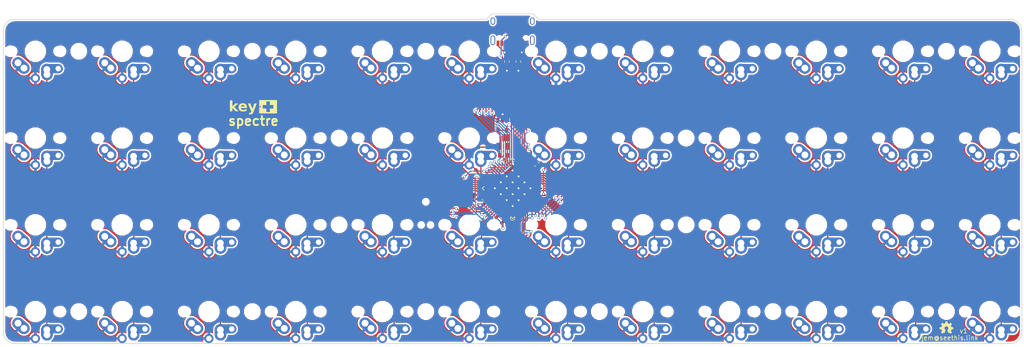
<source format=kicad_pcb>
(kicad_pcb (version 4) (host pcbnew 4.0.7)
  (layers (0 F.Cu signal) (31 B.Cu signal) (34 B.Paste user) (35 F.Paste user) (36 B.SilkS user) (37 F.SilkS user) (38 B.Mask user) (39 F.Mask user) (44 Edge.Cuts user))
  (net 0 "")
  (net 1 GND)
  (net 2 VCC)
  (net 3 /PDI)
  (net 4 /RST)
  (net 5 /D+)
  (net 6 /KEY0)
  (net 7 /KEY1)
  (net 8 /KEY2)
  (net 9 /KEY3)
  (net 10 /KEY4)
  (net 11 /KEY5)
  (net 12 /KEY6)
  (net 13 /KEY7)
  (net 14 /KEY8)
  (net 15 /KEY9)
  (net 16 /KEY10)
  (net 17 /KEY11)
  (net 18 /KEY12)
  (net 19 /KEY13)
  (net 20 /KEY14)
  (net 21 /KEY15)
  (net 22 /KEY16)
  (net 23 /KEY17)
  (net 24 /KEY18)
  (net 25 /KEY19)
  (net 26 /KEY20)
  (net 27 /KEY21)
  (net 28 /KEY22)
  (net 29 /KEY23)
  (net 30 /KEY24)
  (net 31 /KEY25)
  (net 32 /KEY26)
  (net 33 /KEY27)
  (net 34 /KEY28)
  (net 35 /KEY29)
  (net 36 /KEY30)
  (net 37 /KEY31)
  (net 38 /KEY32)
  (net 39 /KEY33)
  (net 40 /KEY34)
  (net 41 /KEY35)
  (net 42 /KEY36)
  (net 43 /KEY37)
  (net 44 /KEY38)
  (net 45 /KEY39)
  (net 46 /KEY40)
  (net 47 /KEY41)
  (net 48 /KEY42)
  (net 49 /KEY43)
  (net 50 /KEY44)
  (net 51 /KEY45)
  (net 52 /KEY46)
  (net 53 /KEY47)
  (net 54 /D-)
  (net 55 "Net-(J2-PadB5)")
  (net 56 "Net-(J2-PadA5)")
  (net 57 +5V)
  (module switch_mx:Cherry_MX_Matias_KailhLP_NoSilk (layer B.Cu) (at 121 7)
    (fp_text reference K6)
    (fp_text value K00 hide)
    (pad "" np_thru_hole circle (at -5.5 0) (size 1.9 1.9) (drill 1.9) (layers *.Cu *.Mask))
    (pad "" np_thru_hole circle (at -5.08 0) (size 1.7 1.7) (drill 1.7) (layers *.Cu *.Mask))
    (pad 1 thru_hole circle (at -2.5 3.683) (size 2.5 2.5) (drill 1.5) (layers *.Cu *.Mask) (net 1 GND))
    (pad 1 thru_hole oval (at -3.81 2.54 49) (size 2.5 4.1) (drill 1.5 (offset 0 0.8)) (layers *.Cu *.Mask) (net 1 GND))
    (pad "" np_thru_hole circle (at 0 0) (size 4 4) (drill 4) (layers *.Cu *.Mask))
    (pad "" np_thru_hole circle (at 5.08 0) (size 1.7 1.7) (drill 1.7) (layers *.Cu *.Mask))
    (pad 2 thru_hole circle (at 2.54 5.08) (size 2.5 2.5) (drill 1.5) (layers *.Cu *.Mask) (net 12 /KEY6))
    (pad 2 thru_hole oval (at 2.5 4 2) (size 2.5 3.5) (drill 1.5 (offset 0 0.5)) (layers *.Cu *.Mask) (net 12 /KEY6))
    (pad 1 smd oval (at -3.18 3.09 49) (size 2.5 4.1) (layers B.Cu B.Mask) (net 1 GND))
    (pad 1 smd oval (at -3.18 3.09 49) (size 2.5 4.1) (layers F.Cu B.Mask) (net 1 GND))
    (pad 2 smd oval (at 2.52 4.54 2) (size 2.5 3.6) (layers F.Cu B.Mask) (net 12 /KEY6))
    (pad 2 smd oval (at 2.52 4.54 2) (size 2.5 3.6) (layers B.Cu B.Mask) (net 12 /KEY6))
    (pad "" np_thru_hole circle (at 5.5 0) (size 1.9 1.9) (drill 1.9) (layers *.Cu *.Mask))
    (pad 1 thru_hole circle (at 0 5.9 45) (size 2 2) (drill 1.2) (layers *.Cu *.Mask) (net 1 GND))
    (pad 2 thru_hole circle (at 5 3.8 49) (size 2 2) (drill 1.2) (layers *.Cu *.Mask) (net 12 /KEY6))
    (pad 2 smd oval (at 3.75 3.8 270) (size 2 4.5) (layers B.Cu) (net 12 /KEY6))
    (pad 2 smd oval (at 3.75 3.8 270) (size 2 4.5) (layers F.Cu) (net 12 /KEY6))
  )
  (module Tag-Connect:TC2030-NL_SMALL (layer F.Cu) (at 92.5 42.5 270)
    (fp_text reference J1)
    (fp_text value TC2030-IDC hide)
    (pad 1 connect circle (at -1.27 0.635 270) (size 0.78486 0.78486) (layers F.Cu F.Mask) (net 3 /PDI))
    (pad 2 connect circle (at -1.27 -0.635 270) (size 0.78486 0.78486) (layers F.Cu F.Mask) (net 2 VCC))
    (pad 5 connect circle (at 1.27 0.635 270) (size 0.78486 0.78486) (layers F.Cu F.Mask) (net 4 /RST))
    (pad 6 connect circle (at 1.27 -0.635 270) (size 0.78486 0.78486) (layers F.Cu F.Mask) (net 1 GND))
    (pad "" np_thru_hole circle (at -2.54 0 270) (size 0.98806 0.98806) (drill 0.98806) (layers *.Cu *.Mask F.SilkS))
    (pad "" np_thru_hole circle (at 2.54 -1.016 270) (size 0.98552 0.98552) (drill 0.98552) (layers *.Cu *.Mask F.SilkS))
    (pad "" np_thru_hole circle (at 2.54 1.016 270) (size 0.98552 0.98552) (drill 0.98552) (layers *.Cu *.Mask F.SilkS))
  )
  (module Capacitor_SMD:C_0603_1608Metric (layer F.Cu) (at 102.981282 33.718718 225)
    (fp_text reference C3)
    (fp_text value 0.1uF)
    (pad 1 smd rect (at -0.875 0 225) (size 0.67 1) (layers F.Cu F.Paste F.Mask) (net 1 GND))
    (pad 2 smd rect (at 0.875 0 225) (size 0.67 1) (layers F.Cu F.Paste F.Mask) (net 2 VCC))
  )
  (module Capacitor_SMD:C_0603_1608Metric (layer F.Cu) (at 109.525 29.8 180)
    (fp_text reference C2)
    (fp_text value 0.1uF)
    (pad 1 smd rect (at -0.875 0 180) (size 0.67 1) (layers F.Cu F.Paste F.Mask) (net 1 GND))
    (pad 2 smd rect (at 0.875 0 180) (size 0.67 1) (layers F.Cu F.Paste F.Mask) (net 2 VCC))
  )
  (module Package_TO_SOT_SMD:SOT-23-5 (layer F.Cu) (at 109.25 23.2 270)
    (fp_text reference U1)
    (fp_text value MIC550X)
    (pad 1 smd rect (at -1.1 -0.95 270) (size 1.06 0.65) (layers F.Cu F.Paste F.Mask) (net 57 +5V))
    (pad 2 smd rect (at -1.1 0 270) (size 1.06 0.65) (layers F.Cu F.Paste F.Mask) (net 1 GND))
    (pad 3 smd rect (at -1.1 0.95 270) (size 1.06 0.65) (layers F.Cu F.Paste F.Mask) (net 57 +5V))
    (pad 4 smd rect (at 1.1 0.95 270) (size 1.06 0.65) (layers F.Cu F.Paste F.Mask) (net 2 VCC))
    (pad 5 smd rect (at 1.1 -0.95 270) (size 1.06 0.65) (layers F.Cu F.Paste F.Mask) (net 2 VCC))
  )
  (module logo:key+_10mm (layer F.Cu) (at 54.75 19.25)
    (fp_text reference "" (at 0 0) (layer F.SilkS))
    (fp_text value "" (at 0 0) (layer F.SilkS))
  )
  (module logo:OSHW_3x3mm_SilkS (layer F.Cu) (at 206.5 67.5)
    (fp_text reference "" hide)
    (fp_text value "" hide)
  )
  (module Capacitor_SMD:C_0603_1608Metric (layer F.Cu) (at 104.581282 39.881282 315)
    (fp_text reference C4)
    (fp_text value 0.1uF)
    (pad 1 smd rect (at -0.875 0 315) (size 0.67 1) (layers F.Cu F.Paste F.Mask) (net 1 GND))
    (pad 2 smd rect (at 0.875 0 315) (size 0.67 1) (layers F.Cu F.Paste F.Mask) (net 2 VCC))
  )
  (module Capacitor_SMD:C_0603_1608Metric (layer F.Cu) (at 108.631282 43.881282 315)
    (fp_text reference C5)
    (fp_text value 0.1uF)
    (pad 1 smd rect (at -0.875 0 315) (size 0.67 1) (layers F.Cu F.Paste F.Mask) (net 1 GND))
    (pad 2 smd rect (at 0.875 0 315) (size 0.67 1) (layers F.Cu F.Paste F.Mask) (net 2 VCC))
  )
  (module Capacitor_SMD:C_0603_1608Metric (layer F.Cu) (at 119.1 39.1 45)
    (fp_text reference C6)
    (fp_text value 0.1uF)
    (pad 1 smd rect (at -0.875 0 45) (size 0.67 1) (layers F.Cu F.Paste F.Mask) (net 1 GND))
    (pad 2 smd rect (at 0.875 0 45) (size 0.67 1) (layers F.Cu F.Paste F.Mask) (net 2 VCC))
  )
  (module Capacitor_SMD:C_0603_1608Metric (layer F.Cu) (at 116.75 31.75 135)
    (fp_text reference C7)
    (fp_text value 0.1uF)
    (pad 1 smd rect (at -0.875 0 135) (size 0.67 1) (layers F.Cu F.Paste F.Mask) (net 1 GND))
    (pad 2 smd rect (at 0.875 0 135) (size 0.67 1) (layers F.Cu F.Paste F.Mask) (net 2 VCC))
  )
  (module Resistor_SMD:R_0603_1608Metric (layer F.Cu) (at 110.25 9.25 270)
    (fp_text reference R1)
    (fp_text value R)
    (pad 1 smd rect (at -0.875 0 270) (size 0.67 1) (layers F.Cu F.Paste F.Mask) (net 55 "Net-(J2-PadB5)"))
    (pad 2 smd rect (at 0.875 0 270) (size 0.67 1) (layers F.Cu F.Paste F.Mask) (net 1 GND))
  )
  (module Resistor_SMD:R_0603_1608Metric (layer F.Cu) (at 112.75 9.25 270)
    (fp_text reference R2)
    (fp_text value R)
    (pad 1 smd rect (at -0.875 0 270) (size 0.67 1) (layers F.Cu F.Paste F.Mask) (net 56 "Net-(J2-PadA5)"))
    (pad 2 smd rect (at 0.875 0 270) (size 0.67 1) (layers F.Cu F.Paste F.Mask) (net 1 GND))
  )
  (module qfn:QFN-64-1EP_9x9mm_P0.5mm (layer F.Cu) (at 111.5 37 135)
    (fp_text reference U2)
    (fp_text value ATXMEGA64A3U-MH)
    (pad 65 smd rect (at -2.1 -2.925 135) (size 2.2 1.5) (layers F.Cu F.Mask) (net 1 GND))
    (pad 1 smd rect (at -4.45 -3.75 135) (size 0.85 0.3) (layers F.Cu F.Paste F.Mask) (net 45 /KEY39))
    (pad 2 smd rect (at -4.45 -3.25 135) (size 0.85 0.3) (layers F.Cu F.Paste F.Mask) (net 46 /KEY40))
    (pad 3 smd rect (at -4.45 -2.75 135) (size 0.85 0.3) (layers F.Cu F.Paste F.Mask) (net 47 /KEY41))
    (pad 4 smd rect (at -4.45 -2.25 135) (size 0.85 0.3) (layers F.Cu F.Paste F.Mask) (net 48 /KEY42))
    (pad 5 smd rect (at -4.45 -1.75 135) (size 0.85 0.3) (layers F.Cu F.Paste F.Mask) (net 49 /KEY43))
    (pad 6 smd rect (at -4.45 -1.25 135) (size 0.85 0.3) (layers F.Cu F.Paste F.Mask) (net 50 /KEY44))
    (pad 7 smd rect (at -4.45 -0.75 135) (size 0.85 0.3) (layers F.Cu F.Paste F.Mask) (net 51 /KEY45))
    (pad 8 smd rect (at -4.45 -0.25 135) (size 0.85 0.3) (layers F.Cu F.Paste F.Mask) (net 53 /KEY47))
    (pad 9 smd rect (at -4.45 0.25 135) (size 0.85 0.3) (layers F.Cu F.Paste F.Mask) (net 52 /KEY46))
    (pad 10 smd rect (at -4.45 0.75 135) (size 0.85 0.3) (layers F.Cu F.Paste F.Mask) (net 39 /KEY33))
    (pad 11 smd rect (at -4.45 1.25 135) (size 0.85 0.3) (layers F.Cu F.Paste F.Mask) (net 38 /KEY32))
    (pad 12 smd rect (at -4.45 1.75 135) (size 0.85 0.3) (layers F.Cu F.Paste F.Mask) (net 37 /KEY31))
    (pad 13 smd rect (at -4.45 2.25 135) (size 0.85 0.3) (layers F.Cu F.Paste F.Mask) (net 36 /KEY30))
    (pad 14 smd rect (at -4.45 2.75 135) (size 0.85 0.3) (layers F.Cu F.Paste F.Mask) (net 1 GND))
    (pad 15 smd rect (at -4.45 3.25 135) (size 0.85 0.3) (layers F.Cu F.Paste F.Mask) (net 2 VCC))
    (pad 16 smd rect (at -4.45 3.75 135) (size 0.85 0.3) (layers F.Cu F.Paste F.Mask) (net 40 /KEY34))
    (pad 17 smd rect (at -3.75 4.45 225) (size 0.85 0.3) (layers F.Cu F.Paste F.Mask) (net 41 /KEY35))
    (pad 18 smd rect (at -3.25 4.45 225) (size 0.85 0.3) (layers F.Cu F.Paste F.Mask) (net 29 /KEY23))
    (pad 19 smd rect (at -2.75 4.45 225) (size 0.85 0.3) (layers F.Cu F.Paste F.Mask) (net 28 /KEY22))
    (pad 20 smd rect (at -2.25 4.45 225) (size 0.85 0.3) (layers F.Cu F.Paste F.Mask) (net 27 /KEY21))
    (pad 21 smd rect (at -1.75 4.45 225) (size 0.85 0.3) (layers F.Cu F.Paste F.Mask) (net 26 /KEY20))
    (pad 22 smd rect (at -1.25 4.45 225) (size 0.85 0.3) (layers F.Cu F.Paste F.Mask) (net 25 /KEY19))
    (pad 23 smd rect (at -0.75 4.45 225) (size 0.85 0.3) (layers F.Cu F.Paste F.Mask) (net 24 /KEY18))
    (pad 24 smd rect (at -0.25 4.45 225) (size 0.85 0.3) (layers F.Cu F.Paste F.Mask) (net 1 GND))
    (pad 25 smd rect (at 0.25 4.45 225) (size 0.85 0.3) (layers F.Cu F.Paste F.Mask) (net 2 VCC))
    (pad 26 smd rect (at 0.75 4.45 225) (size 0.85 0.3) (layers F.Cu F.Paste F.Mask) (net 17 /KEY11))
    (pad 27 smd rect (at 1.25 4.45 225) (size 0.85 0.3) (layers F.Cu F.Paste F.Mask) (net 16 /KEY10))
    (pad 28 smd rect (at 1.75 4.45 225) (size 0.85 0.3) (layers F.Cu F.Paste F.Mask) (net 15 /KEY9))
    (pad 29 smd rect (at 2.25 4.45 225) (size 0.85 0.3) (layers F.Cu F.Paste F.Mask) (net 14 /KEY8))
    (pad 30 smd rect (at 2.75 4.45 225) (size 0.85 0.3) (layers F.Cu F.Paste F.Mask) (net 13 /KEY7))
    (pad 31 smd rect (at 3.25 4.45 225) (size 0.85 0.3) (layers F.Cu F.Paste F.Mask) (net 12 /KEY6))
    (pad 32 smd rect (at 3.75 4.45 225) (size 0.85 0.3) (layers F.Cu F.Paste F.Mask) (net 54 /D-))
    (pad 33 smd rect (at 4.45 3.75 135) (size 0.85 0.3) (layers F.Cu F.Paste F.Mask) (net 5 /D+))
    (pad 34 smd rect (at 4.45 3.25 135) (size 0.85 0.3) (layers F.Cu F.Paste F.Mask) (net 1 GND))
    (pad 35 smd rect (at 4.45 2.75 135) (size 0.85 0.3) (layers F.Cu F.Paste F.Mask) (net 2 VCC))
    (pad 36 smd rect (at 4.45 2.25 135) (size 0.85 0.3) (layers F.Cu F.Paste F.Mask) (net 7 /KEY1))
    (pad 37 smd rect (at 4.45 1.75 135) (size 0.85 0.3) (layers F.Cu F.Paste F.Mask) (net 6 /KEY0))
    (pad 38 smd rect (at 4.45 1.25 135) (size 0.85 0.3) (layers F.Cu F.Paste F.Mask) (net 8 /KEY2))
    (pad 39 smd rect (at 4.45 0.75 135) (size 0.85 0.3) (layers F.Cu F.Paste F.Mask) (net 9 /KEY3))
    (pad 40 smd rect (at 4.45 0.25 135) (size 0.85 0.3) (layers F.Cu F.Paste F.Mask) (net 10 /KEY4))
    (pad 41 smd rect (at 4.45 -0.25 135) (size 0.85 0.3) (layers F.Cu F.Paste F.Mask) (net 11 /KEY5))
    (pad 42 smd rect (at 4.45 -0.75 135) (size 0.85 0.3) (layers F.Cu F.Paste F.Mask) (net 22 /KEY16))
    (pad 43 smd rect (at 4.45 -1.25 135) (size 0.85 0.3) (layers F.Cu F.Paste F.Mask) (net 23 /KEY17))
    (pad 44 smd rect (at 4.45 -1.75 135) (size 0.85 0.3) (layers F.Cu F.Paste F.Mask) (net 1 GND))
    (pad 45 smd rect (at 4.45 -2.25 135) (size 0.85 0.3) (layers F.Cu F.Paste F.Mask) (net 2 VCC))
    (pad 46 smd rect (at 4.45 -2.75 135) (size 0.85 0.3) (layers F.Cu F.Paste F.Mask) (net 21 /KEY15))
    (pad 47 smd rect (at 4.45 -3.25 135) (size 0.85 0.3) (layers F.Cu F.Paste F.Mask) (net 20 /KEY14))
    (pad 48 smd rect (at 4.45 -3.75 135) (size 0.85 0.3) (layers F.Cu F.Paste F.Mask) (net 19 /KEY13))
    (pad 49 smd rect (at 3.75 -4.45 225) (size 0.85 0.3) (layers F.Cu F.Paste F.Mask) (net 18 /KEY12))
    (pad 50 smd rect (at 3.25 -4.45 225) (size 0.85 0.3) (layers F.Cu F.Paste F.Mask) (net 30 /KEY24))
    (pad 51 smd rect (at 2.75 -4.45 225) (size 0.85 0.3) (layers F.Cu F.Paste F.Mask) (net 31 /KEY25))
    (pad 52 smd rect (at 2.25 -4.45 225) (size 0.85 0.3) (layers F.Cu F.Paste F.Mask) (net 1 GND))
    (pad 53 smd rect (at 1.75 -4.45 225) (size 0.85 0.3) (layers F.Cu F.Paste F.Mask) (net 2 VCC))
    (pad 54 smd rect (at 1.25 -4.45 225) (size 0.85 0.3) (layers F.Cu F.Paste F.Mask) (net 32 /KEY26))
    (pad 55 smd rect (at 0.75 -4.45 225) (size 0.85 0.3) (layers F.Cu F.Paste F.Mask) (net 33 /KEY27))
    (pad 56 smd rect (at 0.25 -4.45 225) (size 0.85 0.3) (layers F.Cu F.Paste F.Mask) (net 3 /PDI))
    (pad 57 smd rect (at -0.25 -4.45 225) (size 0.85 0.3) (layers F.Cu F.Paste F.Mask) (net 4 /RST))
    (pad 58 smd rect (at -0.75 -4.45 225) (size 0.85 0.3) (layers F.Cu F.Paste F.Mask) (net 34 /KEY28))
    (pad 59 smd rect (at -1.25 -4.45 225) (size 0.85 0.3) (layers F.Cu F.Paste F.Mask) (net 35 /KEY29))
    (pad 60 smd rect (at -1.75 -4.45 225) (size 0.85 0.3) (layers F.Cu F.Paste F.Mask) (net 1 GND))
    (pad 61 smd rect (at -2.25 -4.45 225) (size 0.85 0.3) (layers F.Cu F.Paste F.Mask) (net 2 VCC))
    (pad 62 smd rect (at -2.75 -4.45 225) (size 0.85 0.3) (layers F.Cu F.Paste F.Mask) (net 42 /KEY36))
    (pad 63 smd rect (at -3.25 -4.45 225) (size 0.85 0.3) (layers F.Cu F.Paste F.Mask) (net 43 /KEY37))
    (pad 64 smd rect (at -3.75 -4.45 225) (size 0.85 0.3) (layers F.Cu F.Paste F.Mask) (net 44 /KEY38))
    (pad 65 smd rect (at 2.75625 2.75625 135) (size 1.8375 1.8375) (layers F.Cu F.Paste F.Mask) (net 1 GND))
    (pad 65 smd rect (at 2.75625 0.91875 135) (size 1.8375 1.8375) (layers F.Cu F.Paste F.Mask) (net 1 GND))
    (pad 65 smd rect (at 2.75625 -0.91875 135) (size 1.8375 1.8375) (layers F.Cu F.Paste F.Mask) (net 1 GND))
    (pad 65 smd rect (at 2.75625 -2.75625 135) (size 1.8375 1.8375) (layers F.Cu F.Paste F.Mask) (net 1 GND))
    (pad 65 smd rect (at 0.91875 2.75625 135) (size 1.8375 1.8375) (layers F.Cu F.Paste F.Mask) (net 1 GND))
    (pad 65 smd rect (at 0.91875 0.91875 135) (size 1.8375 1.8375) (layers F.Cu F.Paste F.Mask) (net 1 GND))
    (pad 65 smd rect (at 0.91875 -0.91875 135) (size 1.8375 1.8375) (layers F.Cu F.Paste F.Mask) (net 1 GND))
    (pad 65 smd rect (at 0.91875 -2.75625 135) (size 1.8375 1.8375) (layers F.Cu F.Paste F.Mask) (net 1 GND))
    (pad 65 smd rect (at -0.91875 2.75625 135) (size 1.8375 1.8375) (layers F.Cu F.Paste F.Mask) (net 1 GND))
    (pad 65 smd rect (at -0.91875 0.91875 135) (size 1.8375 1.8375) (layers F.Cu F.Paste F.Mask) (net 1 GND))
    (pad 65 smd rect (at -0.91875 -0.91875 135) (size 1.8375 1.8375) (layers F.Cu F.Paste F.Mask) (net 1 GND))
    (pad 65 smd rect (at -0.91875 -2.75625 135) (size 1.8375 1.8375) (layers F.Cu F.Paste F.Mask) (net 1 GND))
    (pad 65 smd rect (at -2.75625 2.75625 135) (size 1.8375 1.8375) (layers F.Cu F.Paste F.Mask) (net 1 GND))
    (pad 65 smd rect (at -2.75625 0.91875 135) (size 1.8375 1.8375) (layers F.Cu F.Paste F.Mask) (net 1 GND))
    (pad 65 smd rect (at -2.75625 -0.91875 135) (size 1.8375 1.8375) (layers F.Cu F.Paste F.Mask) (net 1 GND))
    (pad 65 smd trapezoid (at -3.3175 -3.3175) (size 0.338 0.338) (rect_delta 0 0.3379) (layers F.Cu F.Mask) (net 1 GND))
    (pad 65 smd rect (at -2.575 -2.45 135) (size 2.2 1.5) (layers F.Cu F.Mask) (net 1 GND))
  )
  (module Capacitor_SMD:C_0805_2012Metric (layer F.Cu) (at 109.4 27.8 180)
    (fp_text reference C1)
    (fp_text value 10uF)
    (pad 1 smd rect (at -0.955 0 180) (size 0.97 1.5) (layers F.Cu F.Paste F.Mask) (net 1 GND))
    (pad 2 smd rect (at 0.955 0 180) (size 0.97 1.5) (layers F.Cu F.Paste F.Mask) (net 2 VCC))
  )
  (module mounting:MountingHole_3mm (layer F.Cu) (at 149.5 45)
    (fp_text reference REF** hide)
    (fp_text value MountingHole_3mm)
    (pad "" np_thru_hole circle (at 0 0) (size 3 3) (drill 3) (layers *.Cu *.Mask))
  )
  (module mounting:MountingHole_3mm (layer F.Cu) (at 149.5 26)
    (fp_text reference REF** hide)
    (fp_text value MountingHole_3mm)
    (pad "" np_thru_hole circle (at 0 0) (size 3 3) (drill 3) (layers *.Cu *.Mask))
  )
  (module mounting:MountingHole_3mm (layer F.Cu) (at 73.5 26)
    (fp_text reference REF** hide)
    (fp_text value MountingHole_3mm)
    (pad "" np_thru_hole circle (at 0 0) (size 3 3) (drill 3) (layers *.Cu *.Mask))
  )
  (module mounting:MountingHole_3mm (layer F.Cu) (at 73.5 45)
    (fp_text reference REF** hide)
    (fp_text value MountingHole_3mm)
    (pad "" np_thru_hole circle (at 0 0) (size 3 3) (drill 3) (layers *.Cu *.Mask))
  )
  (module mounting:MountingHole_3mm (layer F.Cu) (at 92.5 7)
    (fp_text reference REF** hide)
    (fp_text value MountingHole_3mm)
    (pad "" np_thru_hole circle (at 0 0) (size 3 3) (drill 3) (layers *.Cu *.Mask))
  )
  (module mounting:MountingHole_3mm (layer F.Cu) (at 54.5 7)
    (fp_text reference REF** hide)
    (fp_text value MountingHole_3mm)
    (pad "" np_thru_hole circle (at 0 0) (size 3 3) (drill 3) (layers *.Cu *.Mask))
  )
  (module mounting:MountingHole_3mm (layer F.Cu) (at 130.5 7)
    (fp_text reference REF** hide)
    (fp_text value MountingHole_3mm)
    (pad "" np_thru_hole circle (at 0 0) (size 3 3) (drill 3) (layers *.Cu *.Mask))
  )
  (module mounting:MountingHole_3mm (layer F.Cu) (at 168.5 7)
    (fp_text reference REF** hide)
    (fp_text value MountingHole_3mm)
    (pad "" np_thru_hole circle (at 0 0) (size 3 3) (drill 3) (layers *.Cu *.Mask))
  )
  (module mounting:MountingHole_3mm (layer F.Cu) (at 130.5 64)
    (fp_text reference REF** hide)
    (fp_text value MountingHole_3mm)
    (pad "" np_thru_hole circle (at 0 0) (size 3 3) (drill 3) (layers *.Cu *.Mask))
  )
  (module mounting:MountingHole_3mm (layer F.Cu) (at 54.5 64)
    (fp_text reference REF** hide)
    (fp_text value MountingHole_3mm)
    (pad "" np_thru_hole circle (at 0 0) (size 3 3) (drill 3) (layers *.Cu *.Mask))
  )
  (module mounting:MountingHole_3mm (layer F.Cu) (at 16.5 7)
    (fp_text reference REF** hide)
    (fp_text value MountingHole_3mm)
    (pad "" np_thru_hole circle (at 0 0) (size 3 3) (drill 3) (layers *.Cu *.Mask))
  )
  (module mounting:MountingHole_3mm (layer F.Cu) (at 206.5 7)
    (fp_text reference REF** hide)
    (fp_text value MountingHole_3mm)
    (pad "" np_thru_hole circle (at 0 0) (size 3 3) (drill 3) (layers *.Cu *.Mask))
  )
  (module mounting:MountingHole_3mm (layer F.Cu) (at 206.5 64)
    (fp_text reference REF** hide)
    (fp_text value MountingHole_3mm)
    (pad "" np_thru_hole circle (at 0 0) (size 3 3) (drill 3) (layers *.Cu *.Mask))
  )
  (module mounting:MountingHole_3mm (layer F.Cu) (at 168.5 64)
    (fp_text reference REF** hide)
    (fp_text value MountingHole_3mm)
    (pad "" np_thru_hole circle (at 0 0) (size 3 3) (drill 3) (layers *.Cu *.Mask))
  )
  (module mounting:MountingHole_3mm (layer F.Cu) (at 92.5 64)
    (fp_text reference REF** hide)
    (fp_text value MountingHole_3mm)
    (pad "" np_thru_hole circle (at 0 0) (size 3 3) (drill 3) (layers *.Cu *.Mask))
  )
  (module mounting:MountingHole_3mm (layer F.Cu) (at 16.5 64)
    (fp_text reference REF** hide)
    (fp_text value MountingHole_3mm)
    (pad "" np_thru_hole circle (at 0 0) (size 3 3) (drill 3) (layers *.Cu *.Mask))
  )
  (module switch_mx:Cherry_MX_Matias_KailhLP_NoSilk (layer B.Cu) (at 7 64)
    (fp_text reference K36)
    (fp_text value K00 hide)
    (pad "" np_thru_hole circle (at -5.5 0) (size 1.9 1.9) (drill 1.9) (layers *.Cu *.Mask))
    (pad "" np_thru_hole circle (at -5.08 0) (size 1.7 1.7) (drill 1.7) (layers *.Cu *.Mask))
    (pad 1 thru_hole circle (at -2.5 3.683) (size 2.5 2.5) (drill 1.5) (layers *.Cu *.Mask) (net 1 GND))
    (pad 1 thru_hole oval (at -3.81 2.54 49) (size 2.5 4.1) (drill 1.5 (offset 0 0.8)) (layers *.Cu *.Mask) (net 1 GND))
    (pad "" np_thru_hole circle (at 0 0) (size 4 4) (drill 4) (layers *.Cu *.Mask))
    (pad "" np_thru_hole circle (at 5.08 0) (size 1.7 1.7) (drill 1.7) (layers *.Cu *.Mask))
    (pad 2 thru_hole circle (at 2.54 5.08) (size 2.5 2.5) (drill 1.5) (layers *.Cu *.Mask) (net 42 /KEY36))
    (pad 2 thru_hole oval (at 2.5 4 2) (size 2.5 3.5) (drill 1.5 (offset 0 0.5)) (layers *.Cu *.Mask) (net 42 /KEY36))
    (pad 1 smd oval (at -3.18 3.09 49) (size 2.5 4.1) (layers B.Cu B.Mask) (net 1 GND))
    (pad 1 smd oval (at -3.18 3.09 49) (size 2.5 4.1) (layers F.Cu B.Mask) (net 1 GND))
    (pad 2 smd oval (at 2.52 4.54 2) (size 2.5 3.6) (layers F.Cu B.Mask) (net 42 /KEY36))
    (pad 2 smd oval (at 2.52 4.54 2) (size 2.5 3.6) (layers B.Cu B.Mask) (net 42 /KEY36))
    (pad "" np_thru_hole circle (at 5.5 0) (size 1.9 1.9) (drill 1.9) (layers *.Cu *.Mask))
    (pad 1 thru_hole circle (at 0 5.9 45) (size 2 2) (drill 1.2) (layers *.Cu *.Mask) (net 1 GND))
    (pad 2 thru_hole circle (at 5 3.8 49) (size 2 2) (drill 1.2) (layers *.Cu *.Mask) (net 42 /KEY36))
    (pad 2 smd oval (at 3.75 3.8 270) (size 2 4.5) (layers B.Cu) (net 42 /KEY36))
    (pad 2 smd oval (at 3.75 3.8 270) (size 2 4.5) (layers F.Cu) (net 42 /KEY36))
  )
  (module switch_mx:Cherry_MX_Matias_KailhLP_NoSilk (layer B.Cu) (at 102 7)
    (fp_text reference K5)
    (fp_text value K00 hide)
    (pad "" np_thru_hole circle (at -5.5 0) (size 1.9 1.9) (drill 1.9) (layers *.Cu *.Mask))
    (pad "" np_thru_hole circle (at -5.08 0) (size 1.7 1.7) (drill 1.7) (layers *.Cu *.Mask))
    (pad 1 thru_hole circle (at -2.5 3.683) (size 2.5 2.5) (drill 1.5) (layers *.Cu *.Mask) (net 1 GND))
    (pad 1 thru_hole oval (at -3.81 2.54 49) (size 2.5 4.1) (drill 1.5 (offset 0 0.8)) (layers *.Cu *.Mask) (net 1 GND))
    (pad "" np_thru_hole circle (at 0 0) (size 4 4) (drill 4) (layers *.Cu *.Mask))
    (pad "" np_thru_hole circle (at 5.08 0) (size 1.7 1.7) (drill 1.7) (layers *.Cu *.Mask))
    (pad 2 thru_hole circle (at 2.54 5.08) (size 2.5 2.5) (drill 1.5) (layers *.Cu *.Mask) (net 11 /KEY5))
    (pad 2 thru_hole oval (at 2.5 4 2) (size 2.5 3.5) (drill 1.5 (offset 0 0.5)) (layers *.Cu *.Mask) (net 11 /KEY5))
    (pad 1 smd oval (at -3.18 3.09 49) (size 2.5 4.1) (layers B.Cu B.Mask) (net 1 GND))
    (pad 1 smd oval (at -3.18 3.09 49) (size 2.5 4.1) (layers F.Cu B.Mask) (net 1 GND))
    (pad 2 smd oval (at 2.52 4.54 2) (size 2.5 3.6) (layers F.Cu B.Mask) (net 11 /KEY5))
    (pad 2 smd oval (at 2.52 4.54 2) (size 2.5 3.6) (layers B.Cu B.Mask) (net 11 /KEY5))
    (pad "" np_thru_hole circle (at 5.5 0) (size 1.9 1.9) (drill 1.9) (layers *.Cu *.Mask))
    (pad 1 thru_hole circle (at 0 5.9 45) (size 2 2) (drill 1.2) (layers *.Cu *.Mask) (net 1 GND))
    (pad 2 thru_hole circle (at 5 3.8 49) (size 2 2) (drill 1.2) (layers *.Cu *.Mask) (net 11 /KEY5))
    (pad 2 smd oval (at 3.75 3.8 270) (size 2 4.5) (layers B.Cu) (net 11 /KEY5))
    (pad 2 smd oval (at 3.75 3.8 270) (size 2 4.5) (layers F.Cu) (net 11 /KEY5))
  )
  (module switch_mx:Cherry_MX_Matias_KailhLP_NoSilk (layer B.Cu) (at 102 45)
    (fp_text reference K29)
    (fp_text value K00 hide)
    (pad "" np_thru_hole circle (at -5.5 0) (size 1.9 1.9) (drill 1.9) (layers *.Cu *.Mask))
    (pad "" np_thru_hole circle (at -5.08 0) (size 1.7 1.7) (drill 1.7) (layers *.Cu *.Mask))
    (pad 1 thru_hole circle (at -2.5 3.683) (size 2.5 2.5) (drill 1.5) (layers *.Cu *.Mask) (net 1 GND))
    (pad 1 thru_hole oval (at -3.81 2.54 49) (size 2.5 4.1) (drill 1.5 (offset 0 0.8)) (layers *.Cu *.Mask) (net 1 GND))
    (pad "" np_thru_hole circle (at 0 0) (size 4 4) (drill 4) (layers *.Cu *.Mask))
    (pad "" np_thru_hole circle (at 5.08 0) (size 1.7 1.7) (drill 1.7) (layers *.Cu *.Mask))
    (pad 2 thru_hole circle (at 2.54 5.08) (size 2.5 2.5) (drill 1.5) (layers *.Cu *.Mask) (net 35 /KEY29))
    (pad 2 thru_hole oval (at 2.5 4 2) (size 2.5 3.5) (drill 1.5 (offset 0 0.5)) (layers *.Cu *.Mask) (net 35 /KEY29))
    (pad 1 smd oval (at -3.18 3.09 49) (size 2.5 4.1) (layers B.Cu B.Mask) (net 1 GND))
    (pad 1 smd oval (at -3.18 3.09 49) (size 2.5 4.1) (layers F.Cu B.Mask) (net 1 GND))
    (pad 2 smd oval (at 2.52 4.54 2) (size 2.5 3.6) (layers F.Cu B.Mask) (net 35 /KEY29))
    (pad 2 smd oval (at 2.52 4.54 2) (size 2.5 3.6) (layers B.Cu B.Mask) (net 35 /KEY29))
    (pad "" np_thru_hole circle (at 5.5 0) (size 1.9 1.9) (drill 1.9) (layers *.Cu *.Mask))
    (pad 1 thru_hole circle (at 0 5.9 45) (size 2 2) (drill 1.2) (layers *.Cu *.Mask) (net 1 GND))
    (pad 2 thru_hole circle (at 5 3.8 49) (size 2 2) (drill 1.2) (layers *.Cu *.Mask) (net 35 /KEY29))
    (pad 2 smd oval (at 3.75 3.8 270) (size 2 4.5) (layers B.Cu) (net 35 /KEY29))
    (pad 2 smd oval (at 3.75 3.8 270) (size 2 4.5) (layers F.Cu) (net 35 /KEY29))
  )
  (module switch_mx:Cherry_MX_Matias_KailhLP_NoSilk (layer B.Cu) (at 121 45)
    (fp_text reference K30)
    (fp_text value K00 hide)
    (pad "" np_thru_hole circle (at -5.5 0) (size 1.9 1.9) (drill 1.9) (layers *.Cu *.Mask))
    (pad "" np_thru_hole circle (at -5.08 0) (size 1.7 1.7) (drill 1.7) (layers *.Cu *.Mask))
    (pad 1 thru_hole circle (at -2.5 3.683) (size 2.5 2.5) (drill 1.5) (layers *.Cu *.Mask) (net 1 GND))
    (pad 1 thru_hole oval (at -3.81 2.54 49) (size 2.5 4.1) (drill 1.5 (offset 0 0.8)) (layers *.Cu *.Mask) (net 1 GND))
    (pad "" np_thru_hole circle (at 0 0) (size 4 4) (drill 4) (layers *.Cu *.Mask))
    (pad "" np_thru_hole circle (at 5.08 0) (size 1.7 1.7) (drill 1.7) (layers *.Cu *.Mask))
    (pad 2 thru_hole circle (at 2.54 5.08) (size 2.5 2.5) (drill 1.5) (layers *.Cu *.Mask) (net 36 /KEY30))
    (pad 2 thru_hole oval (at 2.5 4 2) (size 2.5 3.5) (drill 1.5 (offset 0 0.5)) (layers *.Cu *.Mask) (net 36 /KEY30))
    (pad 1 smd oval (at -3.18 3.09 49) (size 2.5 4.1) (layers B.Cu B.Mask) (net 1 GND))
    (pad 1 smd oval (at -3.18 3.09 49) (size 2.5 4.1) (layers F.Cu B.Mask) (net 1 GND))
    (pad 2 smd oval (at 2.52 4.54 2) (size 2.5 3.6) (layers F.Cu B.Mask) (net 36 /KEY30))
    (pad 2 smd oval (at 2.52 4.54 2) (size 2.5 3.6) (layers B.Cu B.Mask) (net 36 /KEY30))
    (pad "" np_thru_hole circle (at 5.5 0) (size 1.9 1.9) (drill 1.9) (layers *.Cu *.Mask))
    (pad 1 thru_hole circle (at 0 5.9 45) (size 2 2) (drill 1.2) (layers *.Cu *.Mask) (net 1 GND))
    (pad 2 thru_hole circle (at 5 3.8 49) (size 2 2) (drill 1.2) (layers *.Cu *.Mask) (net 36 /KEY30))
    (pad 2 smd oval (at 3.75 3.8 270) (size 2 4.5) (layers B.Cu) (net 36 /KEY30))
    (pad 2 smd oval (at 3.75 3.8 270) (size 2 4.5) (layers F.Cu) (net 36 /KEY30))
  )
  (module switch_mx:Cherry_MX_Matias_KailhLP_NoSilk (layer B.Cu) (at 178 45)
    (fp_text reference K33)
    (fp_text value K00 hide)
    (pad "" np_thru_hole circle (at -5.5 0) (size 1.9 1.9) (drill 1.9) (layers *.Cu *.Mask))
    (pad "" np_thru_hole circle (at -5.08 0) (size 1.7 1.7) (drill 1.7) (layers *.Cu *.Mask))
    (pad 1 thru_hole circle (at -2.5 3.683) (size 2.5 2.5) (drill 1.5) (layers *.Cu *.Mask) (net 1 GND))
    (pad 1 thru_hole oval (at -3.81 2.54 49) (size 2.5 4.1) (drill 1.5 (offset 0 0.8)) (layers *.Cu *.Mask) (net 1 GND))
    (pad "" np_thru_hole circle (at 0 0) (size 4 4) (drill 4) (layers *.Cu *.Mask))
    (pad "" np_thru_hole circle (at 5.08 0) (size 1.7 1.7) (drill 1.7) (layers *.Cu *.Mask))
    (pad 2 thru_hole circle (at 2.54 5.08) (size 2.5 2.5) (drill 1.5) (layers *.Cu *.Mask) (net 39 /KEY33))
    (pad 2 thru_hole oval (at 2.5 4 2) (size 2.5 3.5) (drill 1.5 (offset 0 0.5)) (layers *.Cu *.Mask) (net 39 /KEY33))
    (pad 1 smd oval (at -3.18 3.09 49) (size 2.5 4.1) (layers B.Cu B.Mask) (net 1 GND))
    (pad 1 smd oval (at -3.18 3.09 49) (size 2.5 4.1) (layers F.Cu B.Mask) (net 1 GND))
    (pad 2 smd oval (at 2.52 4.54 2) (size 2.5 3.6) (layers F.Cu B.Mask) (net 39 /KEY33))
    (pad 2 smd oval (at 2.52 4.54 2) (size 2.5 3.6) (layers B.Cu B.Mask) (net 39 /KEY33))
    (pad "" np_thru_hole circle (at 5.5 0) (size 1.9 1.9) (drill 1.9) (layers *.Cu *.Mask))
    (pad 1 thru_hole circle (at 0 5.9 45) (size 2 2) (drill 1.2) (layers *.Cu *.Mask) (net 1 GND))
    (pad 2 thru_hole circle (at 5 3.8 49) (size 2 2) (drill 1.2) (layers *.Cu *.Mask) (net 39 /KEY33))
    (pad 2 smd oval (at 3.75 3.8 270) (size 2 4.5) (layers B.Cu) (net 39 /KEY33))
    (pad 2 smd oval (at 3.75 3.8 270) (size 2 4.5) (layers F.Cu) (net 39 /KEY33))
  )
  (module switch_mx:Cherry_MX_Matias_KailhLP_NoSilk (layer B.Cu) (at 121 26)
    (fp_text reference K18)
    (fp_text value K00 hide)
    (pad "" np_thru_hole circle (at -5.5 0) (size 1.9 1.9) (drill 1.9) (layers *.Cu *.Mask))
    (pad "" np_thru_hole circle (at -5.08 0) (size 1.7 1.7) (drill 1.7) (layers *.Cu *.Mask))
    (pad 1 thru_hole circle (at -2.5 3.683) (size 2.5 2.5) (drill 1.5) (layers *.Cu *.Mask) (net 1 GND))
    (pad 1 thru_hole oval (at -3.81 2.54 49) (size 2.5 4.1) (drill 1.5 (offset 0 0.8)) (layers *.Cu *.Mask) (net 1 GND))
    (pad "" np_thru_hole circle (at 0 0) (size 4 4) (drill 4) (layers *.Cu *.Mask))
    (pad "" np_thru_hole circle (at 5.08 0) (size 1.7 1.7) (drill 1.7) (layers *.Cu *.Mask))
    (pad 2 thru_hole circle (at 2.54 5.08) (size 2.5 2.5) (drill 1.5) (layers *.Cu *.Mask) (net 24 /KEY18))
    (pad 2 thru_hole oval (at 2.5 4 2) (size 2.5 3.5) (drill 1.5 (offset 0 0.5)) (layers *.Cu *.Mask) (net 24 /KEY18))
    (pad 1 smd oval (at -3.18 3.09 49) (size 2.5 4.1) (layers B.Cu B.Mask) (net 1 GND))
    (pad 1 smd oval (at -3.18 3.09 49) (size 2.5 4.1) (layers F.Cu B.Mask) (net 1 GND))
    (pad 2 smd oval (at 2.52 4.54 2) (size 2.5 3.6) (layers F.Cu B.Mask) (net 24 /KEY18))
    (pad 2 smd oval (at 2.52 4.54 2) (size 2.5 3.6) (layers B.Cu B.Mask) (net 24 /KEY18))
    (pad "" np_thru_hole circle (at 5.5 0) (size 1.9 1.9) (drill 1.9) (layers *.Cu *.Mask))
    (pad 1 thru_hole circle (at 0 5.9 45) (size 2 2) (drill 1.2) (layers *.Cu *.Mask) (net 1 GND))
    (pad 2 thru_hole circle (at 5 3.8 49) (size 2 2) (drill 1.2) (layers *.Cu *.Mask) (net 24 /KEY18))
    (pad 2 smd oval (at 3.75 3.8 270) (size 2 4.5) (layers B.Cu) (net 24 /KEY18))
    (pad 2 smd oval (at 3.75 3.8 270) (size 2 4.5) (layers F.Cu) (net 24 /KEY18))
  )
  (module switch_mx:Cherry_MX_Matias_KailhLP_NoSilk (layer B.Cu) (at 121 64)
    (fp_text reference K42)
    (fp_text value K00 hide)
    (pad "" np_thru_hole circle (at -5.5 0) (size 1.9 1.9) (drill 1.9) (layers *.Cu *.Mask))
    (pad "" np_thru_hole circle (at -5.08 0) (size 1.7 1.7) (drill 1.7) (layers *.Cu *.Mask))
    (pad 1 thru_hole circle (at -2.5 3.683) (size 2.5 2.5) (drill 1.5) (layers *.Cu *.Mask) (net 1 GND))
    (pad 1 thru_hole oval (at -3.81 2.54 49) (size 2.5 4.1) (drill 1.5 (offset 0 0.8)) (layers *.Cu *.Mask) (net 1 GND))
    (pad "" np_thru_hole circle (at 0 0) (size 4 4) (drill 4) (layers *.Cu *.Mask))
    (pad "" np_thru_hole circle (at 5.08 0) (size 1.7 1.7) (drill 1.7) (layers *.Cu *.Mask))
    (pad 2 thru_hole circle (at 2.54 5.08) (size 2.5 2.5) (drill 1.5) (layers *.Cu *.Mask) (net 48 /KEY42))
    (pad 2 thru_hole oval (at 2.5 4 2) (size 2.5 3.5) (drill 1.5 (offset 0 0.5)) (layers *.Cu *.Mask) (net 48 /KEY42))
    (pad 1 smd oval (at -3.18 3.09 49) (size 2.5 4.1) (layers B.Cu B.Mask) (net 1 GND))
    (pad 1 smd oval (at -3.18 3.09 49) (size 2.5 4.1) (layers F.Cu B.Mask) (net 1 GND))
    (pad 2 smd oval (at 2.52 4.54 2) (size 2.5 3.6) (layers F.Cu B.Mask) (net 48 /KEY42))
    (pad 2 smd oval (at 2.52 4.54 2) (size 2.5 3.6) (layers B.Cu B.Mask) (net 48 /KEY42))
    (pad "" np_thru_hole circle (at 5.5 0) (size 1.9 1.9) (drill 1.9) (layers *.Cu *.Mask))
    (pad 1 thru_hole circle (at 0 5.9 45) (size 2 2) (drill 1.2) (layers *.Cu *.Mask) (net 1 GND))
    (pad 2 thru_hole circle (at 5 3.8 49) (size 2 2) (drill 1.2) (layers *.Cu *.Mask) (net 48 /KEY42))
    (pad 2 smd oval (at 3.75 3.8 270) (size 2 4.5) (layers B.Cu) (net 48 /KEY42))
    (pad 2 smd oval (at 3.75 3.8 270) (size 2 4.5) (layers F.Cu) (net 48 /KEY42))
  )
  (module switch_mx:Cherry_MX_Matias_KailhLP_NoSilk (layer B.Cu) (at 216 64)
    (fp_text reference K47)
    (fp_text value K00 hide)
    (pad "" np_thru_hole circle (at -5.5 0) (size 1.9 1.9) (drill 1.9) (layers *.Cu *.Mask))
    (pad "" np_thru_hole circle (at -5.08 0) (size 1.7 1.7) (drill 1.7) (layers *.Cu *.Mask))
    (pad 1 thru_hole circle (at -2.5 3.683) (size 2.5 2.5) (drill 1.5) (layers *.Cu *.Mask) (net 1 GND))
    (pad 1 thru_hole oval (at -3.81 2.54 49) (size 2.5 4.1) (drill 1.5 (offset 0 0.8)) (layers *.Cu *.Mask) (net 1 GND))
    (pad "" np_thru_hole circle (at 0 0) (size 4 4) (drill 4) (layers *.Cu *.Mask))
    (pad "" np_thru_hole circle (at 5.08 0) (size 1.7 1.7) (drill 1.7) (layers *.Cu *.Mask))
    (pad 2 thru_hole circle (at 2.54 5.08) (size 2.5 2.5) (drill 1.5) (layers *.Cu *.Mask) (net 53 /KEY47))
    (pad 2 thru_hole oval (at 2.5 4 2) (size 2.5 3.5) (drill 1.5 (offset 0 0.5)) (layers *.Cu *.Mask) (net 53 /KEY47))
    (pad 1 smd oval (at -3.18 3.09 49) (size 2.5 4.1) (layers B.Cu B.Mask) (net 1 GND))
    (pad 1 smd oval (at -3.18 3.09 49) (size 2.5 4.1) (layers F.Cu B.Mask) (net 1 GND))
    (pad 2 smd oval (at 2.52 4.54 2) (size 2.5 3.6) (layers F.Cu B.Mask) (net 53 /KEY47))
    (pad 2 smd oval (at 2.52 4.54 2) (size 2.5 3.6) (layers B.Cu B.Mask) (net 53 /KEY47))
    (pad "" np_thru_hole circle (at 5.5 0) (size 1.9 1.9) (drill 1.9) (layers *.Cu *.Mask))
    (pad 1 thru_hole circle (at 0 5.9 45) (size 2 2) (drill 1.2) (layers *.Cu *.Mask) (net 1 GND))
    (pad 2 thru_hole circle (at 5 3.8 49) (size 2 2) (drill 1.2) (layers *.Cu *.Mask) (net 53 /KEY47))
    (pad 2 smd oval (at 3.75 3.8 270) (size 2 4.5) (layers B.Cu) (net 53 /KEY47))
    (pad 2 smd oval (at 3.75 3.8 270) (size 2 4.5) (layers F.Cu) (net 53 /KEY47))
  )
  (module switch_mx:Cherry_MX_Matias_KailhLP_NoSilk (layer B.Cu) (at 197 64)
    (fp_text reference K46)
    (fp_text value K00 hide)
    (pad "" np_thru_hole circle (at -5.5 0) (size 1.9 1.9) (drill 1.9) (layers *.Cu *.Mask))
    (pad "" np_thru_hole circle (at -5.08 0) (size 1.7 1.7) (drill 1.7) (layers *.Cu *.Mask))
    (pad 1 thru_hole circle (at -2.5 3.683) (size 2.5 2.5) (drill 1.5) (layers *.Cu *.Mask) (net 1 GND))
    (pad 1 thru_hole oval (at -3.81 2.54 49) (size 2.5 4.1) (drill 1.5 (offset 0 0.8)) (layers *.Cu *.Mask) (net 1 GND))
    (pad "" np_thru_hole circle (at 0 0) (size 4 4) (drill 4) (layers *.Cu *.Mask))
    (pad "" np_thru_hole circle (at 5.08 0) (size 1.7 1.7) (drill 1.7) (layers *.Cu *.Mask))
    (pad 2 thru_hole circle (at 2.54 5.08) (size 2.5 2.5) (drill 1.5) (layers *.Cu *.Mask) (net 52 /KEY46))
    (pad 2 thru_hole oval (at 2.5 4 2) (size 2.5 3.5) (drill 1.5 (offset 0 0.5)) (layers *.Cu *.Mask) (net 52 /KEY46))
    (pad 1 smd oval (at -3.18 3.09 49) (size 2.5 4.1) (layers B.Cu B.Mask) (net 1 GND))
    (pad 1 smd oval (at -3.18 3.09 49) (size 2.5 4.1) (layers F.Cu B.Mask) (net 1 GND))
    (pad 2 smd oval (at 2.52 4.54 2) (size 2.5 3.6) (layers F.Cu B.Mask) (net 52 /KEY46))
    (pad 2 smd oval (at 2.52 4.54 2) (size 2.5 3.6) (layers B.Cu B.Mask) (net 52 /KEY46))
    (pad "" np_thru_hole circle (at 5.5 0) (size 1.9 1.9) (drill 1.9) (layers *.Cu *.Mask))
    (pad 1 thru_hole circle (at 0 5.9 45) (size 2 2) (drill 1.2) (layers *.Cu *.Mask) (net 1 GND))
    (pad 2 thru_hole circle (at 5 3.8 49) (size 2 2) (drill 1.2) (layers *.Cu *.Mask) (net 52 /KEY46))
    (pad 2 smd oval (at 3.75 3.8 270) (size 2 4.5) (layers B.Cu) (net 52 /KEY46))
    (pad 2 smd oval (at 3.75 3.8 270) (size 2 4.5) (layers F.Cu) (net 52 /KEY46))
  )
  (module switch_mx:Cherry_MX_Matias_KailhLP_NoSilk (layer B.Cu) (at 178 64)
    (fp_text reference K45)
    (fp_text value K00 hide)
    (pad "" np_thru_hole circle (at -5.5 0) (size 1.9 1.9) (drill 1.9) (layers *.Cu *.Mask))
    (pad "" np_thru_hole circle (at -5.08 0) (size 1.7 1.7) (drill 1.7) (layers *.Cu *.Mask))
    (pad 1 thru_hole circle (at -2.5 3.683) (size 2.5 2.5) (drill 1.5) (layers *.Cu *.Mask) (net 1 GND))
    (pad 1 thru_hole oval (at -3.81 2.54 49) (size 2.5 4.1) (drill 1.5 (offset 0 0.8)) (layers *.Cu *.Mask) (net 1 GND))
    (pad "" np_thru_hole circle (at 0 0) (size 4 4) (drill 4) (layers *.Cu *.Mask))
    (pad "" np_thru_hole circle (at 5.08 0) (size 1.7 1.7) (drill 1.7) (layers *.Cu *.Mask))
    (pad 2 thru_hole circle (at 2.54 5.08) (size 2.5 2.5) (drill 1.5) (layers *.Cu *.Mask) (net 51 /KEY45))
    (pad 2 thru_hole oval (at 2.5 4 2) (size 2.5 3.5) (drill 1.5 (offset 0 0.5)) (layers *.Cu *.Mask) (net 51 /KEY45))
    (pad 1 smd oval (at -3.18 3.09 49) (size 2.5 4.1) (layers B.Cu B.Mask) (net 1 GND))
    (pad 1 smd oval (at -3.18 3.09 49) (size 2.5 4.1) (layers F.Cu B.Mask) (net 1 GND))
    (pad 2 smd oval (at 2.52 4.54 2) (size 2.5 3.6) (layers F.Cu B.Mask) (net 51 /KEY45))
    (pad 2 smd oval (at 2.52 4.54 2) (size 2.5 3.6) (layers B.Cu B.Mask) (net 51 /KEY45))
    (pad "" np_thru_hole circle (at 5.5 0) (size 1.9 1.9) (drill 1.9) (layers *.Cu *.Mask))
    (pad 1 thru_hole circle (at 0 5.9 45) (size 2 2) (drill 1.2) (layers *.Cu *.Mask) (net 1 GND))
    (pad 2 thru_hole circle (at 5 3.8 49) (size 2 2) (drill 1.2) (layers *.Cu *.Mask) (net 51 /KEY45))
    (pad 2 smd oval (at 3.75 3.8 270) (size 2 4.5) (layers B.Cu) (net 51 /KEY45))
    (pad 2 smd oval (at 3.75 3.8 270) (size 2 4.5) (layers F.Cu) (net 51 /KEY45))
  )
  (module switch_mx:Cherry_MX_Matias_KailhLP_NoSilk (layer B.Cu) (at 159 64)
    (fp_text reference K44)
    (fp_text value K00 hide)
    (pad "" np_thru_hole circle (at -5.5 0) (size 1.9 1.9) (drill 1.9) (layers *.Cu *.Mask))
    (pad "" np_thru_hole circle (at -5.08 0) (size 1.7 1.7) (drill 1.7) (layers *.Cu *.Mask))
    (pad 1 thru_hole circle (at -2.5 3.683) (size 2.5 2.5) (drill 1.5) (layers *.Cu *.Mask) (net 1 GND))
    (pad 1 thru_hole oval (at -3.81 2.54 49) (size 2.5 4.1) (drill 1.5 (offset 0 0.8)) (layers *.Cu *.Mask) (net 1 GND))
    (pad "" np_thru_hole circle (at 0 0) (size 4 4) (drill 4) (layers *.Cu *.Mask))
    (pad "" np_thru_hole circle (at 5.08 0) (size 1.7 1.7) (drill 1.7) (layers *.Cu *.Mask))
    (pad 2 thru_hole circle (at 2.54 5.08) (size 2.5 2.5) (drill 1.5) (layers *.Cu *.Mask) (net 50 /KEY44))
    (pad 2 thru_hole oval (at 2.5 4 2) (size 2.5 3.5) (drill 1.5 (offset 0 0.5)) (layers *.Cu *.Mask) (net 50 /KEY44))
    (pad 1 smd oval (at -3.18 3.09 49) (size 2.5 4.1) (layers B.Cu B.Mask) (net 1 GND))
    (pad 1 smd oval (at -3.18 3.09 49) (size 2.5 4.1) (layers F.Cu B.Mask) (net 1 GND))
    (pad 2 smd oval (at 2.52 4.54 2) (size 2.5 3.6) (layers F.Cu B.Mask) (net 50 /KEY44))
    (pad 2 smd oval (at 2.52 4.54 2) (size 2.5 3.6) (layers B.Cu B.Mask) (net 50 /KEY44))
    (pad "" np_thru_hole circle (at 5.5 0) (size 1.9 1.9) (drill 1.9) (layers *.Cu *.Mask))
    (pad 1 thru_hole circle (at 0 5.9 45) (size 2 2) (drill 1.2) (layers *.Cu *.Mask) (net 1 GND))
    (pad 2 thru_hole circle (at 5 3.8 49) (size 2 2) (drill 1.2) (layers *.Cu *.Mask) (net 50 /KEY44))
    (pad 2 smd oval (at 3.75 3.8 270) (size 2 4.5) (layers B.Cu) (net 50 /KEY44))
    (pad 2 smd oval (at 3.75 3.8 270) (size 2 4.5) (layers F.Cu) (net 50 /KEY44))
  )
  (module switch_mx:Cherry_MX_Matias_KailhLP_NoSilk (layer B.Cu) (at 140 64)
    (fp_text reference K43)
    (fp_text value K00 hide)
    (pad "" np_thru_hole circle (at -5.5 0) (size 1.9 1.9) (drill 1.9) (layers *.Cu *.Mask))
    (pad "" np_thru_hole circle (at -5.08 0) (size 1.7 1.7) (drill 1.7) (layers *.Cu *.Mask))
    (pad 1 thru_hole circle (at -2.5 3.683) (size 2.5 2.5) (drill 1.5) (layers *.Cu *.Mask) (net 1 GND))
    (pad 1 thru_hole oval (at -3.81 2.54 49) (size 2.5 4.1) (drill 1.5 (offset 0 0.8)) (layers *.Cu *.Mask) (net 1 GND))
    (pad "" np_thru_hole circle (at 0 0) (size 4 4) (drill 4) (layers *.Cu *.Mask))
    (pad "" np_thru_hole circle (at 5.08 0) (size 1.7 1.7) (drill 1.7) (layers *.Cu *.Mask))
    (pad 2 thru_hole circle (at 2.54 5.08) (size 2.5 2.5) (drill 1.5) (layers *.Cu *.Mask) (net 49 /KEY43))
    (pad 2 thru_hole oval (at 2.5 4 2) (size 2.5 3.5) (drill 1.5 (offset 0 0.5)) (layers *.Cu *.Mask) (net 49 /KEY43))
    (pad 1 smd oval (at -3.18 3.09 49) (size 2.5 4.1) (layers B.Cu B.Mask) (net 1 GND))
    (pad 1 smd oval (at -3.18 3.09 49) (size 2.5 4.1) (layers F.Cu B.Mask) (net 1 GND))
    (pad 2 smd oval (at 2.52 4.54 2) (size 2.5 3.6) (layers F.Cu B.Mask) (net 49 /KEY43))
    (pad 2 smd oval (at 2.52 4.54 2) (size 2.5 3.6) (layers B.Cu B.Mask) (net 49 /KEY43))
    (pad "" np_thru_hole circle (at 5.5 0) (size 1.9 1.9) (drill 1.9) (layers *.Cu *.Mask))
    (pad 1 thru_hole circle (at 0 5.9 45) (size 2 2) (drill 1.2) (layers *.Cu *.Mask) (net 1 GND))
    (pad 2 thru_hole circle (at 5 3.8 49) (size 2 2) (drill 1.2) (layers *.Cu *.Mask) (net 49 /KEY43))
    (pad 2 smd oval (at 3.75 3.8 270) (size 2 4.5) (layers B.Cu) (net 49 /KEY43))
    (pad 2 smd oval (at 3.75 3.8 270) (size 2 4.5) (layers F.Cu) (net 49 /KEY43))
  )
  (module switch_mx:Cherry_MX_Matias_KailhLP_NoSilk (layer B.Cu) (at 102 64)
    (fp_text reference K41)
    (fp_text value K00 hide)
    (pad "" np_thru_hole circle (at -5.5 0) (size 1.9 1.9) (drill 1.9) (layers *.Cu *.Mask))
    (pad "" np_thru_hole circle (at -5.08 0) (size 1.7 1.7) (drill 1.7) (layers *.Cu *.Mask))
    (pad 1 thru_hole circle (at -2.5 3.683) (size 2.5 2.5) (drill 1.5) (layers *.Cu *.Mask) (net 1 GND))
    (pad 1 thru_hole oval (at -3.81 2.54 49) (size 2.5 4.1) (drill 1.5 (offset 0 0.8)) (layers *.Cu *.Mask) (net 1 GND))
    (pad "" np_thru_hole circle (at 0 0) (size 4 4) (drill 4) (layers *.Cu *.Mask))
    (pad "" np_thru_hole circle (at 5.08 0) (size 1.7 1.7) (drill 1.7) (layers *.Cu *.Mask))
    (pad 2 thru_hole circle (at 2.54 5.08) (size 2.5 2.5) (drill 1.5) (layers *.Cu *.Mask) (net 47 /KEY41))
    (pad 2 thru_hole oval (at 2.5 4 2) (size 2.5 3.5) (drill 1.5 (offset 0 0.5)) (layers *.Cu *.Mask) (net 47 /KEY41))
    (pad 1 smd oval (at -3.18 3.09 49) (size 2.5 4.1) (layers B.Cu B.Mask) (net 1 GND))
    (pad 1 smd oval (at -3.18 3.09 49) (size 2.5 4.1) (layers F.Cu B.Mask) (net 1 GND))
    (pad 2 smd oval (at 2.52 4.54 2) (size 2.5 3.6) (layers F.Cu B.Mask) (net 47 /KEY41))
    (pad 2 smd oval (at 2.52 4.54 2) (size 2.5 3.6) (layers B.Cu B.Mask) (net 47 /KEY41))
    (pad "" np_thru_hole circle (at 5.5 0) (size 1.9 1.9) (drill 1.9) (layers *.Cu *.Mask))
    (pad 1 thru_hole circle (at 0 5.9 45) (size 2 2) (drill 1.2) (layers *.Cu *.Mask) (net 1 GND))
    (pad 2 thru_hole circle (at 5 3.8 49) (size 2 2) (drill 1.2) (layers *.Cu *.Mask) (net 47 /KEY41))
    (pad 2 smd oval (at 3.75 3.8 270) (size 2 4.5) (layers B.Cu) (net 47 /KEY41))
    (pad 2 smd oval (at 3.75 3.8 270) (size 2 4.5) (layers F.Cu) (net 47 /KEY41))
  )
  (module switch_mx:Cherry_MX_Matias_KailhLP_NoSilk (layer B.Cu) (at 83 64)
    (fp_text reference K40)
    (fp_text value K00 hide)
    (pad "" np_thru_hole circle (at -5.5 0) (size 1.9 1.9) (drill 1.9) (layers *.Cu *.Mask))
    (pad "" np_thru_hole circle (at -5.08 0) (size 1.7 1.7) (drill 1.7) (layers *.Cu *.Mask))
    (pad 1 thru_hole circle (at -2.5 3.683) (size 2.5 2.5) (drill 1.5) (layers *.Cu *.Mask) (net 1 GND))
    (pad 1 thru_hole oval (at -3.81 2.54 49) (size 2.5 4.1) (drill 1.5 (offset 0 0.8)) (layers *.Cu *.Mask) (net 1 GND))
    (pad "" np_thru_hole circle (at 0 0) (size 4 4) (drill 4) (layers *.Cu *.Mask))
    (pad "" np_thru_hole circle (at 5.08 0) (size 1.7 1.7) (drill 1.7) (layers *.Cu *.Mask))
    (pad 2 thru_hole circle (at 2.54 5.08) (size 2.5 2.5) (drill 1.5) (layers *.Cu *.Mask) (net 46 /KEY40))
    (pad 2 thru_hole oval (at 2.5 4 2) (size 2.5 3.5) (drill 1.5 (offset 0 0.5)) (layers *.Cu *.Mask) (net 46 /KEY40))
    (pad 1 smd oval (at -3.18 3.09 49) (size 2.5 4.1) (layers B.Cu B.Mask) (net 1 GND))
    (pad 1 smd oval (at -3.18 3.09 49) (size 2.5 4.1) (layers F.Cu B.Mask) (net 1 GND))
    (pad 2 smd oval (at 2.52 4.54 2) (size 2.5 3.6) (layers F.Cu B.Mask) (net 46 /KEY40))
    (pad 2 smd oval (at 2.52 4.54 2) (size 2.5 3.6) (layers B.Cu B.Mask) (net 46 /KEY40))
    (pad "" np_thru_hole circle (at 5.5 0) (size 1.9 1.9) (drill 1.9) (layers *.Cu *.Mask))
    (pad 1 thru_hole circle (at 0 5.9 45) (size 2 2) (drill 1.2) (layers *.Cu *.Mask) (net 1 GND))
    (pad 2 thru_hole circle (at 5 3.8 49) (size 2 2) (drill 1.2) (layers *.Cu *.Mask) (net 46 /KEY40))
    (pad 2 smd oval (at 3.75 3.8 270) (size 2 4.5) (layers B.Cu) (net 46 /KEY40))
    (pad 2 smd oval (at 3.75 3.8 270) (size 2 4.5) (layers F.Cu) (net 46 /KEY40))
  )
  (module switch_mx:Cherry_MX_Matias_KailhLP_NoSilk (layer B.Cu) (at 64 64)
    (fp_text reference K39)
    (fp_text value K00 hide)
    (pad "" np_thru_hole circle (at -5.5 0) (size 1.9 1.9) (drill 1.9) (layers *.Cu *.Mask))
    (pad "" np_thru_hole circle (at -5.08 0) (size 1.7 1.7) (drill 1.7) (layers *.Cu *.Mask))
    (pad 1 thru_hole circle (at -2.5 3.683) (size 2.5 2.5) (drill 1.5) (layers *.Cu *.Mask) (net 1 GND))
    (pad 1 thru_hole oval (at -3.81 2.54 49) (size 2.5 4.1) (drill 1.5 (offset 0 0.8)) (layers *.Cu *.Mask) (net 1 GND))
    (pad "" np_thru_hole circle (at 0 0) (size 4 4) (drill 4) (layers *.Cu *.Mask))
    (pad "" np_thru_hole circle (at 5.08 0) (size 1.7 1.7) (drill 1.7) (layers *.Cu *.Mask))
    (pad 2 thru_hole circle (at 2.54 5.08) (size 2.5 2.5) (drill 1.5) (layers *.Cu *.Mask) (net 45 /KEY39))
    (pad 2 thru_hole oval (at 2.5 4 2) (size 2.5 3.5) (drill 1.5 (offset 0 0.5)) (layers *.Cu *.Mask) (net 45 /KEY39))
    (pad 1 smd oval (at -3.18 3.09 49) (size 2.5 4.1) (layers B.Cu B.Mask) (net 1 GND))
    (pad 1 smd oval (at -3.18 3.09 49) (size 2.5 4.1) (layers F.Cu B.Mask) (net 1 GND))
    (pad 2 smd oval (at 2.52 4.54 2) (size 2.5 3.6) (layers F.Cu B.Mask) (net 45 /KEY39))
    (pad 2 smd oval (at 2.52 4.54 2) (size 2.5 3.6) (layers B.Cu B.Mask) (net 45 /KEY39))
    (pad "" np_thru_hole circle (at 5.5 0) (size 1.9 1.9) (drill 1.9) (layers *.Cu *.Mask))
    (pad 1 thru_hole circle (at 0 5.9 45) (size 2 2) (drill 1.2) (layers *.Cu *.Mask) (net 1 GND))
    (pad 2 thru_hole circle (at 5 3.8 49) (size 2 2) (drill 1.2) (layers *.Cu *.Mask) (net 45 /KEY39))
    (pad 2 smd oval (at 3.75 3.8 270) (size 2 4.5) (layers B.Cu) (net 45 /KEY39))
    (pad 2 smd oval (at 3.75 3.8 270) (size 2 4.5) (layers F.Cu) (net 45 /KEY39))
  )
  (module switch_mx:Cherry_MX_Matias_KailhLP_NoSilk (layer B.Cu) (at 45 64)
    (fp_text reference K38)
    (fp_text value K00 hide)
    (pad "" np_thru_hole circle (at -5.5 0) (size 1.9 1.9) (drill 1.9) (layers *.Cu *.Mask))
    (pad "" np_thru_hole circle (at -5.08 0) (size 1.7 1.7) (drill 1.7) (layers *.Cu *.Mask))
    (pad 1 thru_hole circle (at -2.5 3.683) (size 2.5 2.5) (drill 1.5) (layers *.Cu *.Mask) (net 1 GND))
    (pad 1 thru_hole oval (at -3.81 2.54 49) (size 2.5 4.1) (drill 1.5 (offset 0 0.8)) (layers *.Cu *.Mask) (net 1 GND))
    (pad "" np_thru_hole circle (at 0 0) (size 4 4) (drill 4) (layers *.Cu *.Mask))
    (pad "" np_thru_hole circle (at 5.08 0) (size 1.7 1.7) (drill 1.7) (layers *.Cu *.Mask))
    (pad 2 thru_hole circle (at 2.54 5.08) (size 2.5 2.5) (drill 1.5) (layers *.Cu *.Mask) (net 44 /KEY38))
    (pad 2 thru_hole oval (at 2.5 4 2) (size 2.5 3.5) (drill 1.5 (offset 0 0.5)) (layers *.Cu *.Mask) (net 44 /KEY38))
    (pad 1 smd oval (at -3.18 3.09 49) (size 2.5 4.1) (layers B.Cu B.Mask) (net 1 GND))
    (pad 1 smd oval (at -3.18 3.09 49) (size 2.5 4.1) (layers F.Cu B.Mask) (net 1 GND))
    (pad 2 smd oval (at 2.52 4.54 2) (size 2.5 3.6) (layers F.Cu B.Mask) (net 44 /KEY38))
    (pad 2 smd oval (at 2.52 4.54 2) (size 2.5 3.6) (layers B.Cu B.Mask) (net 44 /KEY38))
    (pad "" np_thru_hole circle (at 5.5 0) (size 1.9 1.9) (drill 1.9) (layers *.Cu *.Mask))
    (pad 1 thru_hole circle (at 0 5.9 45) (size 2 2) (drill 1.2) (layers *.Cu *.Mask) (net 1 GND))
    (pad 2 thru_hole circle (at 5 3.8 49) (size 2 2) (drill 1.2) (layers *.Cu *.Mask) (net 44 /KEY38))
    (pad 2 smd oval (at 3.75 3.8 270) (size 2 4.5) (layers B.Cu) (net 44 /KEY38))
    (pad 2 smd oval (at 3.75 3.8 270) (size 2 4.5) (layers F.Cu) (net 44 /KEY38))
  )
  (module switch_mx:Cherry_MX_Matias_KailhLP_NoSilk (layer B.Cu) (at 26 64)
    (fp_text reference K37)
    (fp_text value K00 hide)
    (pad "" np_thru_hole circle (at -5.5 0) (size 1.9 1.9) (drill 1.9) (layers *.Cu *.Mask))
    (pad "" np_thru_hole circle (at -5.08 0) (size 1.7 1.7) (drill 1.7) (layers *.Cu *.Mask))
    (pad 1 thru_hole circle (at -2.5 3.683) (size 2.5 2.5) (drill 1.5) (layers *.Cu *.Mask) (net 1 GND))
    (pad 1 thru_hole oval (at -3.81 2.54 49) (size 2.5 4.1) (drill 1.5 (offset 0 0.8)) (layers *.Cu *.Mask) (net 1 GND))
    (pad "" np_thru_hole circle (at 0 0) (size 4 4) (drill 4) (layers *.Cu *.Mask))
    (pad "" np_thru_hole circle (at 5.08 0) (size 1.7 1.7) (drill 1.7) (layers *.Cu *.Mask))
    (pad 2 thru_hole circle (at 2.54 5.08) (size 2.5 2.5) (drill 1.5) (layers *.Cu *.Mask) (net 43 /KEY37))
    (pad 2 thru_hole oval (at 2.5 4 2) (size 2.5 3.5) (drill 1.5 (offset 0 0.5)) (layers *.Cu *.Mask) (net 43 /KEY37))
    (pad 1 smd oval (at -3.18 3.09 49) (size 2.5 4.1) (layers B.Cu B.Mask) (net 1 GND))
    (pad 1 smd oval (at -3.18 3.09 49) (size 2.5 4.1) (layers F.Cu B.Mask) (net 1 GND))
    (pad 2 smd oval (at 2.52 4.54 2) (size 2.5 3.6) (layers F.Cu B.Mask) (net 43 /KEY37))
    (pad 2 smd oval (at 2.52 4.54 2) (size 2.5 3.6) (layers B.Cu B.Mask) (net 43 /KEY37))
    (pad "" np_thru_hole circle (at 5.5 0) (size 1.9 1.9) (drill 1.9) (layers *.Cu *.Mask))
    (pad 1 thru_hole circle (at 0 5.9 45) (size 2 2) (drill 1.2) (layers *.Cu *.Mask) (net 1 GND))
    (pad 2 thru_hole circle (at 5 3.8 49) (size 2 2) (drill 1.2) (layers *.Cu *.Mask) (net 43 /KEY37))
    (pad 2 smd oval (at 3.75 3.8 270) (size 2 4.5) (layers B.Cu) (net 43 /KEY37))
    (pad 2 smd oval (at 3.75 3.8 270) (size 2 4.5) (layers F.Cu) (net 43 /KEY37))
  )
  (module switch_mx:Cherry_MX_Matias_KailhLP_NoSilk (layer B.Cu) (at 216 45)
    (fp_text reference K35)
    (fp_text value K00 hide)
    (pad "" np_thru_hole circle (at -5.5 0) (size 1.9 1.9) (drill 1.9) (layers *.Cu *.Mask))
    (pad "" np_thru_hole circle (at -5.08 0) (size 1.7 1.7) (drill 1.7) (layers *.Cu *.Mask))
    (pad 1 thru_hole circle (at -2.5 3.683) (size 2.5 2.5) (drill 1.5) (layers *.Cu *.Mask) (net 1 GND))
    (pad 1 thru_hole oval (at -3.81 2.54 49) (size 2.5 4.1) (drill 1.5 (offset 0 0.8)) (layers *.Cu *.Mask) (net 1 GND))
    (pad "" np_thru_hole circle (at 0 0) (size 4 4) (drill 4) (layers *.Cu *.Mask))
    (pad "" np_thru_hole circle (at 5.08 0) (size 1.7 1.7) (drill 1.7) (layers *.Cu *.Mask))
    (pad 2 thru_hole circle (at 2.54 5.08) (size 2.5 2.5) (drill 1.5) (layers *.Cu *.Mask) (net 41 /KEY35))
    (pad 2 thru_hole oval (at 2.5 4 2) (size 2.5 3.5) (drill 1.5 (offset 0 0.5)) (layers *.Cu *.Mask) (net 41 /KEY35))
    (pad 1 smd oval (at -3.18 3.09 49) (size 2.5 4.1) (layers B.Cu B.Mask) (net 1 GND))
    (pad 1 smd oval (at -3.18 3.09 49) (size 2.5 4.1) (layers F.Cu B.Mask) (net 1 GND))
    (pad 2 smd oval (at 2.52 4.54 2) (size 2.5 3.6) (layers F.Cu B.Mask) (net 41 /KEY35))
    (pad 2 smd oval (at 2.52 4.54 2) (size 2.5 3.6) (layers B.Cu B.Mask) (net 41 /KEY35))
    (pad "" np_thru_hole circle (at 5.5 0) (size 1.9 1.9) (drill 1.9) (layers *.Cu *.Mask))
    (pad 1 thru_hole circle (at 0 5.9 45) (size 2 2) (drill 1.2) (layers *.Cu *.Mask) (net 1 GND))
    (pad 2 thru_hole circle (at 5 3.8 49) (size 2 2) (drill 1.2) (layers *.Cu *.Mask) (net 41 /KEY35))
    (pad 2 smd oval (at 3.75 3.8 270) (size 2 4.5) (layers B.Cu) (net 41 /KEY35))
    (pad 2 smd oval (at 3.75 3.8 270) (size 2 4.5) (layers F.Cu) (net 41 /KEY35))
  )
  (module switch_mx:Cherry_MX_Matias_KailhLP_NoSilk (layer B.Cu) (at 197 45)
    (fp_text reference K34)
    (fp_text value K00 hide)
    (pad "" np_thru_hole circle (at -5.5 0) (size 1.9 1.9) (drill 1.9) (layers *.Cu *.Mask))
    (pad "" np_thru_hole circle (at -5.08 0) (size 1.7 1.7) (drill 1.7) (layers *.Cu *.Mask))
    (pad 1 thru_hole circle (at -2.5 3.683) (size 2.5 2.5) (drill 1.5) (layers *.Cu *.Mask) (net 1 GND))
    (pad 1 thru_hole oval (at -3.81 2.54 49) (size 2.5 4.1) (drill 1.5 (offset 0 0.8)) (layers *.Cu *.Mask) (net 1 GND))
    (pad "" np_thru_hole circle (at 0 0) (size 4 4) (drill 4) (layers *.Cu *.Mask))
    (pad "" np_thru_hole circle (at 5.08 0) (size 1.7 1.7) (drill 1.7) (layers *.Cu *.Mask))
    (pad 2 thru_hole circle (at 2.54 5.08) (size 2.5 2.5) (drill 1.5) (layers *.Cu *.Mask) (net 40 /KEY34))
    (pad 2 thru_hole oval (at 2.5 4 2) (size 2.5 3.5) (drill 1.5 (offset 0 0.5)) (layers *.Cu *.Mask) (net 40 /KEY34))
    (pad 1 smd oval (at -3.18 3.09 49) (size 2.5 4.1) (layers B.Cu B.Mask) (net 1 GND))
    (pad 1 smd oval (at -3.18 3.09 49) (size 2.5 4.1) (layers F.Cu B.Mask) (net 1 GND))
    (pad 2 smd oval (at 2.52 4.54 2) (size 2.5 3.6) (layers F.Cu B.Mask) (net 40 /KEY34))
    (pad 2 smd oval (at 2.52 4.54 2) (size 2.5 3.6) (layers B.Cu B.Mask) (net 40 /KEY34))
    (pad "" np_thru_hole circle (at 5.5 0) (size 1.9 1.9) (drill 1.9) (layers *.Cu *.Mask))
    (pad 1 thru_hole circle (at 0 5.9 45) (size 2 2) (drill 1.2) (layers *.Cu *.Mask) (net 1 GND))
    (pad 2 thru_hole circle (at 5 3.8 49) (size 2 2) (drill 1.2) (layers *.Cu *.Mask) (net 40 /KEY34))
    (pad 2 smd oval (at 3.75 3.8 270) (size 2 4.5) (layers B.Cu) (net 40 /KEY34))
    (pad 2 smd oval (at 3.75 3.8 270) (size 2 4.5) (layers F.Cu) (net 40 /KEY34))
  )
  (module switch_mx:Cherry_MX_Matias_KailhLP_NoSilk (layer B.Cu) (at 159 45)
    (fp_text reference K32)
    (fp_text value K00 hide)
    (pad "" np_thru_hole circle (at -5.5 0) (size 1.9 1.9) (drill 1.9) (layers *.Cu *.Mask))
    (pad "" np_thru_hole circle (at -5.08 0) (size 1.7 1.7) (drill 1.7) (layers *.Cu *.Mask))
    (pad 1 thru_hole circle (at -2.5 3.683) (size 2.5 2.5) (drill 1.5) (layers *.Cu *.Mask) (net 1 GND))
    (pad 1 thru_hole oval (at -3.81 2.54 49) (size 2.5 4.1) (drill 1.5 (offset 0 0.8)) (layers *.Cu *.Mask) (net 1 GND))
    (pad "" np_thru_hole circle (at 0 0) (size 4 4) (drill 4) (layers *.Cu *.Mask))
    (pad "" np_thru_hole circle (at 5.08 0) (size 1.7 1.7) (drill 1.7) (layers *.Cu *.Mask))
    (pad 2 thru_hole circle (at 2.54 5.08) (size 2.5 2.5) (drill 1.5) (layers *.Cu *.Mask) (net 38 /KEY32))
    (pad 2 thru_hole oval (at 2.5 4 2) (size 2.5 3.5) (drill 1.5 (offset 0 0.5)) (layers *.Cu *.Mask) (net 38 /KEY32))
    (pad 1 smd oval (at -3.18 3.09 49) (size 2.5 4.1) (layers B.Cu B.Mask) (net 1 GND))
    (pad 1 smd oval (at -3.18 3.09 49) (size 2.5 4.1) (layers F.Cu B.Mask) (net 1 GND))
    (pad 2 smd oval (at 2.52 4.54 2) (size 2.5 3.6) (layers F.Cu B.Mask) (net 38 /KEY32))
    (pad 2 smd oval (at 2.52 4.54 2) (size 2.5 3.6) (layers B.Cu B.Mask) (net 38 /KEY32))
    (pad "" np_thru_hole circle (at 5.5 0) (size 1.9 1.9) (drill 1.9) (layers *.Cu *.Mask))
    (pad 1 thru_hole circle (at 0 5.9 45) (size 2 2) (drill 1.2) (layers *.Cu *.Mask) (net 1 GND))
    (pad 2 thru_hole circle (at 5 3.8 49) (size 2 2) (drill 1.2) (layers *.Cu *.Mask) (net 38 /KEY32))
    (pad 2 smd oval (at 3.75 3.8 270) (size 2 4.5) (layers B.Cu) (net 38 /KEY32))
    (pad 2 smd oval (at 3.75 3.8 270) (size 2 4.5) (layers F.Cu) (net 38 /KEY32))
  )
  (module switch_mx:Cherry_MX_Matias_KailhLP_NoSilk (layer B.Cu) (at 140 45)
    (fp_text reference K31)
    (fp_text value K00 hide)
    (pad "" np_thru_hole circle (at -5.5 0) (size 1.9 1.9) (drill 1.9) (layers *.Cu *.Mask))
    (pad "" np_thru_hole circle (at -5.08 0) (size 1.7 1.7) (drill 1.7) (layers *.Cu *.Mask))
    (pad 1 thru_hole circle (at -2.5 3.683) (size 2.5 2.5) (drill 1.5) (layers *.Cu *.Mask) (net 1 GND))
    (pad 1 thru_hole oval (at -3.81 2.54 49) (size 2.5 4.1) (drill 1.5 (offset 0 0.8)) (layers *.Cu *.Mask) (net 1 GND))
    (pad "" np_thru_hole circle (at 0 0) (size 4 4) (drill 4) (layers *.Cu *.Mask))
    (pad "" np_thru_hole circle (at 5.08 0) (size 1.7 1.7) (drill 1.7) (layers *.Cu *.Mask))
    (pad 2 thru_hole circle (at 2.54 5.08) (size 2.5 2.5) (drill 1.5) (layers *.Cu *.Mask) (net 37 /KEY31))
    (pad 2 thru_hole oval (at 2.5 4 2) (size 2.5 3.5) (drill 1.5 (offset 0 0.5)) (layers *.Cu *.Mask) (net 37 /KEY31))
    (pad 1 smd oval (at -3.18 3.09 49) (size 2.5 4.1) (layers B.Cu B.Mask) (net 1 GND))
    (pad 1 smd oval (at -3.18 3.09 49) (size 2.5 4.1) (layers F.Cu B.Mask) (net 1 GND))
    (pad 2 smd oval (at 2.52 4.54 2) (size 2.5 3.6) (layers F.Cu B.Mask) (net 37 /KEY31))
    (pad 2 smd oval (at 2.52 4.54 2) (size 2.5 3.6) (layers B.Cu B.Mask) (net 37 /KEY31))
    (pad "" np_thru_hole circle (at 5.5 0) (size 1.9 1.9) (drill 1.9) (layers *.Cu *.Mask))
    (pad 1 thru_hole circle (at 0 5.9 45) (size 2 2) (drill 1.2) (layers *.Cu *.Mask) (net 1 GND))
    (pad 2 thru_hole circle (at 5 3.8 49) (size 2 2) (drill 1.2) (layers *.Cu *.Mask) (net 37 /KEY31))
    (pad 2 smd oval (at 3.75 3.8 270) (size 2 4.5) (layers B.Cu) (net 37 /KEY31))
    (pad 2 smd oval (at 3.75 3.8 270) (size 2 4.5) (layers F.Cu) (net 37 /KEY31))
  )
  (module switch_mx:Cherry_MX_Matias_KailhLP_NoSilk (layer B.Cu) (at 64 45)
    (fp_text reference K27)
    (fp_text value K00 hide)
    (pad "" np_thru_hole circle (at -5.5 0) (size 1.9 1.9) (drill 1.9) (layers *.Cu *.Mask))
    (pad "" np_thru_hole circle (at -5.08 0) (size 1.7 1.7) (drill 1.7) (layers *.Cu *.Mask))
    (pad 1 thru_hole circle (at -2.5 3.683) (size 2.5 2.5) (drill 1.5) (layers *.Cu *.Mask) (net 1 GND))
    (pad 1 thru_hole oval (at -3.81 2.54 49) (size 2.5 4.1) (drill 1.5 (offset 0 0.8)) (layers *.Cu *.Mask) (net 1 GND))
    (pad "" np_thru_hole circle (at 0 0) (size 4 4) (drill 4) (layers *.Cu *.Mask))
    (pad "" np_thru_hole circle (at 5.08 0) (size 1.7 1.7) (drill 1.7) (layers *.Cu *.Mask))
    (pad 2 thru_hole circle (at 2.54 5.08) (size 2.5 2.5) (drill 1.5) (layers *.Cu *.Mask) (net 33 /KEY27))
    (pad 2 thru_hole oval (at 2.5 4 2) (size 2.5 3.5) (drill 1.5 (offset 0 0.5)) (layers *.Cu *.Mask) (net 33 /KEY27))
    (pad 1 smd oval (at -3.18 3.09 49) (size 2.5 4.1) (layers B.Cu B.Mask) (net 1 GND))
    (pad 1 smd oval (at -3.18 3.09 49) (size 2.5 4.1) (layers F.Cu B.Mask) (net 1 GND))
    (pad 2 smd oval (at 2.52 4.54 2) (size 2.5 3.6) (layers F.Cu B.Mask) (net 33 /KEY27))
    (pad 2 smd oval (at 2.52 4.54 2) (size 2.5 3.6) (layers B.Cu B.Mask) (net 33 /KEY27))
    (pad "" np_thru_hole circle (at 5.5 0) (size 1.9 1.9) (drill 1.9) (layers *.Cu *.Mask))
    (pad 1 thru_hole circle (at 0 5.9 45) (size 2 2) (drill 1.2) (layers *.Cu *.Mask) (net 1 GND))
    (pad 2 thru_hole circle (at 5 3.8 49) (size 2 2) (drill 1.2) (layers *.Cu *.Mask) (net 33 /KEY27))
    (pad 2 smd oval (at 3.75 3.8 270) (size 2 4.5) (layers B.Cu) (net 33 /KEY27))
    (pad 2 smd oval (at 3.75 3.8 270) (size 2 4.5) (layers F.Cu) (net 33 /KEY27))
  )
  (module switch_mx:Cherry_MX_Matias_KailhLP_NoSilk (layer B.Cu) (at 45 45)
    (fp_text reference K26)
    (fp_text value K00 hide)
    (pad "" np_thru_hole circle (at -5.5 0) (size 1.9 1.9) (drill 1.9) (layers *.Cu *.Mask))
    (pad "" np_thru_hole circle (at -5.08 0) (size 1.7 1.7) (drill 1.7) (layers *.Cu *.Mask))
    (pad 1 thru_hole circle (at -2.5 3.683) (size 2.5 2.5) (drill 1.5) (layers *.Cu *.Mask) (net 1 GND))
    (pad 1 thru_hole oval (at -3.81 2.54 49) (size 2.5 4.1) (drill 1.5 (offset 0 0.8)) (layers *.Cu *.Mask) (net 1 GND))
    (pad "" np_thru_hole circle (at 0 0) (size 4 4) (drill 4) (layers *.Cu *.Mask))
    (pad "" np_thru_hole circle (at 5.08 0) (size 1.7 1.7) (drill 1.7) (layers *.Cu *.Mask))
    (pad 2 thru_hole circle (at 2.54 5.08) (size 2.5 2.5) (drill 1.5) (layers *.Cu *.Mask) (net 32 /KEY26))
    (pad 2 thru_hole oval (at 2.5 4 2) (size 2.5 3.5) (drill 1.5 (offset 0 0.5)) (layers *.Cu *.Mask) (net 32 /KEY26))
    (pad 1 smd oval (at -3.18 3.09 49) (size 2.5 4.1) (layers B.Cu B.Mask) (net 1 GND))
    (pad 1 smd oval (at -3.18 3.09 49) (size 2.5 4.1) (layers F.Cu B.Mask) (net 1 GND))
    (pad 2 smd oval (at 2.52 4.54 2) (size 2.5 3.6) (layers F.Cu B.Mask) (net 32 /KEY26))
    (pad 2 smd oval (at 2.52 4.54 2) (size 2.5 3.6) (layers B.Cu B.Mask) (net 32 /KEY26))
    (pad "" np_thru_hole circle (at 5.5 0) (size 1.9 1.9) (drill 1.9) (layers *.Cu *.Mask))
    (pad 1 thru_hole circle (at 0 5.9 45) (size 2 2) (drill 1.2) (layers *.Cu *.Mask) (net 1 GND))
    (pad 2 thru_hole circle (at 5 3.8 49) (size 2 2) (drill 1.2) (layers *.Cu *.Mask) (net 32 /KEY26))
    (pad 2 smd oval (at 3.75 3.8 270) (size 2 4.5) (layers B.Cu) (net 32 /KEY26))
    (pad 2 smd oval (at 3.75 3.8 270) (size 2 4.5) (layers F.Cu) (net 32 /KEY26))
  )
  (module switch_mx:Cherry_MX_Matias_KailhLP_NoSilk (layer B.Cu) (at 26 45)
    (fp_text reference K25)
    (fp_text value K00 hide)
    (pad "" np_thru_hole circle (at -5.5 0) (size 1.9 1.9) (drill 1.9) (layers *.Cu *.Mask))
    (pad "" np_thru_hole circle (at -5.08 0) (size 1.7 1.7) (drill 1.7) (layers *.Cu *.Mask))
    (pad 1 thru_hole circle (at -2.5 3.683) (size 2.5 2.5) (drill 1.5) (layers *.Cu *.Mask) (net 1 GND))
    (pad 1 thru_hole oval (at -3.81 2.54 49) (size 2.5 4.1) (drill 1.5 (offset 0 0.8)) (layers *.Cu *.Mask) (net 1 GND))
    (pad "" np_thru_hole circle (at 0 0) (size 4 4) (drill 4) (layers *.Cu *.Mask))
    (pad "" np_thru_hole circle (at 5.08 0) (size 1.7 1.7) (drill 1.7) (layers *.Cu *.Mask))
    (pad 2 thru_hole circle (at 2.54 5.08) (size 2.5 2.5) (drill 1.5) (layers *.Cu *.Mask) (net 31 /KEY25))
    (pad 2 thru_hole oval (at 2.5 4 2) (size 2.5 3.5) (drill 1.5 (offset 0 0.5)) (layers *.Cu *.Mask) (net 31 /KEY25))
    (pad 1 smd oval (at -3.18 3.09 49) (size 2.5 4.1) (layers B.Cu B.Mask) (net 1 GND))
    (pad 1 smd oval (at -3.18 3.09 49) (size 2.5 4.1) (layers F.Cu B.Mask) (net 1 GND))
    (pad 2 smd oval (at 2.52 4.54 2) (size 2.5 3.6) (layers F.Cu B.Mask) (net 31 /KEY25))
    (pad 2 smd oval (at 2.52 4.54 2) (size 2.5 3.6) (layers B.Cu B.Mask) (net 31 /KEY25))
    (pad "" np_thru_hole circle (at 5.5 0) (size 1.9 1.9) (drill 1.9) (layers *.Cu *.Mask))
    (pad 1 thru_hole circle (at 0 5.9 45) (size 2 2) (drill 1.2) (layers *.Cu *.Mask) (net 1 GND))
    (pad 2 thru_hole circle (at 5 3.8 49) (size 2 2) (drill 1.2) (layers *.Cu *.Mask) (net 31 /KEY25))
    (pad 2 smd oval (at 3.75 3.8 270) (size 2 4.5) (layers B.Cu) (net 31 /KEY25))
    (pad 2 smd oval (at 3.75 3.8 270) (size 2 4.5) (layers F.Cu) (net 31 /KEY25))
  )
  (module switch_mx:Cherry_MX_Matias_KailhLP_NoSilk (layer B.Cu) (at 7 45)
    (fp_text reference K24)
    (fp_text value K00 hide)
    (pad "" np_thru_hole circle (at -5.5 0) (size 1.9 1.9) (drill 1.9) (layers *.Cu *.Mask))
    (pad "" np_thru_hole circle (at -5.08 0) (size 1.7 1.7) (drill 1.7) (layers *.Cu *.Mask))
    (pad 1 thru_hole circle (at -2.5 3.683) (size 2.5 2.5) (drill 1.5) (layers *.Cu *.Mask) (net 1 GND))
    (pad 1 thru_hole oval (at -3.81 2.54 49) (size 2.5 4.1) (drill 1.5 (offset 0 0.8)) (layers *.Cu *.Mask) (net 1 GND))
    (pad "" np_thru_hole circle (at 0 0) (size 4 4) (drill 4) (layers *.Cu *.Mask))
    (pad "" np_thru_hole circle (at 5.08 0) (size 1.7 1.7) (drill 1.7) (layers *.Cu *.Mask))
    (pad 2 thru_hole circle (at 2.54 5.08) (size 2.5 2.5) (drill 1.5) (layers *.Cu *.Mask) (net 30 /KEY24))
    (pad 2 thru_hole oval (at 2.5 4 2) (size 2.5 3.5) (drill 1.5 (offset 0 0.5)) (layers *.Cu *.Mask) (net 30 /KEY24))
    (pad 1 smd oval (at -3.18 3.09 49) (size 2.5 4.1) (layers B.Cu B.Mask) (net 1 GND))
    (pad 1 smd oval (at -3.18 3.09 49) (size 2.5 4.1) (layers F.Cu B.Mask) (net 1 GND))
    (pad 2 smd oval (at 2.52 4.54 2) (size 2.5 3.6) (layers F.Cu B.Mask) (net 30 /KEY24))
    (pad 2 smd oval (at 2.52 4.54 2) (size 2.5 3.6) (layers B.Cu B.Mask) (net 30 /KEY24))
    (pad "" np_thru_hole circle (at 5.5 0) (size 1.9 1.9) (drill 1.9) (layers *.Cu *.Mask))
    (pad 1 thru_hole circle (at 0 5.9 45) (size 2 2) (drill 1.2) (layers *.Cu *.Mask) (net 1 GND))
    (pad 2 thru_hole circle (at 5 3.8 49) (size 2 2) (drill 1.2) (layers *.Cu *.Mask) (net 30 /KEY24))
    (pad 2 smd oval (at 3.75 3.8 270) (size 2 4.5) (layers B.Cu) (net 30 /KEY24))
    (pad 2 smd oval (at 3.75 3.8 270) (size 2 4.5) (layers F.Cu) (net 30 /KEY24))
  )
  (module switch_mx:Cherry_MX_Matias_KailhLP_NoSilk (layer B.Cu) (at 216 26)
    (fp_text reference K23)
    (fp_text value K00 hide)
    (pad "" np_thru_hole circle (at -5.5 0) (size 1.9 1.9) (drill 1.9) (layers *.Cu *.Mask))
    (pad "" np_thru_hole circle (at -5.08 0) (size 1.7 1.7) (drill 1.7) (layers *.Cu *.Mask))
    (pad 1 thru_hole circle (at -2.5 3.683) (size 2.5 2.5) (drill 1.5) (layers *.Cu *.Mask) (net 1 GND))
    (pad 1 thru_hole oval (at -3.81 2.54 49) (size 2.5 4.1) (drill 1.5 (offset 0 0.8)) (layers *.Cu *.Mask) (net 1 GND))
    (pad "" np_thru_hole circle (at 0 0) (size 4 4) (drill 4) (layers *.Cu *.Mask))
    (pad "" np_thru_hole circle (at 5.08 0) (size 1.7 1.7) (drill 1.7) (layers *.Cu *.Mask))
    (pad 2 thru_hole circle (at 2.54 5.08) (size 2.5 2.5) (drill 1.5) (layers *.Cu *.Mask) (net 29 /KEY23))
    (pad 2 thru_hole oval (at 2.5 4 2) (size 2.5 3.5) (drill 1.5 (offset 0 0.5)) (layers *.Cu *.Mask) (net 29 /KEY23))
    (pad 1 smd oval (at -3.18 3.09 49) (size 2.5 4.1) (layers B.Cu B.Mask) (net 1 GND))
    (pad 1 smd oval (at -3.18 3.09 49) (size 2.5 4.1) (layers F.Cu B.Mask) (net 1 GND))
    (pad 2 smd oval (at 2.52 4.54 2) (size 2.5 3.6) (layers F.Cu B.Mask) (net 29 /KEY23))
    (pad 2 smd oval (at 2.52 4.54 2) (size 2.5 3.6) (layers B.Cu B.Mask) (net 29 /KEY23))
    (pad "" np_thru_hole circle (at 5.5 0) (size 1.9 1.9) (drill 1.9) (layers *.Cu *.Mask))
    (pad 1 thru_hole circle (at 0 5.9 45) (size 2 2) (drill 1.2) (layers *.Cu *.Mask) (net 1 GND))
    (pad 2 thru_hole circle (at 5 3.8 49) (size 2 2) (drill 1.2) (layers *.Cu *.Mask) (net 29 /KEY23))
    (pad 2 smd oval (at 3.75 3.8 270) (size 2 4.5) (layers B.Cu) (net 29 /KEY23))
    (pad 2 smd oval (at 3.75 3.8 270) (size 2 4.5) (layers F.Cu) (net 29 /KEY23))
  )
  (module switch_mx:Cherry_MX_Matias_KailhLP_NoSilk (layer B.Cu) (at 197 26)
    (fp_text reference K22)
    (fp_text value K00 hide)
    (pad "" np_thru_hole circle (at -5.5 0) (size 1.9 1.9) (drill 1.9) (layers *.Cu *.Mask))
    (pad "" np_thru_hole circle (at -5.08 0) (size 1.7 1.7) (drill 1.7) (layers *.Cu *.Mask))
    (pad 1 thru_hole circle (at -2.5 3.683) (size 2.5 2.5) (drill 1.5) (layers *.Cu *.Mask) (net 1 GND))
    (pad 1 thru_hole oval (at -3.81 2.54 49) (size 2.5 4.1) (drill 1.5 (offset 0 0.8)) (layers *.Cu *.Mask) (net 1 GND))
    (pad "" np_thru_hole circle (at 0 0) (size 4 4) (drill 4) (layers *.Cu *.Mask))
    (pad "" np_thru_hole circle (at 5.08 0) (size 1.7 1.7) (drill 1.7) (layers *.Cu *.Mask))
    (pad 2 thru_hole circle (at 2.54 5.08) (size 2.5 2.5) (drill 1.5) (layers *.Cu *.Mask) (net 28 /KEY22))
    (pad 2 thru_hole oval (at 2.5 4 2) (size 2.5 3.5) (drill 1.5 (offset 0 0.5)) (layers *.Cu *.Mask) (net 28 /KEY22))
    (pad 1 smd oval (at -3.18 3.09 49) (size 2.5 4.1) (layers B.Cu B.Mask) (net 1 GND))
    (pad 1 smd oval (at -3.18 3.09 49) (size 2.5 4.1) (layers F.Cu B.Mask) (net 1 GND))
    (pad 2 smd oval (at 2.52 4.54 2) (size 2.5 3.6) (layers F.Cu B.Mask) (net 28 /KEY22))
    (pad 2 smd oval (at 2.52 4.54 2) (size 2.5 3.6) (layers B.Cu B.Mask) (net 28 /KEY22))
    (pad "" np_thru_hole circle (at 5.5 0) (size 1.9 1.9) (drill 1.9) (layers *.Cu *.Mask))
    (pad 1 thru_hole circle (at 0 5.9 45) (size 2 2) (drill 1.2) (layers *.Cu *.Mask) (net 1 GND))
    (pad 2 thru_hole circle (at 5 3.8 49) (size 2 2) (drill 1.2) (layers *.Cu *.Mask) (net 28 /KEY22))
    (pad 2 smd oval (at 3.75 3.8 270) (size 2 4.5) (layers B.Cu) (net 28 /KEY22))
    (pad 2 smd oval (at 3.75 3.8 270) (size 2 4.5) (layers F.Cu) (net 28 /KEY22))
  )
  (module switch_mx:Cherry_MX_Matias_KailhLP_NoSilk (layer B.Cu) (at 178 26)
    (fp_text reference K21)
    (fp_text value K00 hide)
    (pad "" np_thru_hole circle (at -5.5 0) (size 1.9 1.9) (drill 1.9) (layers *.Cu *.Mask))
    (pad "" np_thru_hole circle (at -5.08 0) (size 1.7 1.7) (drill 1.7) (layers *.Cu *.Mask))
    (pad 1 thru_hole circle (at -2.5 3.683) (size 2.5 2.5) (drill 1.5) (layers *.Cu *.Mask) (net 1 GND))
    (pad 1 thru_hole oval (at -3.81 2.54 49) (size 2.5 4.1) (drill 1.5 (offset 0 0.8)) (layers *.Cu *.Mask) (net 1 GND))
    (pad "" np_thru_hole circle (at 0 0) (size 4 4) (drill 4) (layers *.Cu *.Mask))
    (pad "" np_thru_hole circle (at 5.08 0) (size 1.7 1.7) (drill 1.7) (layers *.Cu *.Mask))
    (pad 2 thru_hole circle (at 2.54 5.08) (size 2.5 2.5) (drill 1.5) (layers *.Cu *.Mask) (net 27 /KEY21))
    (pad 2 thru_hole oval (at 2.5 4 2) (size 2.5 3.5) (drill 1.5 (offset 0 0.5)) (layers *.Cu *.Mask) (net 27 /KEY21))
    (pad 1 smd oval (at -3.18 3.09 49) (size 2.5 4.1) (layers B.Cu B.Mask) (net 1 GND))
    (pad 1 smd oval (at -3.18 3.09 49) (size 2.5 4.1) (layers F.Cu B.Mask) (net 1 GND))
    (pad 2 smd oval (at 2.52 4.54 2) (size 2.5 3.6) (layers F.Cu B.Mask) (net 27 /KEY21))
    (pad 2 smd oval (at 2.52 4.54 2) (size 2.5 3.6) (layers B.Cu B.Mask) (net 27 /KEY21))
    (pad "" np_thru_hole circle (at 5.5 0) (size 1.9 1.9) (drill 1.9) (layers *.Cu *.Mask))
    (pad 1 thru_hole circle (at 0 5.9 45) (size 2 2) (drill 1.2) (layers *.Cu *.Mask) (net 1 GND))
    (pad 2 thru_hole circle (at 5 3.8 49) (size 2 2) (drill 1.2) (layers *.Cu *.Mask) (net 27 /KEY21))
    (pad 2 smd oval (at 3.75 3.8 270) (size 2 4.5) (layers B.Cu) (net 27 /KEY21))
    (pad 2 smd oval (at 3.75 3.8 270) (size 2 4.5) (layers F.Cu) (net 27 /KEY21))
  )
  (module switch_mx:Cherry_MX_Matias_KailhLP_NoSilk (layer B.Cu) (at 159 26)
    (fp_text reference K20)
    (fp_text value K00 hide)
    (pad "" np_thru_hole circle (at -5.5 0) (size 1.9 1.9) (drill 1.9) (layers *.Cu *.Mask))
    (pad "" np_thru_hole circle (at -5.08 0) (size 1.7 1.7) (drill 1.7) (layers *.Cu *.Mask))
    (pad 1 thru_hole circle (at -2.5 3.683) (size 2.5 2.5) (drill 1.5) (layers *.Cu *.Mask) (net 1 GND))
    (pad 1 thru_hole oval (at -3.81 2.54 49) (size 2.5 4.1) (drill 1.5 (offset 0 0.8)) (layers *.Cu *.Mask) (net 1 GND))
    (pad "" np_thru_hole circle (at 0 0) (size 4 4) (drill 4) (layers *.Cu *.Mask))
    (pad "" np_thru_hole circle (at 5.08 0) (size 1.7 1.7) (drill 1.7) (layers *.Cu *.Mask))
    (pad 2 thru_hole circle (at 2.54 5.08) (size 2.5 2.5) (drill 1.5) (layers *.Cu *.Mask) (net 26 /KEY20))
    (pad 2 thru_hole oval (at 2.5 4 2) (size 2.5 3.5) (drill 1.5 (offset 0 0.5)) (layers *.Cu *.Mask) (net 26 /KEY20))
    (pad 1 smd oval (at -3.18 3.09 49) (size 2.5 4.1) (layers B.Cu B.Mask) (net 1 GND))
    (pad 1 smd oval (at -3.18 3.09 49) (size 2.5 4.1) (layers F.Cu B.Mask) (net 1 GND))
    (pad 2 smd oval (at 2.52 4.54 2) (size 2.5 3.6) (layers F.Cu B.Mask) (net 26 /KEY20))
    (pad 2 smd oval (at 2.52 4.54 2) (size 2.5 3.6) (layers B.Cu B.Mask) (net 26 /KEY20))
    (pad "" np_thru_hole circle (at 5.5 0) (size 1.9 1.9) (drill 1.9) (layers *.Cu *.Mask))
    (pad 1 thru_hole circle (at 0 5.9 45) (size 2 2) (drill 1.2) (layers *.Cu *.Mask) (net 1 GND))
    (pad 2 thru_hole circle (at 5 3.8 49) (size 2 2) (drill 1.2) (layers *.Cu *.Mask) (net 26 /KEY20))
    (pad 2 smd oval (at 3.75 3.8 270) (size 2 4.5) (layers B.Cu) (net 26 /KEY20))
    (pad 2 smd oval (at 3.75 3.8 270) (size 2 4.5) (layers F.Cu) (net 26 /KEY20))
  )
  (module switch_mx:Cherry_MX_Matias_KailhLP_NoSilk (layer B.Cu) (at 140 26)
    (fp_text reference K19)
    (fp_text value K00 hide)
    (pad "" np_thru_hole circle (at -5.5 0) (size 1.9 1.9) (drill 1.9) (layers *.Cu *.Mask))
    (pad "" np_thru_hole circle (at -5.08 0) (size 1.7 1.7) (drill 1.7) (layers *.Cu *.Mask))
    (pad 1 thru_hole circle (at -2.5 3.683) (size 2.5 2.5) (drill 1.5) (layers *.Cu *.Mask) (net 1 GND))
    (pad 1 thru_hole oval (at -3.81 2.54 49) (size 2.5 4.1) (drill 1.5 (offset 0 0.8)) (layers *.Cu *.Mask) (net 1 GND))
    (pad "" np_thru_hole circle (at 0 0) (size 4 4) (drill 4) (layers *.Cu *.Mask))
    (pad "" np_thru_hole circle (at 5.08 0) (size 1.7 1.7) (drill 1.7) (layers *.Cu *.Mask))
    (pad 2 thru_hole circle (at 2.54 5.08) (size 2.5 2.5) (drill 1.5) (layers *.Cu *.Mask) (net 25 /KEY19))
    (pad 2 thru_hole oval (at 2.5 4 2) (size 2.5 3.5) (drill 1.5 (offset 0 0.5)) (layers *.Cu *.Mask) (net 25 /KEY19))
    (pad 1 smd oval (at -3.18 3.09 49) (size 2.5 4.1) (layers B.Cu B.Mask) (net 1 GND))
    (pad 1 smd oval (at -3.18 3.09 49) (size 2.5 4.1) (layers F.Cu B.Mask) (net 1 GND))
    (pad 2 smd oval (at 2.52 4.54 2) (size 2.5 3.6) (layers F.Cu B.Mask) (net 25 /KEY19))
    (pad 2 smd oval (at 2.52 4.54 2) (size 2.5 3.6) (layers B.Cu B.Mask) (net 25 /KEY19))
    (pad "" np_thru_hole circle (at 5.5 0) (size 1.9 1.9) (drill 1.9) (layers *.Cu *.Mask))
    (pad 1 thru_hole circle (at 0 5.9 45) (size 2 2) (drill 1.2) (layers *.Cu *.Mask) (net 1 GND))
    (pad 2 thru_hole circle (at 5 3.8 49) (size 2 2) (drill 1.2) (layers *.Cu *.Mask) (net 25 /KEY19))
    (pad 2 smd oval (at 3.75 3.8 270) (size 2 4.5) (layers B.Cu) (net 25 /KEY19))
    (pad 2 smd oval (at 3.75 3.8 270) (size 2 4.5) (layers F.Cu) (net 25 /KEY19))
  )
  (module switch_mx:Cherry_MX_Matias_KailhLP_NoSilk (layer B.Cu) (at 102 26)
    (fp_text reference K17)
    (fp_text value K00 hide)
    (pad "" np_thru_hole circle (at -5.5 0) (size 1.9 1.9) (drill 1.9) (layers *.Cu *.Mask))
    (pad "" np_thru_hole circle (at -5.08 0) (size 1.7 1.7) (drill 1.7) (layers *.Cu *.Mask))
    (pad 1 thru_hole circle (at -2.5 3.683) (size 2.5 2.5) (drill 1.5) (layers *.Cu *.Mask) (net 1 GND))
    (pad 1 thru_hole oval (at -3.81 2.54 49) (size 2.5 4.1) (drill 1.5 (offset 0 0.8)) (layers *.Cu *.Mask) (net 1 GND))
    (pad "" np_thru_hole circle (at 0 0) (size 4 4) (drill 4) (layers *.Cu *.Mask))
    (pad "" np_thru_hole circle (at 5.08 0) (size 1.7 1.7) (drill 1.7) (layers *.Cu *.Mask))
    (pad 2 thru_hole circle (at 2.54 5.08) (size 2.5 2.5) (drill 1.5) (layers *.Cu *.Mask) (net 23 /KEY17))
    (pad 2 thru_hole oval (at 2.5 4 2) (size 2.5 3.5) (drill 1.5 (offset 0 0.5)) (layers *.Cu *.Mask) (net 23 /KEY17))
    (pad 1 smd oval (at -3.18 3.09 49) (size 2.5 4.1) (layers B.Cu B.Mask) (net 1 GND))
    (pad 1 smd oval (at -3.18 3.09 49) (size 2.5 4.1) (layers F.Cu B.Mask) (net 1 GND))
    (pad 2 smd oval (at 2.52 4.54 2) (size 2.5 3.6) (layers F.Cu B.Mask) (net 23 /KEY17))
    (pad 2 smd oval (at 2.52 4.54 2) (size 2.5 3.6) (layers B.Cu B.Mask) (net 23 /KEY17))
    (pad "" np_thru_hole circle (at 5.5 0) (size 1.9 1.9) (drill 1.9) (layers *.Cu *.Mask))
    (pad 1 thru_hole circle (at 0 5.9 45) (size 2 2) (drill 1.2) (layers *.Cu *.Mask) (net 1 GND))
    (pad 2 thru_hole circle (at 5 3.8 49) (size 2 2) (drill 1.2) (layers *.Cu *.Mask) (net 23 /KEY17))
    (pad 2 smd oval (at 3.75 3.8 270) (size 2 4.5) (layers B.Cu) (net 23 /KEY17))
    (pad 2 smd oval (at 3.75 3.8 270) (size 2 4.5) (layers F.Cu) (net 23 /KEY17))
  )
  (module switch_mx:Cherry_MX_Matias_KailhLP_NoSilk (layer B.Cu) (at 83 26)
    (fp_text reference K16)
    (fp_text value K00 hide)
    (pad "" np_thru_hole circle (at -5.5 0) (size 1.9 1.9) (drill 1.9) (layers *.Cu *.Mask))
    (pad "" np_thru_hole circle (at -5.08 0) (size 1.7 1.7) (drill 1.7) (layers *.Cu *.Mask))
    (pad 1 thru_hole circle (at -2.5 3.683) (size 2.5 2.5) (drill 1.5) (layers *.Cu *.Mask) (net 1 GND))
    (pad 1 thru_hole oval (at -3.81 2.54 49) (size 2.5 4.1) (drill 1.5 (offset 0 0.8)) (layers *.Cu *.Mask) (net 1 GND))
    (pad "" np_thru_hole circle (at 0 0) (size 4 4) (drill 4) (layers *.Cu *.Mask))
    (pad "" np_thru_hole circle (at 5.08 0) (size 1.7 1.7) (drill 1.7) (layers *.Cu *.Mask))
    (pad 2 thru_hole circle (at 2.54 5.08) (size 2.5 2.5) (drill 1.5) (layers *.Cu *.Mask) (net 22 /KEY16))
    (pad 2 thru_hole oval (at 2.5 4 2) (size 2.5 3.5) (drill 1.5 (offset 0 0.5)) (layers *.Cu *.Mask) (net 22 /KEY16))
    (pad 1 smd oval (at -3.18 3.09 49) (size 2.5 4.1) (layers B.Cu B.Mask) (net 1 GND))
    (pad 1 smd oval (at -3.18 3.09 49) (size 2.5 4.1) (layers F.Cu B.Mask) (net 1 GND))
    (pad 2 smd oval (at 2.52 4.54 2) (size 2.5 3.6) (layers F.Cu B.Mask) (net 22 /KEY16))
    (pad 2 smd oval (at 2.52 4.54 2) (size 2.5 3.6) (layers B.Cu B.Mask) (net 22 /KEY16))
    (pad "" np_thru_hole circle (at 5.5 0) (size 1.9 1.9) (drill 1.9) (layers *.Cu *.Mask))
    (pad 1 thru_hole circle (at 0 5.9 45) (size 2 2) (drill 1.2) (layers *.Cu *.Mask) (net 1 GND))
    (pad 2 thru_hole circle (at 5 3.8 49) (size 2 2) (drill 1.2) (layers *.Cu *.Mask) (net 22 /KEY16))
    (pad 2 smd oval (at 3.75 3.8 270) (size 2 4.5) (layers B.Cu) (net 22 /KEY16))
    (pad 2 smd oval (at 3.75 3.8 270) (size 2 4.5) (layers F.Cu) (net 22 /KEY16))
  )
  (module switch_mx:Cherry_MX_Matias_KailhLP_NoSilk (layer B.Cu) (at 64 26)
    (fp_text reference K15)
    (fp_text value K00 hide)
    (pad "" np_thru_hole circle (at -5.5 0) (size 1.9 1.9) (drill 1.9) (layers *.Cu *.Mask))
    (pad "" np_thru_hole circle (at -5.08 0) (size 1.7 1.7) (drill 1.7) (layers *.Cu *.Mask))
    (pad 1 thru_hole circle (at -2.5 3.683) (size 2.5 2.5) (drill 1.5) (layers *.Cu *.Mask) (net 1 GND))
    (pad 1 thru_hole oval (at -3.81 2.54 49) (size 2.5 4.1) (drill 1.5 (offset 0 0.8)) (layers *.Cu *.Mask) (net 1 GND))
    (pad "" np_thru_hole circle (at 0 0) (size 4 4) (drill 4) (layers *.Cu *.Mask))
    (pad "" np_thru_hole circle (at 5.08 0) (size 1.7 1.7) (drill 1.7) (layers *.Cu *.Mask))
    (pad 2 thru_hole circle (at 2.54 5.08) (size 2.5 2.5) (drill 1.5) (layers *.Cu *.Mask) (net 21 /KEY15))
    (pad 2 thru_hole oval (at 2.5 4 2) (size 2.5 3.5) (drill 1.5 (offset 0 0.5)) (layers *.Cu *.Mask) (net 21 /KEY15))
    (pad 1 smd oval (at -3.18 3.09 49) (size 2.5 4.1) (layers B.Cu B.Mask) (net 1 GND))
    (pad 1 smd oval (at -3.18 3.09 49) (size 2.5 4.1) (layers F.Cu B.Mask) (net 1 GND))
    (pad 2 smd oval (at 2.52 4.54 2) (size 2.5 3.6) (layers F.Cu B.Mask) (net 21 /KEY15))
    (pad 2 smd oval (at 2.52 4.54 2) (size 2.5 3.6) (layers B.Cu B.Mask) (net 21 /KEY15))
    (pad "" np_thru_hole circle (at 5.5 0) (size 1.9 1.9) (drill 1.9) (layers *.Cu *.Mask))
    (pad 1 thru_hole circle (at 0 5.9 45) (size 2 2) (drill 1.2) (layers *.Cu *.Mask) (net 1 GND))
    (pad 2 thru_hole circle (at 5 3.8 49) (size 2 2) (drill 1.2) (layers *.Cu *.Mask) (net 21 /KEY15))
    (pad 2 smd oval (at 3.75 3.8 270) (size 2 4.5) (layers B.Cu) (net 21 /KEY15))
    (pad 2 smd oval (at 3.75 3.8 270) (size 2 4.5) (layers F.Cu) (net 21 /KEY15))
  )
  (module switch_mx:Cherry_MX_Matias_KailhLP_NoSilk (layer B.Cu) (at 45 26)
    (fp_text reference K14)
    (fp_text value K00 hide)
    (pad "" np_thru_hole circle (at -5.5 0) (size 1.9 1.9) (drill 1.9) (layers *.Cu *.Mask))
    (pad "" np_thru_hole circle (at -5.08 0) (size 1.7 1.7) (drill 1.7) (layers *.Cu *.Mask))
    (pad 1 thru_hole circle (at -2.5 3.683) (size 2.5 2.5) (drill 1.5) (layers *.Cu *.Mask) (net 1 GND))
    (pad 1 thru_hole oval (at -3.81 2.54 49) (size 2.5 4.1) (drill 1.5 (offset 0 0.8)) (layers *.Cu *.Mask) (net 1 GND))
    (pad "" np_thru_hole circle (at 0 0) (size 4 4) (drill 4) (layers *.Cu *.Mask))
    (pad "" np_thru_hole circle (at 5.08 0) (size 1.7 1.7) (drill 1.7) (layers *.Cu *.Mask))
    (pad 2 thru_hole circle (at 2.54 5.08) (size 2.5 2.5) (drill 1.5) (layers *.Cu *.Mask) (net 20 /KEY14))
    (pad 2 thru_hole oval (at 2.5 4 2) (size 2.5 3.5) (drill 1.5 (offset 0 0.5)) (layers *.Cu *.Mask) (net 20 /KEY14))
    (pad 1 smd oval (at -3.18 3.09 49) (size 2.5 4.1) (layers B.Cu B.Mask) (net 1 GND))
    (pad 1 smd oval (at -3.18 3.09 49) (size 2.5 4.1) (layers F.Cu B.Mask) (net 1 GND))
    (pad 2 smd oval (at 2.52 4.54 2) (size 2.5 3.6) (layers F.Cu B.Mask) (net 20 /KEY14))
    (pad 2 smd oval (at 2.52 4.54 2) (size 2.5 3.6) (layers B.Cu B.Mask) (net 20 /KEY14))
    (pad "" np_thru_hole circle (at 5.5 0) (size 1.9 1.9) (drill 1.9) (layers *.Cu *.Mask))
    (pad 1 thru_hole circle (at 0 5.9 45) (size 2 2) (drill 1.2) (layers *.Cu *.Mask) (net 1 GND))
    (pad 2 thru_hole circle (at 5 3.8 49) (size 2 2) (drill 1.2) (layers *.Cu *.Mask) (net 20 /KEY14))
    (pad 2 smd oval (at 3.75 3.8 270) (size 2 4.5) (layers B.Cu) (net 20 /KEY14))
    (pad 2 smd oval (at 3.75 3.8 270) (size 2 4.5) (layers F.Cu) (net 20 /KEY14))
  )
  (module switch_mx:Cherry_MX_Matias_KailhLP_NoSilk (layer B.Cu) (at 26 26)
    (fp_text reference K13)
    (fp_text value K00 hide)
    (pad "" np_thru_hole circle (at -5.5 0) (size 1.9 1.9) (drill 1.9) (layers *.Cu *.Mask))
    (pad "" np_thru_hole circle (at -5.08 0) (size 1.7 1.7) (drill 1.7) (layers *.Cu *.Mask))
    (pad 1 thru_hole circle (at -2.5 3.683) (size 2.5 2.5) (drill 1.5) (layers *.Cu *.Mask) (net 1 GND))
    (pad 1 thru_hole oval (at -3.81 2.54 49) (size 2.5 4.1) (drill 1.5 (offset 0 0.8)) (layers *.Cu *.Mask) (net 1 GND))
    (pad "" np_thru_hole circle (at 0 0) (size 4 4) (drill 4) (layers *.Cu *.Mask))
    (pad "" np_thru_hole circle (at 5.08 0) (size 1.7 1.7) (drill 1.7) (layers *.Cu *.Mask))
    (pad 2 thru_hole circle (at 2.54 5.08) (size 2.5 2.5) (drill 1.5) (layers *.Cu *.Mask) (net 19 /KEY13))
    (pad 2 thru_hole oval (at 2.5 4 2) (size 2.5 3.5) (drill 1.5 (offset 0 0.5)) (layers *.Cu *.Mask) (net 19 /KEY13))
    (pad 1 smd oval (at -3.18 3.09 49) (size 2.5 4.1) (layers B.Cu B.Mask) (net 1 GND))
    (pad 1 smd oval (at -3.18 3.09 49) (size 2.5 4.1) (layers F.Cu B.Mask) (net 1 GND))
    (pad 2 smd oval (at 2.52 4.54 2) (size 2.5 3.6) (layers F.Cu B.Mask) (net 19 /KEY13))
    (pad 2 smd oval (at 2.52 4.54 2) (size 2.5 3.6) (layers B.Cu B.Mask) (net 19 /KEY13))
    (pad "" np_thru_hole circle (at 5.5 0) (size 1.9 1.9) (drill 1.9) (layers *.Cu *.Mask))
    (pad 1 thru_hole circle (at 0 5.9 45) (size 2 2) (drill 1.2) (layers *.Cu *.Mask) (net 1 GND))
    (pad 2 thru_hole circle (at 5 3.8 49) (size 2 2) (drill 1.2) (layers *.Cu *.Mask) (net 19 /KEY13))
    (pad 2 smd oval (at 3.75 3.8 270) (size 2 4.5) (layers B.Cu) (net 19 /KEY13))
    (pad 2 smd oval (at 3.75 3.8 270) (size 2 4.5) (layers F.Cu) (net 19 /KEY13))
  )
  (module switch_mx:Cherry_MX_Matias_KailhLP_NoSilk (layer B.Cu) (at 7 26)
    (fp_text reference K12)
    (fp_text value K00 hide)
    (pad "" np_thru_hole circle (at -5.5 0) (size 1.9 1.9) (drill 1.9) (layers *.Cu *.Mask))
    (pad "" np_thru_hole circle (at -5.08 0) (size 1.7 1.7) (drill 1.7) (layers *.Cu *.Mask))
    (pad 1 thru_hole circle (at -2.5 3.683) (size 2.5 2.5) (drill 1.5) (layers *.Cu *.Mask) (net 1 GND))
    (pad 1 thru_hole oval (at -3.81 2.54 49) (size 2.5 4.1) (drill 1.5 (offset 0 0.8)) (layers *.Cu *.Mask) (net 1 GND))
    (pad "" np_thru_hole circle (at 0 0) (size 4 4) (drill 4) (layers *.Cu *.Mask))
    (pad "" np_thru_hole circle (at 5.08 0) (size 1.7 1.7) (drill 1.7) (layers *.Cu *.Mask))
    (pad 2 thru_hole circle (at 2.54 5.08) (size 2.5 2.5) (drill 1.5) (layers *.Cu *.Mask) (net 18 /KEY12))
    (pad 2 thru_hole oval (at 2.5 4 2) (size 2.5 3.5) (drill 1.5 (offset 0 0.5)) (layers *.Cu *.Mask) (net 18 /KEY12))
    (pad 1 smd oval (at -3.18 3.09 49) (size 2.5 4.1) (layers B.Cu B.Mask) (net 1 GND))
    (pad 1 smd oval (at -3.18 3.09 49) (size 2.5 4.1) (layers F.Cu B.Mask) (net 1 GND))
    (pad 2 smd oval (at 2.52 4.54 2) (size 2.5 3.6) (layers F.Cu B.Mask) (net 18 /KEY12))
    (pad 2 smd oval (at 2.52 4.54 2) (size 2.5 3.6) (layers B.Cu B.Mask) (net 18 /KEY12))
    (pad "" np_thru_hole circle (at 5.5 0) (size 1.9 1.9) (drill 1.9) (layers *.Cu *.Mask))
    (pad 1 thru_hole circle (at 0 5.9 45) (size 2 2) (drill 1.2) (layers *.Cu *.Mask) (net 1 GND))
    (pad 2 thru_hole circle (at 5 3.8 49) (size 2 2) (drill 1.2) (layers *.Cu *.Mask) (net 18 /KEY12))
    (pad 2 smd oval (at 3.75 3.8 270) (size 2 4.5) (layers B.Cu) (net 18 /KEY12))
    (pad 2 smd oval (at 3.75 3.8 270) (size 2 4.5) (layers F.Cu) (net 18 /KEY12))
  )
  (module switch_mx:Cherry_MX_Matias_KailhLP_NoSilk (layer B.Cu) (at 216 7)
    (fp_text reference K11)
    (fp_text value K00 hide)
    (pad "" np_thru_hole circle (at -5.5 0) (size 1.9 1.9) (drill 1.9) (layers *.Cu *.Mask))
    (pad "" np_thru_hole circle (at -5.08 0) (size 1.7 1.7) (drill 1.7) (layers *.Cu *.Mask))
    (pad 1 thru_hole circle (at -2.5 3.683) (size 2.5 2.5) (drill 1.5) (layers *.Cu *.Mask) (net 1 GND))
    (pad 1 thru_hole oval (at -3.81 2.54 49) (size 2.5 4.1) (drill 1.5 (offset 0 0.8)) (layers *.Cu *.Mask) (net 1 GND))
    (pad "" np_thru_hole circle (at 0 0) (size 4 4) (drill 4) (layers *.Cu *.Mask))
    (pad "" np_thru_hole circle (at 5.08 0) (size 1.7 1.7) (drill 1.7) (layers *.Cu *.Mask))
    (pad 2 thru_hole circle (at 2.54 5.08) (size 2.5 2.5) (drill 1.5) (layers *.Cu *.Mask) (net 17 /KEY11))
    (pad 2 thru_hole oval (at 2.5 4 2) (size 2.5 3.5) (drill 1.5 (offset 0 0.5)) (layers *.Cu *.Mask) (net 17 /KEY11))
    (pad 1 smd oval (at -3.18 3.09 49) (size 2.5 4.1) (layers B.Cu B.Mask) (net 1 GND))
    (pad 1 smd oval (at -3.18 3.09 49) (size 2.5 4.1) (layers F.Cu B.Mask) (net 1 GND))
    (pad 2 smd oval (at 2.52 4.54 2) (size 2.5 3.6) (layers F.Cu B.Mask) (net 17 /KEY11))
    (pad 2 smd oval (at 2.52 4.54 2) (size 2.5 3.6) (layers B.Cu B.Mask) (net 17 /KEY11))
    (pad "" np_thru_hole circle (at 5.5 0) (size 1.9 1.9) (drill 1.9) (layers *.Cu *.Mask))
    (pad 1 thru_hole circle (at 0 5.9 45) (size 2 2) (drill 1.2) (layers *.Cu *.Mask) (net 1 GND))
    (pad 2 thru_hole circle (at 5 3.8 49) (size 2 2) (drill 1.2) (layers *.Cu *.Mask) (net 17 /KEY11))
    (pad 2 smd oval (at 3.75 3.8 270) (size 2 4.5) (layers B.Cu) (net 17 /KEY11))
    (pad 2 smd oval (at 3.75 3.8 270) (size 2 4.5) (layers F.Cu) (net 17 /KEY11))
  )
  (module switch_mx:Cherry_MX_Matias_KailhLP_NoSilk (layer B.Cu) (at 197 7)
    (fp_text reference K10)
    (fp_text value K00 hide)
    (pad "" np_thru_hole circle (at -5.5 0) (size 1.9 1.9) (drill 1.9) (layers *.Cu *.Mask))
    (pad "" np_thru_hole circle (at -5.08 0) (size 1.7 1.7) (drill 1.7) (layers *.Cu *.Mask))
    (pad 1 thru_hole circle (at -2.5 3.683) (size 2.5 2.5) (drill 1.5) (layers *.Cu *.Mask) (net 1 GND))
    (pad 1 thru_hole oval (at -3.81 2.54 49) (size 2.5 4.1) (drill 1.5 (offset 0 0.8)) (layers *.Cu *.Mask) (net 1 GND))
    (pad "" np_thru_hole circle (at 0 0) (size 4 4) (drill 4) (layers *.Cu *.Mask))
    (pad "" np_thru_hole circle (at 5.08 0) (size 1.7 1.7) (drill 1.7) (layers *.Cu *.Mask))
    (pad 2 thru_hole circle (at 2.54 5.08) (size 2.5 2.5) (drill 1.5) (layers *.Cu *.Mask) (net 16 /KEY10))
    (pad 2 thru_hole oval (at 2.5 4 2) (size 2.5 3.5) (drill 1.5 (offset 0 0.5)) (layers *.Cu *.Mask) (net 16 /KEY10))
    (pad 1 smd oval (at -3.18 3.09 49) (size 2.5 4.1) (layers B.Cu B.Mask) (net 1 GND))
    (pad 1 smd oval (at -3.18 3.09 49) (size 2.5 4.1) (layers F.Cu B.Mask) (net 1 GND))
    (pad 2 smd oval (at 2.52 4.54 2) (size 2.5 3.6) (layers F.Cu B.Mask) (net 16 /KEY10))
    (pad 2 smd oval (at 2.52 4.54 2) (size 2.5 3.6) (layers B.Cu B.Mask) (net 16 /KEY10))
    (pad "" np_thru_hole circle (at 5.5 0) (size 1.9 1.9) (drill 1.9) (layers *.Cu *.Mask))
    (pad 1 thru_hole circle (at 0 5.9 45) (size 2 2) (drill 1.2) (layers *.Cu *.Mask) (net 1 GND))
    (pad 2 thru_hole circle (at 5 3.8 49) (size 2 2) (drill 1.2) (layers *.Cu *.Mask) (net 16 /KEY10))
    (pad 2 smd oval (at 3.75 3.8 270) (size 2 4.5) (layers B.Cu) (net 16 /KEY10))
    (pad 2 smd oval (at 3.75 3.8 270) (size 2 4.5) (layers F.Cu) (net 16 /KEY10))
  )
  (module switch_mx:Cherry_MX_Matias_KailhLP_NoSilk (layer B.Cu) (at 178 7)
    (fp_text reference K9)
    (fp_text value K00 hide)
    (pad "" np_thru_hole circle (at -5.5 0) (size 1.9 1.9) (drill 1.9) (layers *.Cu *.Mask))
    (pad "" np_thru_hole circle (at -5.08 0) (size 1.7 1.7) (drill 1.7) (layers *.Cu *.Mask))
    (pad 1 thru_hole circle (at -2.5 3.683) (size 2.5 2.5) (drill 1.5) (layers *.Cu *.Mask) (net 1 GND))
    (pad 1 thru_hole oval (at -3.81 2.54 49) (size 2.5 4.1) (drill 1.5 (offset 0 0.8)) (layers *.Cu *.Mask) (net 1 GND))
    (pad "" np_thru_hole circle (at 0 0) (size 4 4) (drill 4) (layers *.Cu *.Mask))
    (pad "" np_thru_hole circle (at 5.08 0) (size 1.7 1.7) (drill 1.7) (layers *.Cu *.Mask))
    (pad 2 thru_hole circle (at 2.54 5.08) (size 2.5 2.5) (drill 1.5) (layers *.Cu *.Mask) (net 15 /KEY9))
    (pad 2 thru_hole oval (at 2.5 4 2) (size 2.5 3.5) (drill 1.5 (offset 0 0.5)) (layers *.Cu *.Mask) (net 15 /KEY9))
    (pad 1 smd oval (at -3.18 3.09 49) (size 2.5 4.1) (layers B.Cu B.Mask) (net 1 GND))
    (pad 1 smd oval (at -3.18 3.09 49) (size 2.5 4.1) (layers F.Cu B.Mask) (net 1 GND))
    (pad 2 smd oval (at 2.52 4.54 2) (size 2.5 3.6) (layers F.Cu B.Mask) (net 15 /KEY9))
    (pad 2 smd oval (at 2.52 4.54 2) (size 2.5 3.6) (layers B.Cu B.Mask) (net 15 /KEY9))
    (pad "" np_thru_hole circle (at 5.5 0) (size 1.9 1.9) (drill 1.9) (layers *.Cu *.Mask))
    (pad 1 thru_hole circle (at 0 5.9 45) (size 2 2) (drill 1.2) (layers *.Cu *.Mask) (net 1 GND))
    (pad 2 thru_hole circle (at 5 3.8 49) (size 2 2) (drill 1.2) (layers *.Cu *.Mask) (net 15 /KEY9))
    (pad 2 smd oval (at 3.75 3.8 270) (size 2 4.5) (layers B.Cu) (net 15 /KEY9))
    (pad 2 smd oval (at 3.75 3.8 270) (size 2 4.5) (layers F.Cu) (net 15 /KEY9))
  )
  (module switch_mx:Cherry_MX_Matias_KailhLP_NoSilk (layer B.Cu) (at 159 7)
    (fp_text reference K8)
    (fp_text value K00 hide)
    (pad "" np_thru_hole circle (at -5.5 0) (size 1.9 1.9) (drill 1.9) (layers *.Cu *.Mask))
    (pad "" np_thru_hole circle (at -5.08 0) (size 1.7 1.7) (drill 1.7) (layers *.Cu *.Mask))
    (pad 1 thru_hole circle (at -2.5 3.683) (size 2.5 2.5) (drill 1.5) (layers *.Cu *.Mask) (net 1 GND))
    (pad 1 thru_hole oval (at -3.81 2.54 49) (size 2.5 4.1) (drill 1.5 (offset 0 0.8)) (layers *.Cu *.Mask) (net 1 GND))
    (pad "" np_thru_hole circle (at 0 0) (size 4 4) (drill 4) (layers *.Cu *.Mask))
    (pad "" np_thru_hole circle (at 5.08 0) (size 1.7 1.7) (drill 1.7) (layers *.Cu *.Mask))
    (pad 2 thru_hole circle (at 2.54 5.08) (size 2.5 2.5) (drill 1.5) (layers *.Cu *.Mask) (net 14 /KEY8))
    (pad 2 thru_hole oval (at 2.5 4 2) (size 2.5 3.5) (drill 1.5 (offset 0 0.5)) (layers *.Cu *.Mask) (net 14 /KEY8))
    (pad 1 smd oval (at -3.18 3.09 49) (size 2.5 4.1) (layers B.Cu B.Mask) (net 1 GND))
    (pad 1 smd oval (at -3.18 3.09 49) (size 2.5 4.1) (layers F.Cu B.Mask) (net 1 GND))
    (pad 2 smd oval (at 2.52 4.54 2) (size 2.5 3.6) (layers F.Cu B.Mask) (net 14 /KEY8))
    (pad 2 smd oval (at 2.52 4.54 2) (size 2.5 3.6) (layers B.Cu B.Mask) (net 14 /KEY8))
    (pad "" np_thru_hole circle (at 5.5 0) (size 1.9 1.9) (drill 1.9) (layers *.Cu *.Mask))
    (pad 1 thru_hole circle (at 0 5.9 45) (size 2 2) (drill 1.2) (layers *.Cu *.Mask) (net 1 GND))
    (pad 2 thru_hole circle (at 5 3.8 49) (size 2 2) (drill 1.2) (layers *.Cu *.Mask) (net 14 /KEY8))
    (pad 2 smd oval (at 3.75 3.8 270) (size 2 4.5) (layers B.Cu) (net 14 /KEY8))
    (pad 2 smd oval (at 3.75 3.8 270) (size 2 4.5) (layers F.Cu) (net 14 /KEY8))
  )
  (module switch_mx:Cherry_MX_Matias_KailhLP_NoSilk (layer B.Cu) (at 140 7)
    (fp_text reference K7)
    (fp_text value K00 hide)
    (pad "" np_thru_hole circle (at -5.5 0) (size 1.9 1.9) (drill 1.9) (layers *.Cu *.Mask))
    (pad "" np_thru_hole circle (at -5.08 0) (size 1.7 1.7) (drill 1.7) (layers *.Cu *.Mask))
    (pad 1 thru_hole circle (at -2.5 3.683) (size 2.5 2.5) (drill 1.5) (layers *.Cu *.Mask) (net 1 GND))
    (pad 1 thru_hole oval (at -3.81 2.54 49) (size 2.5 4.1) (drill 1.5 (offset 0 0.8)) (layers *.Cu *.Mask) (net 1 GND))
    (pad "" np_thru_hole circle (at 0 0) (size 4 4) (drill 4) (layers *.Cu *.Mask))
    (pad "" np_thru_hole circle (at 5.08 0) (size 1.7 1.7) (drill 1.7) (layers *.Cu *.Mask))
    (pad 2 thru_hole circle (at 2.54 5.08) (size 2.5 2.5) (drill 1.5) (layers *.Cu *.Mask) (net 13 /KEY7))
    (pad 2 thru_hole oval (at 2.5 4 2) (size 2.5 3.5) (drill 1.5 (offset 0 0.5)) (layers *.Cu *.Mask) (net 13 /KEY7))
    (pad 1 smd oval (at -3.18 3.09 49) (size 2.5 4.1) (layers B.Cu B.Mask) (net 1 GND))
    (pad 1 smd oval (at -3.18 3.09 49) (size 2.5 4.1) (layers F.Cu B.Mask) (net 1 GND))
    (pad 2 smd oval (at 2.52 4.54 2) (size 2.5 3.6) (layers F.Cu B.Mask) (net 13 /KEY7))
    (pad 2 smd oval (at 2.52 4.54 2) (size 2.5 3.6) (layers B.Cu B.Mask) (net 13 /KEY7))
    (pad "" np_thru_hole circle (at 5.5 0) (size 1.9 1.9) (drill 1.9) (layers *.Cu *.Mask))
    (pad 1 thru_hole circle (at 0 5.9 45) (size 2 2) (drill 1.2) (layers *.Cu *.Mask) (net 1 GND))
    (pad 2 thru_hole circle (at 5 3.8 49) (size 2 2) (drill 1.2) (layers *.Cu *.Mask) (net 13 /KEY7))
    (pad 2 smd oval (at 3.75 3.8 270) (size 2 4.5) (layers B.Cu) (net 13 /KEY7))
    (pad 2 smd oval (at 3.75 3.8 270) (size 2 4.5) (layers F.Cu) (net 13 /KEY7))
  )
  (module switch_mx:Cherry_MX_Matias_KailhLP_NoSilk (layer B.Cu) (at 83 7)
    (fp_text reference K4)
    (fp_text value K00 hide)
    (pad "" np_thru_hole circle (at -5.5 0) (size 1.9 1.9) (drill 1.9) (layers *.Cu *.Mask))
    (pad "" np_thru_hole circle (at -5.08 0) (size 1.7 1.7) (drill 1.7) (layers *.Cu *.Mask))
    (pad 1 thru_hole circle (at -2.5 3.683) (size 2.5 2.5) (drill 1.5) (layers *.Cu *.Mask) (net 1 GND))
    (pad 1 thru_hole oval (at -3.81 2.54 49) (size 2.5 4.1) (drill 1.5 (offset 0 0.8)) (layers *.Cu *.Mask) (net 1 GND))
    (pad "" np_thru_hole circle (at 0 0) (size 4 4) (drill 4) (layers *.Cu *.Mask))
    (pad "" np_thru_hole circle (at 5.08 0) (size 1.7 1.7) (drill 1.7) (layers *.Cu *.Mask))
    (pad 2 thru_hole circle (at 2.54 5.08) (size 2.5 2.5) (drill 1.5) (layers *.Cu *.Mask) (net 10 /KEY4))
    (pad 2 thru_hole oval (at 2.5 4 2) (size 2.5 3.5) (drill 1.5 (offset 0 0.5)) (layers *.Cu *.Mask) (net 10 /KEY4))
    (pad 1 smd oval (at -3.18 3.09 49) (size 2.5 4.1) (layers B.Cu B.Mask) (net 1 GND))
    (pad 1 smd oval (at -3.18 3.09 49) (size 2.5 4.1) (layers F.Cu B.Mask) (net 1 GND))
    (pad 2 smd oval (at 2.52 4.54 2) (size 2.5 3.6) (layers F.Cu B.Mask) (net 10 /KEY4))
    (pad 2 smd oval (at 2.52 4.54 2) (size 2.5 3.6) (layers B.Cu B.Mask) (net 10 /KEY4))
    (pad "" np_thru_hole circle (at 5.5 0) (size 1.9 1.9) (drill 1.9) (layers *.Cu *.Mask))
    (pad 1 thru_hole circle (at 0 5.9 45) (size 2 2) (drill 1.2) (layers *.Cu *.Mask) (net 1 GND))
    (pad 2 thru_hole circle (at 5 3.8 49) (size 2 2) (drill 1.2) (layers *.Cu *.Mask) (net 10 /KEY4))
    (pad 2 smd oval (at 3.75 3.8 270) (size 2 4.5) (layers B.Cu) (net 10 /KEY4))
    (pad 2 smd oval (at 3.75 3.8 270) (size 2 4.5) (layers F.Cu) (net 10 /KEY4))
  )
  (module switch_mx:Cherry_MX_Matias_KailhLP_NoSilk (layer B.Cu) (at 64 7)
    (fp_text reference K3)
    (fp_text value K00 hide)
    (pad "" np_thru_hole circle (at -5.5 0) (size 1.9 1.9) (drill 1.9) (layers *.Cu *.Mask))
    (pad "" np_thru_hole circle (at -5.08 0) (size 1.7 1.7) (drill 1.7) (layers *.Cu *.Mask))
    (pad 1 thru_hole circle (at -2.5 3.683) (size 2.5 2.5) (drill 1.5) (layers *.Cu *.Mask) (net 1 GND))
    (pad 1 thru_hole oval (at -3.81 2.54 49) (size 2.5 4.1) (drill 1.5 (offset 0 0.8)) (layers *.Cu *.Mask) (net 1 GND))
    (pad "" np_thru_hole circle (at 0 0) (size 4 4) (drill 4) (layers *.Cu *.Mask))
    (pad "" np_thru_hole circle (at 5.08 0) (size 1.7 1.7) (drill 1.7) (layers *.Cu *.Mask))
    (pad 2 thru_hole circle (at 2.54 5.08) (size 2.5 2.5) (drill 1.5) (layers *.Cu *.Mask) (net 9 /KEY3))
    (pad 2 thru_hole oval (at 2.5 4 2) (size 2.5 3.5) (drill 1.5 (offset 0 0.5)) (layers *.Cu *.Mask) (net 9 /KEY3))
    (pad 1 smd oval (at -3.18 3.09 49) (size 2.5 4.1) (layers B.Cu B.Mask) (net 1 GND))
    (pad 1 smd oval (at -3.18 3.09 49) (size 2.5 4.1) (layers F.Cu B.Mask) (net 1 GND))
    (pad 2 smd oval (at 2.52 4.54 2) (size 2.5 3.6) (layers F.Cu B.Mask) (net 9 /KEY3))
    (pad 2 smd oval (at 2.52 4.54 2) (size 2.5 3.6) (layers B.Cu B.Mask) (net 9 /KEY3))
    (pad "" np_thru_hole circle (at 5.5 0) (size 1.9 1.9) (drill 1.9) (layers *.Cu *.Mask))
    (pad 1 thru_hole circle (at 0 5.9 45) (size 2 2) (drill 1.2) (layers *.Cu *.Mask) (net 1 GND))
    (pad 2 thru_hole circle (at 5 3.8 49) (size 2 2) (drill 1.2) (layers *.Cu *.Mask) (net 9 /KEY3))
    (pad 2 smd oval (at 3.75 3.8 270) (size 2 4.5) (layers B.Cu) (net 9 /KEY3))
    (pad 2 smd oval (at 3.75 3.8 270) (size 2 4.5) (layers F.Cu) (net 9 /KEY3))
  )
  (module switch_mx:Cherry_MX_Matias_KailhLP_NoSilk (layer B.Cu) (at 45 7)
    (fp_text reference K2)
    (fp_text value K00 hide)
    (pad "" np_thru_hole circle (at -5.5 0) (size 1.9 1.9) (drill 1.9) (layers *.Cu *.Mask))
    (pad "" np_thru_hole circle (at -5.08 0) (size 1.7 1.7) (drill 1.7) (layers *.Cu *.Mask))
    (pad 1 thru_hole circle (at -2.5 3.683) (size 2.5 2.5) (drill 1.5) (layers *.Cu *.Mask) (net 1 GND))
    (pad 1 thru_hole oval (at -3.81 2.54 49) (size 2.5 4.1) (drill 1.5 (offset 0 0.8)) (layers *.Cu *.Mask) (net 1 GND))
    (pad "" np_thru_hole circle (at 0 0) (size 4 4) (drill 4) (layers *.Cu *.Mask))
    (pad "" np_thru_hole circle (at 5.08 0) (size 1.7 1.7) (drill 1.7) (layers *.Cu *.Mask))
    (pad 2 thru_hole circle (at 2.54 5.08) (size 2.5 2.5) (drill 1.5) (layers *.Cu *.Mask) (net 8 /KEY2))
    (pad 2 thru_hole oval (at 2.5 4 2) (size 2.5 3.5) (drill 1.5 (offset 0 0.5)) (layers *.Cu *.Mask) (net 8 /KEY2))
    (pad 1 smd oval (at -3.18 3.09 49) (size 2.5 4.1) (layers B.Cu B.Mask) (net 1 GND))
    (pad 1 smd oval (at -3.18 3.09 49) (size 2.5 4.1) (layers F.Cu B.Mask) (net 1 GND))
    (pad 2 smd oval (at 2.52 4.54 2) (size 2.5 3.6) (layers F.Cu B.Mask) (net 8 /KEY2))
    (pad 2 smd oval (at 2.52 4.54 2) (size 2.5 3.6) (layers B.Cu B.Mask) (net 8 /KEY2))
    (pad "" np_thru_hole circle (at 5.5 0) (size 1.9 1.9) (drill 1.9) (layers *.Cu *.Mask))
    (pad 1 thru_hole circle (at 0 5.9 45) (size 2 2) (drill 1.2) (layers *.Cu *.Mask) (net 1 GND))
    (pad 2 thru_hole circle (at 5 3.8 49) (size 2 2) (drill 1.2) (layers *.Cu *.Mask) (net 8 /KEY2))
    (pad 2 smd oval (at 3.75 3.8 270) (size 2 4.5) (layers B.Cu) (net 8 /KEY2))
    (pad 2 smd oval (at 3.75 3.8 270) (size 2 4.5) (layers F.Cu) (net 8 /KEY2))
  )
  (module switch_mx:Cherry_MX_Matias_KailhLP_NoSilk (layer B.Cu) (at 26 7)
    (fp_text reference K1)
    (fp_text value K00 hide)
    (pad "" np_thru_hole circle (at -5.5 0) (size 1.9 1.9) (drill 1.9) (layers *.Cu *.Mask))
    (pad "" np_thru_hole circle (at -5.08 0) (size 1.7 1.7) (drill 1.7) (layers *.Cu *.Mask))
    (pad 1 thru_hole circle (at -2.5 3.683) (size 2.5 2.5) (drill 1.5) (layers *.Cu *.Mask) (net 1 GND))
    (pad 1 thru_hole oval (at -3.81 2.54 49) (size 2.5 4.1) (drill 1.5 (offset 0 0.8)) (layers *.Cu *.Mask) (net 1 GND))
    (pad "" np_thru_hole circle (at 0 0) (size 4 4) (drill 4) (layers *.Cu *.Mask))
    (pad "" np_thru_hole circle (at 5.08 0) (size 1.7 1.7) (drill 1.7) (layers *.Cu *.Mask))
    (pad 2 thru_hole circle (at 2.54 5.08) (size 2.5 2.5) (drill 1.5) (layers *.Cu *.Mask) (net 7 /KEY1))
    (pad 2 thru_hole oval (at 2.5 4 2) (size 2.5 3.5) (drill 1.5 (offset 0 0.5)) (layers *.Cu *.Mask) (net 7 /KEY1))
    (pad 1 smd oval (at -3.18 3.09 49) (size 2.5 4.1) (layers B.Cu B.Mask) (net 1 GND))
    (pad 1 smd oval (at -3.18 3.09 49) (size 2.5 4.1) (layers F.Cu B.Mask) (net 1 GND))
    (pad 2 smd oval (at 2.52 4.54 2) (size 2.5 3.6) (layers F.Cu B.Mask) (net 7 /KEY1))
    (pad 2 smd oval (at 2.52 4.54 2) (size 2.5 3.6) (layers B.Cu B.Mask) (net 7 /KEY1))
    (pad "" np_thru_hole circle (at 5.5 0) (size 1.9 1.9) (drill 1.9) (layers *.Cu *.Mask))
    (pad 1 thru_hole circle (at 0 5.9 45) (size 2 2) (drill 1.2) (layers *.Cu *.Mask) (net 1 GND))
    (pad 2 thru_hole circle (at 5 3.8 49) (size 2 2) (drill 1.2) (layers *.Cu *.Mask) (net 7 /KEY1))
    (pad 2 smd oval (at 3.75 3.8 270) (size 2 4.5) (layers B.Cu) (net 7 /KEY1))
    (pad 2 smd oval (at 3.75 3.8 270) (size 2 4.5) (layers F.Cu) (net 7 /KEY1))
  )
  (module switch_mx:Cherry_MX_Matias_KailhLP_NoSilk (layer B.Cu) (at 7 7)
    (fp_text reference K0)
    (fp_text value K00 hide)
    (pad "" np_thru_hole circle (at -5.5 0) (size 1.9 1.9) (drill 1.9) (layers *.Cu *.Mask))
    (pad "" np_thru_hole circle (at -5.08 0) (size 1.7 1.7) (drill 1.7) (layers *.Cu *.Mask))
    (pad 1 thru_hole circle (at -2.5 3.683) (size 2.5 2.5) (drill 1.5) (layers *.Cu *.Mask) (net 1 GND))
    (pad 1 thru_hole oval (at -3.81 2.54 49) (size 2.5 4.1) (drill 1.5 (offset 0 0.8)) (layers *.Cu *.Mask) (net 1 GND))
    (pad "" np_thru_hole circle (at 0 0) (size 4 4) (drill 4) (layers *.Cu *.Mask))
    (pad "" np_thru_hole circle (at 5.08 0) (size 1.7 1.7) (drill 1.7) (layers *.Cu *.Mask))
    (pad 2 thru_hole circle (at 2.54 5.08) (size 2.5 2.5) (drill 1.5) (layers *.Cu *.Mask) (net 6 /KEY0))
    (pad 2 thru_hole oval (at 2.5 4 2) (size 2.5 3.5) (drill 1.5 (offset 0 0.5)) (layers *.Cu *.Mask) (net 6 /KEY0))
    (pad 1 smd oval (at -3.18 3.09 49) (size 2.5 4.1) (layers B.Cu B.Mask) (net 1 GND))
    (pad 1 smd oval (at -3.18 3.09 49) (size 2.5 4.1) (layers F.Cu B.Mask) (net 1 GND))
    (pad 2 smd oval (at 2.52 4.54 2) (size 2.5 3.6) (layers F.Cu B.Mask) (net 6 /KEY0))
    (pad 2 smd oval (at 2.52 4.54 2) (size 2.5 3.6) (layers B.Cu B.Mask) (net 6 /KEY0))
    (pad "" np_thru_hole circle (at 5.5 0) (size 1.9 1.9) (drill 1.9) (layers *.Cu *.Mask))
    (pad 1 thru_hole circle (at 0 5.9 45) (size 2 2) (drill 1.2) (layers *.Cu *.Mask) (net 1 GND))
    (pad 2 thru_hole circle (at 5 3.8 49) (size 2 2) (drill 1.2) (layers *.Cu *.Mask) (net 6 /KEY0))
    (pad 2 smd oval (at 3.75 3.8 270) (size 2 4.5) (layers B.Cu) (net 6 /KEY0))
    (pad 2 smd oval (at 3.75 3.8 270) (size 2 4.5) (layers F.Cu) (net 6 /KEY0))
  )
  (module switch_mx:Cherry_MX_Matias_KailhLP_NoSilk (layer B.Cu) (at 83 45)
    (fp_text reference K28)
    (fp_text value K00 hide)
    (pad "" np_thru_hole circle (at -5.5 0) (size 1.9 1.9) (drill 1.9) (layers *.Cu *.Mask))
    (pad "" np_thru_hole circle (at -5.08 0) (size 1.7 1.7) (drill 1.7) (layers *.Cu *.Mask))
    (pad 1 thru_hole circle (at -2.5 3.683) (size 2.5 2.5) (drill 1.5) (layers *.Cu *.Mask) (net 1 GND))
    (pad 1 thru_hole oval (at -3.81 2.54 49) (size 2.5 4.1) (drill 1.5 (offset 0 0.8)) (layers *.Cu *.Mask) (net 1 GND))
    (pad "" np_thru_hole circle (at 0 0) (size 4 4) (drill 4) (layers *.Cu *.Mask))
    (pad "" np_thru_hole circle (at 5.08 0) (size 1.7 1.7) (drill 1.7) (layers *.Cu *.Mask))
    (pad 2 thru_hole circle (at 2.54 5.08) (size 2.5 2.5) (drill 1.5) (layers *.Cu *.Mask) (net 34 /KEY28))
    (pad 2 thru_hole oval (at 2.5 4 2) (size 2.5 3.5) (drill 1.5 (offset 0 0.5)) (layers *.Cu *.Mask) (net 34 /KEY28))
    (pad 1 smd oval (at -3.18 3.09 49) (size 2.5 4.1) (layers B.Cu B.Mask) (net 1 GND))
    (pad 1 smd oval (at -3.18 3.09 49) (size 2.5 4.1) (layers F.Cu B.Mask) (net 1 GND))
    (pad 2 smd oval (at 2.52 4.54 2) (size 2.5 3.6) (layers F.Cu B.Mask) (net 34 /KEY28))
    (pad 2 smd oval (at 2.52 4.54 2) (size 2.5 3.6) (layers B.Cu B.Mask) (net 34 /KEY28))
    (pad "" np_thru_hole circle (at 5.5 0) (size 1.9 1.9) (drill 1.9) (layers *.Cu *.Mask))
    (pad 1 thru_hole circle (at 0 5.9 45) (size 2 2) (drill 1.2) (layers *.Cu *.Mask) (net 1 GND))
    (pad 2 thru_hole circle (at 5 3.8 49) (size 2 2) (drill 1.2) (layers *.Cu *.Mask) (net 34 /KEY28))
    (pad 2 smd oval (at 3.75 3.8 270) (size 2 4.5) (layers B.Cu) (net 34 /KEY28))
    (pad 2 smd oval (at 3.75 3.8 270) (size 2 4.5) (layers F.Cu) (net 34 /KEY28))
  )
  (module conn_usb:USB_TypeC_U31F-24SNA0201 (layer F.Cu) (at 111.5 -2.2 180)
    (fp_text reference J2)
    (fp_text value USB_Type_C_2.0_Receptacle)
    (pad A6 smd rect (at -0.25 -7.445 180) (size 0.3 1.15) (layers F.Cu F.Paste F.Mask) (net 5 /D+))
    (pad B1 smd rect (at 3.2 -7.445 180) (size 0.6 1.15) (layers F.Cu F.Paste F.Mask) (net 1 GND))
    (pad B4 smd rect (at 2.4 -7.445 180) (size 0.6 1.15) (layers F.Cu F.Paste F.Mask) (net 57 +5V))
    (pad A4 smd rect (at -2.4 -7.445 180) (size 0.6 1.15) (layers F.Cu F.Paste F.Mask) (net 57 +5V))
    (pad S1 thru_hole oval (at -4.32 -6.78 180) (size 1 2.1) (drill oval 0.6 1.7) (layers *.Cu *.Mask))
    (pad "" np_thru_hole circle (at -2.89 -6.28 180) (size 0.65 0.65) (drill 0.65) (layers *.Cu *.Mask))
    (pad S1 thru_hole oval (at 4.32 -6.78 180) (size 1 2.1) (drill oval 0.6 1.7) (layers *.Cu *.Mask))
    (pad S1 thru_hole oval (at -4.32 -2.6 180) (size 1 1.6) (drill oval 0.6 1.2) (layers *.Cu *.Mask))
    (pad S1 thru_hole oval (at 4.32 -2.6 180) (size 1 1.6) (drill oval 0.6 1.2) (layers *.Cu *.Mask))
    (pad A1 smd rect (at -3.2 -7.445 180) (size 0.6 1.15) (layers F.Cu F.Paste F.Mask) (net 1 GND))
    (pad "" np_thru_hole circle (at 2.89 -6.28 180) (size 0.65 0.65) (drill 0.65) (layers *.Cu *.Mask))
    (pad A7 smd rect (at 0.25 -7.445 180) (size 0.3 1.15) (layers F.Cu F.Paste F.Mask) (net 54 /D-))
    (pad B6 smd rect (at 0.75 -7.445 180) (size 0.3 1.15) (layers F.Cu F.Paste F.Mask) (net 5 /D+))
    (pad A8 smd rect (at 1.25 -7.445 180) (size 0.3 1.15) (layers F.Cu F.Paste F.Mask))
    (pad B5 smd rect (at 1.75 -7.445 180) (size 0.3 1.15) (layers F.Cu F.Paste F.Mask) (net 55 "Net-(J2-PadB5)"))
    (pad B7 smd rect (at -0.75 -7.445 180) (size 0.3 1.15) (layers F.Cu F.Paste F.Mask) (net 54 /D-))
    (pad A5 smd rect (at -1.25 -7.445 180) (size 0.3 1.15) (layers F.Cu F.Paste F.Mask) (net 56 "Net-(J2-PadA5)"))
    (pad B8 smd rect (at -1.75 -7.445 180) (size 0.3 1.15) (layers F.Cu F.Paste F.Mask))
  )
  (gr_line (start 2.5 0) (end 105.8 0) (layer Edge.Cuts) (width 0.15))
  (gr_line (start 107 -1.2) (end 105.8 0) (layer Edge.Cuts) (width 0.15))
  (gr_line (start 116 -1.2) (end 107 -1.2) (layer Edge.Cuts) (width 0.15))
  (gr_line (start 117.2 0) (end 116 -1.2) (layer Edge.Cuts) (width 0.15))
  (gr_line (start 220.5 0) (end 117.2 0) (layer Edge.Cuts) (width 0.15))
  (gr_text jem@seethis.link (at 207.25 69.75) (layer F.SilkS) (effects (font (size 1 1))))
  (gr_text v1 (at 210.25 68.25) (layer F.SilkS) (effects (font (size 1 1))))
  (gr_text spectre (at 54.75 22.25) (layer F.SilkS) (effects (font (size 2 2) (thickness 0.4))))
  (gr_line (start 0 68.5) (end 0 2.5) (layer Edge.Cuts) (width 0.15))
  (gr_line (start 220.5 71) (end 2.5 71) (layer Edge.Cuts) (width 0.15))
  (gr_line (start 223 2.5) (end 223 68.5) (layer Edge.Cuts) (width 0.15))
  (gr_arc (start 2.5 2.5) (end 0 2.5) (angle 90) (layer Edge.Cuts) (width 0.15))
  (gr_arc (start 2.5 68.5) (end 2.5 71) (angle 90) (layer Edge.Cuts) (width 0.15))
  (gr_arc (start 220.5 68.5) (end 223 68.5) (angle 90) (layer Edge.Cuts) (width 0.15))
  (gr_arc (start 220.5 2.5) (end 220.5 0) (angle 90) (layer Edge.Cuts) (width 0.15))
  (segment (start 108.3 5.145) (end 108.3 5.8) (width 0.25) (layer F.Cu) (net 1))
  (segment (start 108.3 5.8) (end 109.75 7.25) (width 0.25) (layer F.Cu) (net 1))
  (segment (start 109.75 7.25) (end 109.750008 7.25) (width 0.25) (layer F.Cu) (net 1))
  (segment (start 114.7 5.145) (end 114.7 5.8) (width 0.25) (layer F.Cu) (net 1))
  (segment (start 114.7 5.8) (end 113.5 7) (width 0.25) (layer F.Cu) (net 1))
  (segment (start 113.5 7) (end 113.5 7.25) (width 0.25) (layer F.Cu) (net 1))
  (segment (start 113.5 7.17) (end 113.5 7.25) (width 0.25) (layer F.Cu) (net 1))
  (via (at 113.5 7.25) (size 0.6) (drill 0.4) (layers F.Cu B.Cu) (net 1))
  (via (at 109.750008 7.25) (size 0.6) (drill 0.4) (layers F.Cu B.Cu) (net 1))
  (segment (start 104.710011 34.410011) (end 106.435137 34.410011) (width 0.25) (layer F.Cu) (net 1))
  (segment (start 103.6 33.3) (end 104.710011 34.410011) (width 0.25) (layer F.Cu) (net 1))
  (segment (start 103.6 33.1) (end 103.6 33.3) (width 0.25) (layer F.Cu) (net 1))
  (segment (start 106.435137 34.410011) (end 106.744708 34.719582) (width 0.25) (layer F.Cu) (net 1))
  (segment (start 106.744708 34.719582) (end 107.115938 35.090812) (width 0.25) (layer F.Cu) (net 1))
  (segment (start 108.081282 43.481282) (end 108.25 43.312564) (width 0.25) (layer F.Cu) (net 1))
  (segment (start 108.25 43.312564) (end 108.25 42.75) (width 0.25) (layer F.Cu) (net 1))
  (segment (start 108.25 42.75) (end 109.219582 41.780418) (width 0.25) (layer F.Cu) (net 1))
  (segment (start 109.219582 41.780418) (end 109.219582 41.755292) (width 0.25) (layer F.Cu) (net 1))
  (segment (start 109.219582 41.755292) (end 109.590812 41.384062) (width 0.25) (layer F.Cu) (net 1))
  (segment (start 102 31.9) (end 102.4 31.9) (width 0.25) (layer F.Cu) (net 1))
  (segment (start 102.4 31.9) (end 103.6 33.1) (width 0.25) (layer F.Cu) (net 1))
  (segment (start 114.823402 34.030152) (end 116.484836 32.368718) (width 0.25) (layer F.Cu) (net 1))
  (segment (start 116.484836 32.368718) (end 117.368718 32.368718) (width 0.25) (layer F.Cu) (net 1))
  (segment (start 110.651472 31.555278) (end 110.280242 31.184048) (width 0.25) (layer F.Cu) (net 1))
  (segment (start 110.280242 31.184048) (end 110.280242 29.919758) (width 0.25) (layer F.Cu) (net 1))
  (segment (start 110.280242 29.919758) (end 110.4 29.8) (width 0.25) (layer F.Cu) (net 1))
  (segment (start 110.355 27.8) (end 110.355 29.755) (width 0.25) (layer F.Cu) (net 1))
  (segment (start 110.355 29.755) (end 110.4 29.8) (width 0.25) (layer F.Cu) (net 1))
  (segment (start 110.375 28.525) (end 110.4 28.55) (width 0.25) (layer F.Cu) (net 1))
  (segment (start 112.75 10.125) (end 112.75 11.25) (width 0.25) (layer F.Cu) (net 1))
  (via (at 112.75 11.25) (size 0.6) (drill 0.4) (layers F.Cu B.Cu) (net 1))
  (segment (start 110.25 10.125) (end 110.25 11.25) (width 0.25) (layer F.Cu) (net 1))
  (via (at 110.25 11.25) (size 0.6) (drill 0.4) (layers F.Cu B.Cu) (net 1))
  (segment (start 93.70499 43.20001) (end 97.675005 43.20001) (width 0.25) (layer F.Cu) (net 1))
  (segment (start 93.135 43.77) (end 93.70499 43.20001) (width 0.25) (layer F.Cu) (net 1))
  (segment (start 99.024996 43.625004) (end 99.15 43.5) (width 0.25) (layer F.Cu) (net 1))
  (segment (start 99.024996 43.625004) (end 98.099999 43.625004) (width 0.25) (layer F.Cu) (net 1))
  (segment (start 98.099999 43.625004) (end 97.675005 43.20001) (width 0.25) (layer F.Cu) (net 1))
  (via (at 99.15 43.5) (size 0.6) (drill 0.4) (layers F.Cu B.Cu) (net 1))
  (segment (start 109.25 22.1) (end 109.25 20.85) (width 0.25) (layer F.Cu) (net 1))
  (segment (start 109.25 20.85) (end 109.3 20.8) (width 0.25) (layer F.Cu) (net 1))
  (via (at 109.3 20.8) (size 0.6) (drill 0.4) (layers F.Cu B.Cu) (net 1))
  (segment (start 106.762385 38.555635) (end 106.21802 39.1) (width 0.25) (layer F.Cu) (net 1))
  (segment (start 106.21802 39.1) (end 106.11801 39.20001) (width 0.25) (layer F.Cu) (net 1))
  (segment (start 103.962564 39.262564) (end 106.055456 39.262564) (width 0.25) (layer F.Cu) (net 1))
  (segment (start 106.055456 39.262564) (end 106.21802 39.1) (width 0.25) (layer F.Cu) (net 1))
  (segment (start 118.481282 39.718718) (end 118.057019 39.294455) (width 0.25) (layer F.Cu) (net 1))
  (segment (start 118.057019 39.294455) (end 117.683542 39.294455) (width 0.25) (layer F.Cu) (net 1))
  (segment (start 117.683542 39.294455) (end 116.962399 38.573312) (width 0.25) (layer F.Cu) (net 1))
  (segment (start 116.962399 38.573312) (end 116.591169 38.202082) (width 0.25) (layer F.Cu) (net 1))
  (segment (start 114.823402 33.99481) (end 114.823402 34.030152) (width 0.25) (layer F.Cu) (net 1))
  (via (at 115.397926 37) (size 0.6) (drill 0.4) (layers F.Cu B.Cu) (net 1))
  (via (at 114.098617 35.700691) (size 0.6) (drill 0.4) (layers F.Cu B.Cu) (net 1))
  (via (at 112.799309 34.401383) (size 0.6) (drill 0.4) (layers F.Cu B.Cu) (net 1))
  (via (at 111.5 33.102074) (size 0.6) (drill 0.4) (layers F.Cu B.Cu) (net 1))
  (via (at 110.200691 34.401383) (size 0.6) (drill 0.4) (layers F.Cu B.Cu) (net 1))
  (via (at 111.5 35.700691) (size 0.6) (drill 0.4) (layers F.Cu B.Cu) (net 1))
  (via (at 112.799309 37) (size 0.6) (drill 0.4) (layers F.Cu B.Cu) (net 1))
  (via (at 114.098617 38.299309) (size 0.6) (drill 0.4) (layers F.Cu B.Cu) (net 1))
  (via (at 111.5 38.299309) (size 0.6) (drill 0.4) (layers F.Cu B.Cu) (net 1))
  (via (at 112.799309 39.598617) (size 0.6) (drill 0.4) (layers F.Cu B.Cu) (net 1))
  (via (at 111.5 40.897926) (size 0.6) (drill 0.4) (layers F.Cu B.Cu) (net 1))
  (via (at 110.200691 39.598617) (size 0.6) (drill 0.4) (layers F.Cu B.Cu) (net 1))
  (via (at 108.901383 38.299309) (size 0.6) (drill 0.4) (layers F.Cu B.Cu) (net 1))
  (via (at 107.602074 37) (size 0.6) (drill 0.4) (layers F.Cu B.Cu) (net 1))
  (via (at 108.901383 35.700691) (size 0.6) (drill 0.4) (layers F.Cu B.Cu) (net 1))
  (via (at 110.200691 37) (size 0.6) (drill 0.4) (layers F.Cu B.Cu) (net 1))
  (segment (start 106.762385 38.555635) (end 107.602074 37.715946) (width 0.25) (layer F.Cu) (net 1))
  (segment (start 107.602074 37.715946) (end 107.602074 37) (width 0.25) (layer F.Cu) (net 1))
  (segment (start 110.651472 31.555278) (end 111.5 32.403806) (width 0.25) (layer F.Cu) (net 1))
  (segment (start 111.5 32.403806) (end 111.5 33.102074) (width 0.25) (layer F.Cu) (net 1))
  (segment (start 107.115938 35.090812) (end 107.725817 35.700691) (width 0.25) (layer F.Cu) (net 1))
  (segment (start 107.725817 35.700691) (end 108.901383 35.700691) (width 0.25) (layer F.Cu) (net 1))
  (segment (start 109.590812 41.384062) (end 110.25 40.724874) (width 0.25) (layer F.Cu) (net 1))
  (segment (start 110.647926 40.897926) (end 111.5 40.897926) (width 0.25) (layer F.Cu) (net 1))
  (segment (start 110.25 40.724874) (end 110.25 40.5) (width 0.25) (layer F.Cu) (net 1))
  (segment (start 110.25 40.5) (end 110.647926 40.897926) (width 0.25) (layer F.Cu) (net 1))
  (segment (start 116.591169 38.202082) (end 116.591169 38.193243) (width 0.25) (layer F.Cu) (net 1))
  (segment (start 116.591169 38.193243) (end 115.397926 37) (width 0.25) (layer F.Cu) (net 1))
  (segment (start 114.823402 34.030152) (end 114.098617 34.754937) (width 0.25) (layer F.Cu) (net 1))
  (segment (start 114.098617 34.754937) (end 114.098617 35.700691) (width 0.25) (layer F.Cu) (net 1))
  (segment (start 109.65 41.3) (end 109.65 41.324874) (width 0.25) (layer F.Cu) (net 1))
  (segment (start 109.65 41.324874) (end 109.590812 41.384062) (width 0.25) (layer F.Cu) (net 1))
  (segment (start 114.823402 34.030152) (end 114.75 34.103554) (width 0.25) (layer F.Cu) (net 1))
  (segment (start 114.75 34.103554) (end 114.75 34.138894) (width 0.25) (layer F.Cu) (net 1))
  (segment (start 118.25 32.999998) (end 118.549999 32.699999) (width 0.25) (layer F.Cu) (net 2))
  (segment (start 118.549999 32.699999) (end 118.549999 32.049999) (width 0.25) (layer F.Cu) (net 2))
  (segment (start 116.25 31.25) (end 116.131282 31.131282) (width 0.25) (layer F.Cu) (net 2))
  (segment (start 118.549999 32.049999) (end 117.75 31.25) (width 0.25) (layer F.Cu) (net 2))
  (segment (start 117.75 31.25) (end 116.25 31.25) (width 0.25) (layer F.Cu) (net 2))
  (via (at 118.25 32.999998) (size 0.6) (drill 0.4) (layers F.Cu B.Cu) (net 2))
  (segment (start 118.25 38.25) (end 118.25 32.999998) (width 0.25) (layer B.Cu) (net 2))
  (segment (start 119.718718 38.481282) (end 118.481282 38.481282) (width 0.25) (layer F.Cu) (net 2))
  (segment (start 118.481282 38.481282) (end 118.25 38.25) (width 0.25) (layer F.Cu) (net 2))
  (via (at 118.25 38.25) (size 0.6) (drill 0.4) (layers F.Cu B.Cu) (net 2))
  (segment (start 115.124999 28.452235) (end 115.102235 28.452235) (width 0.25) (layer B.Cu) (net 2))
  (segment (start 115.102235 28.452235) (end 113.75 27.1) (width 0.25) (layer B.Cu) (net 2))
  (segment (start 113.75 27.1) (end 113.75 26.24) (width 0.25) (layer B.Cu) (net 2))
  (segment (start 113.75 26.24) (end 110.959999 23.449999) (width 0.25) (layer B.Cu) (net 2))
  (segment (start 110.959999 23.449999) (end 110.66 23.15) (width 0.25) (layer B.Cu) (net 2))
  (segment (start 106.138042 34.820022) (end 106.391155 35.073135) (width 0.25) (layer F.Cu) (net 2))
  (segment (start 102.362564 34.337436) (end 102.84515 34.820022) (width 0.25) (layer F.Cu) (net 2))
  (segment (start 102.84515 34.820022) (end 106.138042 34.820022) (width 0.25) (layer F.Cu) (net 2))
  (segment (start 106.391155 35.073135) (end 106.762385 35.444365) (width 0.25) (layer F.Cu) (net 2))
  (segment (start 103.63 34.65) (end 103.48 34.8) (width 0.25) (layer F.Cu) (net 2))
  (segment (start 103.48 34.8) (end 102.825128 34.8) (width 0.25) (layer F.Cu) (net 2))
  (segment (start 102.825128 34.8) (end 102.362564 34.337436) (width 0.25) (layer F.Cu) (net 2))
  (segment (start 103.290863 35.390863) (end 103.290863 34.989137) (width 0.25) (layer B.Cu) (net 2))
  (segment (start 103.290863 34.989137) (end 103.63 34.65) (width 0.25) (layer B.Cu) (net 2))
  (via (at 103.63 34.65) (size 0.6) (drill 0.4) (layers F.Cu B.Cu) (net 2))
  (segment (start 103.290863 35.390863) (end 103.290863 40.109147) (width 0.25) (layer B.Cu) (net 2))
  (segment (start 103.290863 40.109147) (end 103.590862 40.409146) (width 0.25) (layer B.Cu) (net 2))
  (segment (start 100.5 31.438998) (end 103.938998 28) (width 0.25) (layer F.Cu) (net 2))
  (segment (start 110.57 23.15) (end 110.66 23.15) (width 0.25) (layer F.Cu) (net 2))
  (segment (start 110.2 23.52) (end 110.57 23.15) (width 0.25) (layer F.Cu) (net 2))
  (segment (start 110.2 24.3) (end 110.2 23.52) (width 0.25) (layer F.Cu) (net 2))
  (via (at 110.66 23.15) (size 0.6) (drill 0.4) (layers F.Cu B.Cu) (net 2))
  (segment (start 108.3 24.3) (end 108.3 24.505) (width 0.25) (layer F.Cu) (net 2))
  (segment (start 108.3 24.505) (end 108.75 24.955) (width 0.25) (layer F.Cu) (net 2))
  (segment (start 108.75 24.955) (end 108.75 27.5) (width 0.25) (layer F.Cu) (net 2))
  (segment (start 108.75 27.5) (end 108.745 27.5) (width 0.25) (layer F.Cu) (net 2))
  (segment (start 108.745 27.5) (end 108.445 27.8) (width 0.25) (layer F.Cu) (net 2))
  (segment (start 110.2 24.3) (end 109.95 24.3) (width 0.25) (layer F.Cu) (net 2))
  (segment (start 109.95 24.3) (end 110.25 24.6) (width 0.25) (layer F.Cu) (net 2))
  (segment (start 108.445 27.535) (end 108.445 27.8) (width 0.25) (layer F.Cu) (net 2))
  (segment (start 108.75 27.23) (end 108.445 27.535) (width 0.25) (layer F.Cu) (net 2))
  (segment (start 109.25 44.5) (end 109.25 45.58501) (width 0.25) (layer F.Cu) (net 2))
  (segment (start 109.25 45.58501) (end 109.41499 45.75) (width 0.25) (layer F.Cu) (net 2))
  (via (at 109.41499 45.75) (size 0.6) (drill 0.4) (layers F.Cu B.Cu) (net 2))
  (segment (start 109.41499 45.325736) (end 109.41499 45.75) (width 0.25) (layer B.Cu) (net 2))
  (segment (start 103.590862 40.409146) (end 104.909146 40.409146) (width 0.25) (layer B.Cu) (net 2))
  (segment (start 104.909146 40.409146) (end 109.41499 44.91499) (width 0.25) (layer B.Cu) (net 2))
  (segment (start 109.41499 44.91499) (end 109.41499 45.325736) (width 0.25) (layer B.Cu) (net 2))
  (segment (start 102.362564 34.337436) (end 100.5 32.474872) (width 0.25) (layer F.Cu) (net 2))
  (segment (start 100.5 32.474872) (end 100.5 31.438998) (width 0.25) (layer F.Cu) (net 2))
  (segment (start 103.938998 28) (end 105 28) (width 0.25) (layer F.Cu) (net 2))
  (segment (start 116.131282 31.131282) (end 115.61518 30.61518) (width 0.25) (layer F.Cu) (net 2))
  (segment (start 115.61518 30.61518) (end 115.61518 28.942416) (width 0.25) (layer F.Cu) (net 2))
  (segment (start 115.61518 28.942416) (end 115.124999 28.452235) (width 0.25) (layer F.Cu) (net 2))
  (via (at 115.124999 28.452235) (size 0.6) (drill 0.4) (layers F.Cu B.Cu) (net 2))
  (segment (start 105 28) (end 108.245 28) (width 0.25) (layer F.Cu) (net 2))
  (segment (start 108.245 28) (end 108.445 27.8) (width 0.25) (layer F.Cu) (net 2))
  (segment (start 114.469848 33.676598) (end 116.131282 32.015164) (width 0.25) (layer F.Cu) (net 2))
  (segment (start 116.131282 32.015164) (end 116.131282 31.131282) (width 0.25) (layer F.Cu) (net 2))
  (segment (start 108.445 27.8) (end 108.6 27.955) (width 0.25) (layer F.Cu) (net 2))
  (segment (start 108.6 27.955) (end 108.6 29.75) (width 0.25) (layer F.Cu) (net 2))
  (segment (start 108.6 29.75) (end 108.65 29.8) (width 0.25) (layer F.Cu) (net 2))
  (segment (start 108.3 27.655) (end 108.445 27.8) (width 0.25) (layer F.Cu) (net 2))
  (segment (start 108.981282 29.918718) (end 108.9 30) (width 0.25) (layer F.Cu) (net 2))
  (segment (start 99.15 41.5) (end 99.25 41.5) (width 0.25) (layer B.Cu) (net 2))
  (segment (start 99.25 41.5) (end 99.4 41.65) (width 0.25) (layer B.Cu) (net 2))
  (segment (start 99.4 41.65) (end 102.350008 41.65) (width 0.25) (layer B.Cu) (net 2))
  (segment (start 102.350008 41.65) (end 103.590862 40.409146) (width 0.25) (layer B.Cu) (net 2))
  (segment (start 97.674998 41.8) (end 93.705 41.8) (width 0.25) (layer F.Cu) (net 2))
  (segment (start 93.705 41.8) (end 93.135 41.23) (width 0.25) (layer F.Cu) (net 2))
  (segment (start 99.15 41.5) (end 99.024999 41.374999) (width 0.25) (layer F.Cu) (net 2))
  (via (at 99.15 41.5) (size 0.6) (drill 0.4) (layers F.Cu B.Cu) (net 2))
  (segment (start 98.099999 41.374999) (end 97.674998 41.8) (width 0.25) (layer F.Cu) (net 2))
  (segment (start 99.024999 41.374999) (end 98.099999 41.374999) (width 0.25) (layer F.Cu) (net 2))
  (segment (start 107.115938 38.909188) (end 107.080598 38.909188) (width 0.25) (layer F.Cu) (net 2))
  (segment (start 107.080598 38.909188) (end 106.702555 39.287231) (width 0.25) (layer F.Cu) (net 2))
  (segment (start 105.6 40.1) (end 104.7 41) (width 0.25) (layer F.Cu) (net 2))
  (segment (start 106.702555 39.287231) (end 106.667199 39.287231) (width 0.25) (layer F.Cu) (net 2))
  (segment (start 106.667199 39.287231) (end 105.85443 40.1) (width 0.25) (layer F.Cu) (net 2))
  (segment (start 105.85443 40.1) (end 105.6 40.1) (width 0.25) (layer F.Cu) (net 2))
  (segment (start 104.7 41) (end 105.2 40.5) (width 0.25) (layer F.Cu) (net 2))
  (segment (start 104.7 41) (end 104.2 41) (width 0.25) (layer F.Cu) (net 2))
  (segment (start 104.2 41) (end 103.609146 40.409146) (width 0.25) (layer F.Cu) (net 2))
  (segment (start 103.609146 40.409146) (end 103.590862 40.409146) (width 0.25) (layer F.Cu) (net 2))
  (via (at 103.590862 40.409146) (size 0.6) (drill 0.4) (layers F.Cu B.Cu) (net 2))
  (segment (start 102.362564 34.337436) (end 102.2 34.5) (width 0.25) (layer F.Cu) (net 2))
  (segment (start 110.2 24.3) (end 108.3 24.3) (width 0.25) (layer F.Cu) (net 2))
  (segment (start 108.625 29.562436) (end 108.981282 29.918718) (width 0.25) (layer F.Cu) (net 2))
  (segment (start 109.081282 29.918718) (end 109.823409 30.660845) (width 0.25) (layer F.Cu) (net 2))
  (segment (start 109.823409 31.434322) (end 109.926688 31.537601) (width 0.25) (layer F.Cu) (net 2))
  (segment (start 109.926688 31.537601) (end 110.297918 31.908831) (width 0.25) (layer F.Cu) (net 2))
  (segment (start 109.823409 30.660845) (end 109.823409 31.434322) (width 0.25) (layer F.Cu) (net 2))
  (segment (start 109.318718 44.718718) (end 109.318718 44.144957) (width 0.25) (layer F.Cu) (net 2))
  (segment (start 109.29999 42.417331) (end 109.944365 41.772956) (width 0.25) (layer F.Cu) (net 2))
  (segment (start 109.318718 44.144957) (end 109.29999 44.126229) (width 0.25) (layer F.Cu) (net 2))
  (segment (start 109.29999 44.126229) (end 109.29999 42.417331) (width 0.25) (layer F.Cu) (net 2))
  (segment (start 109.944365 41.772956) (end 109.944365 41.737615) (width 0.25) (layer F.Cu) (net 2))
  (segment (start 116.944722 37.848528) (end 117.696194 38.6) (width 0.25) (layer F.Cu) (net 2))
  (segment (start 117.696194 38.6) (end 119.6 38.6) (width 0.25) (layer F.Cu) (net 2))
  (segment (start 119.6 38.6) (end 119.718718 38.481282) (width 0.25) (layer F.Cu) (net 2))
  (segment (start 106.762385 35.444365) (end 106.56802 35.25) (width 0.25) (layer F.Cu) (net 2))
  (segment (start 106.56802 35.25) (end 106.532679 35.25) (width 0.25) (layer F.Cu) (net 2))
  (segment (start 110.297918 31.908831) (end 110.262577 31.908831) (width 0.25) (layer F.Cu) (net 2))
  (segment (start 109.944365 41.737615) (end 109.944365 41.755635) (width 0.25) (layer F.Cu) (net 2))
  (segment (start 104.774483 42.776739) (end 104.197744 42.2) (width 0.25) (layer B.Cu) (net 3))
  (segment (start 104.197744 42.2) (end 98.6 42.2) (width 0.25) (layer B.Cu) (net 3))
  (segment (start 98.6 42.2) (end 98.4 42) (width 0.25) (layer B.Cu) (net 3))
  (segment (start 92.257429 41.622429) (end 91.865 41.23) (width 0.25) (layer F.Cu) (net 3))
  (segment (start 92.885 42.25) (end 92.257429 41.622429) (width 0.25) (layer F.Cu) (net 3))
  (segment (start 92.885 42.25) (end 98.15 42.25) (width 0.25) (layer F.Cu) (net 3))
  (segment (start 98.4 42) (end 98.15 42.25) (width 0.25) (layer F.Cu) (net 3))
  (via (at 98.4 42) (size 0.6) (drill 0.4) (layers F.Cu B.Cu) (net 3))
  (segment (start 98.5 42.1) (end 98.4 42) (width 0.25) (layer B.Cu) (net 3))
  (segment (start 91.865 41.23) (end 92.835 42.2) (width 0.25) (layer F.Cu) (net 3))
  (segment (start 104.474484 42.47674) (end 104.774483 42.776739) (width 0.25) (layer B.Cu) (net 3))
  (segment (start 108.176598 39.969848) (end 105.622858 42.523588) (width 0.25) (layer F.Cu) (net 3))
  (segment (start 105.622858 42.523588) (end 105.027634 42.523588) (width 0.25) (layer F.Cu) (net 3))
  (segment (start 105.027634 42.523588) (end 104.774483 42.776739) (width 0.25) (layer F.Cu) (net 3))
  (via (at 104.774483 42.776739) (size 0.6) (drill 0.4) (layers F.Cu B.Cu) (net 3))
  (segment (start 105.365694 43.315694) (end 105.065695 43.615693) (width 0.25) (layer B.Cu) (net 4))
  (segment (start 105.065695 43.615693) (end 104.640691 43.615693) (width 0.25) (layer B.Cu) (net 4))
  (segment (start 104.640691 43.615693) (end 103.699997 42.674999) (width 0.25) (layer B.Cu) (net 4))
  (segment (start 103.699997 42.674999) (end 98.725004 42.674999) (width 0.25) (layer B.Cu) (net 4))
  (segment (start 98.725004 42.674999) (end 98.4 43.000003) (width 0.25) (layer B.Cu) (net 4))
  (segment (start 98.149997 42.75) (end 92.885 42.75) (width 0.25) (layer F.Cu) (net 4))
  (segment (start 92.885 42.75) (end 91.865 43.77) (width 0.25) (layer F.Cu) (net 4))
  (segment (start 98.4 43.000003) (end 98.149997 42.75) (width 0.25) (layer F.Cu) (net 4))
  (via (at 98.4 43.000003) (size 0.6) (drill 0.4) (layers F.Cu B.Cu) (net 4))
  (segment (start 91.865 43.77) (end 91.835 43.8) (width 0.25) (layer F.Cu) (net 4))
  (segment (start 91.835 43.8) (end 91.8 43.8) (width 0.25) (layer F.Cu) (net 4))
  (via (at 105.365694 43.315694) (size 0.6) (drill 0.4) (layers F.Cu B.Cu) (net 4))
  (segment (start 105.53786 43.315694) (end 105.365694 43.315694) (width 0.25) (layer F.Cu) (net 4))
  (segment (start 108.530152 40.323402) (end 105.53786 43.315694) (width 0.25) (layer F.Cu) (net 4))
  (segment (start 111.005025 31.201724) (end 111.25 30.956749) (width 0.25) (layer F.Cu) (net 5))
  (segment (start 111.25 27.925002) (end 111.265001 27.910001) (width 0.25) (layer F.Cu) (net 5))
  (segment (start 111.25 30.956749) (end 111.25 27.925002) (width 0.25) (layer F.Cu) (net 5))
  (segment (start 111.265001 27.910001) (end 111.265001 25.889999) (width 0.25) (layer F.Cu) (net 5))
  (segment (start 111.265001 25.889999) (end 111.25 25.874998) (width 0.25) (layer F.Cu) (net 5))
  (segment (start 110.75 6.25) (end 110.75 5.145) (width 0.25) (layer F.Cu) (net 5))
  (segment (start 111.25 25.874998) (end 111.25 6.75) (width 0.25) (layer F.Cu) (net 5))
  (segment (start 111.25 6.75) (end 110.75 6.25) (width 0.25) (layer F.Cu) (net 5))
  (segment (start 111.07 4) (end 111.473 4) (width 0.25) (layer F.Cu) (net 5))
  (segment (start 111.473 4) (end 111.75 4.277) (width 0.25) (layer F.Cu) (net 5))
  (segment (start 111.75 4.277) (end 111.75 4.32) (width 0.25) (layer F.Cu) (net 5))
  (segment (start 111.75 4.32) (end 111.75 5.145) (width 0.25) (layer F.Cu) (net 5))
  (segment (start 110.75 5.145) (end 110.75 4.32) (width 0.25) (layer F.Cu) (net 5))
  (segment (start 110.75 4.32) (end 111.07 4) (width 0.25) (layer F.Cu) (net 5))
  (segment (start 110.75 5.595) (end 110.75 4.784998) (width 0.25) (layer F.Cu) (net 5))
  (segment (start 111.75 4.77) (end 111.75 5.595) (width 0.25) (layer F.Cu) (net 5))
  (segment (start 108.398495 30.851505) (end 109 30.25) (width 0.25) (layer B.Cu) (net 6))
  (segment (start 109 30.25) (end 109 25.612998) (width 0.25) (layer B.Cu) (net 6))
  (segment (start 109 25.612998) (end 107.887002 24.5) (width 0.25) (layer B.Cu) (net 6))
  (segment (start 107.887002 24.5) (end 107.25 24.5) (width 0.25) (layer B.Cu) (net 6))
  (segment (start 107.25 24.5) (end 103.5 20.75) (width 0.25) (layer B.Cu) (net 6))
  (segment (start 108.398495 31.156621) (end 108.398495 30.851505) (width 0.25) (layer B.Cu) (net 6))
  (segment (start 103.5 20.75) (end 103.5 20) (width 0.25) (layer B.Cu) (net 6))
  (segment (start 103.5 20) (end 104 19.5) (width 0.25) (layer F.Cu) (net 6))
  (segment (start 104 19.5) (end 104 17.75) (width 0.25) (layer F.Cu) (net 6))
  (segment (start 104 17.75) (end 103.25 17) (width 0.25) (layer F.Cu) (net 6))
  (segment (start 103.25 17) (end 10.5 17) (width 0.25) (layer F.Cu) (net 6))
  (segment (start 9.5 16) (end 9.5 12.12) (width 0.25) (layer F.Cu) (net 6))
  (segment (start 10.5 17) (end 9.5 16) (width 0.25) (layer F.Cu) (net 6))
  (segment (start 9.5 12.12) (end 9.54 12.08) (width 0.25) (layer F.Cu) (net 6))
  (via (at 103.5 20) (size 0.6) (drill 0.4) (layers F.Cu B.Cu) (net 6))
  (via (at 108.398495 31.156621) (size 0.6) (drill 0.4) (layers F.Cu B.Cu) (net 6))
  (segment (start 108.398495 31.423621) (end 109.590812 32.615938) (width 0.25) (layer F.Cu) (net 6))
  (segment (start 108.398495 31.423621) (end 108.398495 31.156621) (width 0.25) (layer F.Cu) (net 6))
  (segment (start 109.5 30.842422) (end 109.5 25.476587) (width 0.25) (layer B.Cu) (net 7))
  (segment (start 109.198408 31.144014) (end 109.5 30.842422) (width 0.25) (layer B.Cu) (net 7))
  (segment (start 109.5 25.476587) (end 108.073402 24.049989) (width 0.25) (layer B.Cu) (net 7))
  (segment (start 108.073402 24.049989) (end 107.549989 24.049989) (width 0.25) (layer B.Cu) (net 7))
  (segment (start 107.549989 24.049989) (end 104.75 21.25) (width 0.25) (layer B.Cu) (net 7))
  (segment (start 104.25 20.5) (end 104.25 20.75) (width 0.25) (layer B.Cu) (net 7))
  (segment (start 104.25 20.75) (end 104.75 21.25) (width 0.25) (layer B.Cu) (net 7))
  (segment (start 104.75 21.25) (end 104.587501 21.087501) (width 0.25) (layer B.Cu) (net 7))
  (via (at 109.198408 31.144014) (size 0.6) (drill 0.4) (layers F.Cu B.Cu) (net 7))
  (segment (start 109.944365 32.262385) (end 109.182268 31.500288) (width 0.25) (layer F.Cu) (net 7))
  (segment (start 109.182268 31.500288) (end 109.182268 31.116152) (width 0.25) (layer F.Cu) (net 7))
  (segment (start 28.5 12.12) (end 28.5 15.75) (width 0.25) (layer F.Cu) (net 7))
  (segment (start 104.5 17.5) (end 104.5 19.75) (width 0.25) (layer F.Cu) (net 7))
  (segment (start 103.5 16.5) (end 104.5 17.5) (width 0.25) (layer F.Cu) (net 7))
  (segment (start 28.5 15.75) (end 29.25 16.5) (width 0.25) (layer F.Cu) (net 7))
  (segment (start 29.25 16.5) (end 103.5 16.5) (width 0.25) (layer F.Cu) (net 7))
  (segment (start 28.5 12.12) (end 28.54 12.08) (width 0.25) (layer F.Cu) (net 7))
  (segment (start 104.5 19.75) (end 104.25 20) (width 0.25) (layer F.Cu) (net 7))
  (segment (start 104.25 20) (end 104.25 20.5) (width 0.25) (layer F.Cu) (net 7))
  (via (at 104.25 20.5) (size 0.6) (drill 0.4) (layers F.Cu B.Cu) (net 7))
  (segment (start 108.192439 31.895617) (end 109.6864 31.895617) (width 0.25) (layer B.Cu) (net 8))
  (segment (start 109.950011 25.290187) (end 108.259802 23.599978) (width 0.25) (layer B.Cu) (net 8))
  (segment (start 105.029513 20) (end 105.059026 20.029513) (width 0.25) (layer B.Cu) (net 8))
  (segment (start 105 20.834233) (end 105 20) (width 0.25) (layer B.Cu) (net 8))
  (segment (start 107.512926 31.216104) (end 108.192439 31.895617) (width 0.25) (layer B.Cu) (net 8))
  (segment (start 109.6864 31.895617) (end 109.950011 31.632006) (width 0.25) (layer B.Cu) (net 8))
  (segment (start 109.950011 31.632006) (end 109.950011 25.290187) (width 0.25) (layer B.Cu) (net 8))
  (segment (start 108.259802 23.599978) (end 107.765745 23.599978) (width 0.25) (layer B.Cu) (net 8))
  (segment (start 107.765745 23.599978) (end 105 20.834233) (width 0.25) (layer B.Cu) (net 8))
  (segment (start 105 20) (end 105.029513 20) (width 0.25) (layer B.Cu) (net 8))
  (segment (start 47.54 12.08) (end 47.75 12.29) (width 0.25) (layer F.Cu) (net 8))
  (segment (start 48.5 16) (end 103.636411 16) (width 0.25) (layer F.Cu) (net 8))
  (segment (start 103.636411 16) (end 105.059026 17.422615) (width 0.25) (layer F.Cu) (net 8))
  (segment (start 47.75 12.29) (end 47.75 15.25) (width 0.25) (layer F.Cu) (net 8))
  (segment (start 47.75 15.25) (end 48.5 16) (width 0.25) (layer F.Cu) (net 8))
  (segment (start 105.059026 17.422615) (end 105.059026 19.605249) (width 0.25) (layer F.Cu) (net 8))
  (segment (start 105.059026 19.605249) (end 105.059026 20.029513) (width 0.25) (layer F.Cu) (net 8))
  (via (at 105.059026 20.029513) (size 0.6) (drill 0.4) (layers F.Cu B.Cu) (net 8))
  (via (at 107.512926 31.216104) (size 0.6) (drill 0.4) (layers F.Cu B.Cu) (net 8))
  (segment (start 107.585423 31.317656) (end 107.585423 31.27401) (width 0.25) (layer F.Cu) (net 8))
  (segment (start 107.585423 31.27401) (end 107.585423 31.212808) (width 0.25) (layer F.Cu) (net 8))
  (segment (start 109.237258 32.969491) (end 107.585423 31.317656) (width 0.25) (layer F.Cu) (net 8))
  (segment (start 110.400022 31.818406) (end 110.400022 25.103787) (width 0.25) (layer B.Cu) (net 9))
  (segment (start 106.740519 31.50146) (end 107.739059 32.5) (width 0.25) (layer B.Cu) (net 9))
  (segment (start 110.400022 25.103787) (end 108.446202 23.149967) (width 0.25) (layer B.Cu) (net 9))
  (segment (start 108.446202 23.149967) (end 107.952145 23.149967) (width 0.25) (layer B.Cu) (net 9))
  (segment (start 107.739059 32.5) (end 109.718428 32.5) (width 0.25) (layer B.Cu) (net 9))
  (segment (start 109.718428 32.5) (end 110.400022 31.818406) (width 0.25) (layer B.Cu) (net 9))
  (segment (start 107.952145 23.149967) (end 105.684036 20.881858) (width 0.25) (layer B.Cu) (net 9))
  (segment (start 105.684036 20.881858) (end 105.684036 20.579709) (width 0.25) (layer B.Cu) (net 9))
  (via (at 105.684036 20.579709) (size 0.6) (drill 0.4) (layers F.Cu B.Cu) (net 9))
  (segment (start 105.684036 20.155445) (end 105.684036 20.579709) (width 0.25) (layer F.Cu) (net 9))
  (segment (start 66.54 12.08) (end 66.549991 12.089991) (width 0.25) (layer F.Cu) (net 9))
  (segment (start 66.549991 12.089991) (end 66.549991 14.799991) (width 0.25) (layer F.Cu) (net 9))
  (segment (start 103.772821 15.5) (end 105.684036 17.411215) (width 0.25) (layer F.Cu) (net 9))
  (segment (start 66.549991 14.799991) (end 67.25 15.5) (width 0.25) (layer F.Cu) (net 9))
  (segment (start 67.25 15.5) (end 103.772821 15.5) (width 0.25) (layer F.Cu) (net 9))
  (segment (start 105.684036 17.411215) (end 105.684036 20.155445) (width 0.25) (layer F.Cu) (net 9))
  (segment (start 108.883705 33.323045) (end 107.56066 32) (width 0.25) (layer F.Cu) (net 9))
  (segment (start 107.56066 32) (end 107.25 32) (width 0.25) (layer F.Cu) (net 9))
  (segment (start 107.25 32) (end 106.75 31.5) (width 0.25) (layer F.Cu) (net 9))
  (segment (start 106.75 31.5) (end 106.74854 31.50146) (width 0.25) (layer F.Cu) (net 9))
  (segment (start 106.74854 31.50146) (end 106.740519 31.50146) (width 0.25) (layer F.Cu) (net 9))
  (via (at 106.740519 31.50146) (size 0.6) (drill 0.4) (layers F.Cu B.Cu) (net 9))
  (segment (start 106.309038 20) (end 106.309038 20.888881) (width 0.25) (layer B.Cu) (net 10))
  (segment (start 106.674368 32.512751) (end 106.374369 32.212752) (width 0.25) (layer B.Cu) (net 10))
  (segment (start 108.120113 22.699956) (end 108.632602 22.699956) (width 0.25) (layer B.Cu) (net 10))
  (segment (start 106.309038 20.888881) (end 108.120113 22.699956) (width 0.25) (layer B.Cu) (net 10))
  (segment (start 108.632602 22.699956) (end 110.850033 24.917387) (width 0.25) (layer B.Cu) (net 10))
  (segment (start 110.850033 24.917387) (end 110.850033 32.004806) (width 0.25) (layer B.Cu) (net 10))
  (segment (start 110.850033 32.004806) (end 109.904828 32.950011) (width 0.25) (layer B.Cu) (net 10))
  (segment (start 109.904828 32.950011) (end 107.111628 32.950011) (width 0.25) (layer B.Cu) (net 10))
  (segment (start 107.111628 32.950011) (end 106.674368 32.512751) (width 0.25) (layer B.Cu) (net 10))
  (segment (start 106.309038 17.309038) (end 104 15) (width 0.25) (layer F.Cu) (net 10))
  (segment (start 106.309038 20) (end 106.309038 17.309038) (width 0.25) (layer F.Cu) (net 10))
  (segment (start 104 15) (end 86.25 15) (width 0.25) (layer F.Cu) (net 10))
  (segment (start 85.5 14.25) (end 85.5 12.12) (width 0.25) (layer F.Cu) (net 10))
  (via (at 106.309038 20) (size 0.6) (drill 0.4) (layers F.Cu B.Cu) (net 10))
  (segment (start 85.5 12.12) (end 85.54 12.08) (width 0.25) (layer F.Cu) (net 10))
  (segment (start 86.25 15) (end 85.5 14.25) (width 0.25) (layer F.Cu) (net 10))
  (segment (start 106.462752 32.212752) (end 106.374369 32.212752) (width 0.25) (layer F.Cu) (net 10))
  (segment (start 108.530152 33.676598) (end 107.353554 32.5) (width 0.25) (layer F.Cu) (net 10))
  (segment (start 107.353554 32.5) (end 106.75 32.5) (width 0.25) (layer F.Cu) (net 10))
  (segment (start 106.75 32.5) (end 106.462752 32.212752) (width 0.25) (layer F.Cu) (net 10))
  (via (at 106.374369 32.212752) (size 0.6) (drill 0.4) (layers F.Cu B.Cu) (net 10))
  (segment (start 104.5 14.75) (end 106.999998 17.249998) (width 0.25) (layer F.Cu) (net 11))
  (segment (start 104.5 14.75) (end 104.5 14) (width 0.25) (layer F.Cu) (net 11))
  (segment (start 104.5 12.12) (end 104.5 14) (width 0.25) (layer F.Cu) (net 11))
  (segment (start 104.5 12.12) (end 104.54 12.08) (width 0.25) (layer F.Cu) (net 11))
  (via (at 106.999998 20.5) (size 0.6) (drill 0.4) (layers F.Cu B.Cu) (net 11))
  (segment (start 106.999998 17.249998) (end 106.999998 20.075736) (width 0.25) (layer F.Cu) (net 11))
  (segment (start 106.999998 20.999998) (end 106.999998 20.5) (width 0.25) (layer B.Cu) (net 11))
  (segment (start 105.918089 32.869888) (end 106.448223 33.400022) (width 0.25) (layer B.Cu) (net 11))
  (segment (start 106.448223 33.400022) (end 110.091228 33.400022) (width 0.25) (layer B.Cu) (net 11))
  (segment (start 110.091228 33.400022) (end 111.300044 32.191206) (width 0.25) (layer B.Cu) (net 11))
  (segment (start 111.300044 24.730987) (end 108.809842 22.240785) (width 0.25) (layer B.Cu) (net 11))
  (segment (start 106.999998 20.075736) (end 106.999998 20.5) (width 0.25) (layer F.Cu) (net 11))
  (segment (start 111.300044 32.191206) (end 111.300044 24.730987) (width 0.25) (layer B.Cu) (net 11))
  (segment (start 108.809842 22.240785) (end 108.240785 22.240785) (width 0.25) (layer B.Cu) (net 11))
  (segment (start 108.240785 22.240785) (end 106.999998 20.999998) (width 0.25) (layer B.Cu) (net 11))
  (segment (start 108.176598 34.030152) (end 107.146446 33) (width 0.25) (layer F.Cu) (net 11))
  (segment (start 107.146446 33) (end 106.25 33) (width 0.25) (layer F.Cu) (net 11))
  (segment (start 106.25 33) (end 106.119888 32.869888) (width 0.25) (layer F.Cu) (net 11))
  (segment (start 106.119888 32.869888) (end 105.918089 32.869888) (width 0.25) (layer F.Cu) (net 11))
  (via (at 105.918089 32.869888) (size 0.6) (drill 0.4) (layers F.Cu B.Cu) (net 11))
  (segment (start 112.348528 31.555278) (end 112.749945 31.153861) (width 0.25) (layer F.Cu) (net 12))
  (segment (start 114.75 14.5) (end 122.887766 14.5) (width 0.25) (layer F.Cu) (net 12))
  (segment (start 123.54 13.847766) (end 123.54 12.08) (width 0.25) (layer F.Cu) (net 12))
  (segment (start 112.249945 29.999945) (end 112.249945 17.000055) (width 0.25) (layer F.Cu) (net 12))
  (segment (start 112.749945 31.153861) (end 112.749945 30.499946) (width 0.25) (layer F.Cu) (net 12))
  (segment (start 112.249945 17.000055) (end 114.75 14.5) (width 0.25) (layer F.Cu) (net 12))
  (segment (start 112.749945 30.499946) (end 112.249945 29.999945) (width 0.25) (layer F.Cu) (net 12))
  (segment (start 122.887766 14.5) (end 123.54 13.847766) (width 0.25) (layer F.Cu) (net 12))
  (segment (start 112.348528 31.519937) (end 112.348528 31.555278) (width 0.25) (layer F.Cu) (net 12))
  (segment (start 114.836419 15.049987) (end 141.337779 15.049987) (width 0.25) (layer F.Cu) (net 13))
  (segment (start 112.699956 17.18645) (end 114.836419 15.049987) (width 0.25) (layer F.Cu) (net 13))
  (segment (start 112.702082 31.908831) (end 113.199956 31.410957) (width 0.25) (layer F.Cu) (net 13))
  (segment (start 141.337779 15.049987) (end 142.54 13.847766) (width 0.25) (layer F.Cu) (net 13))
  (segment (start 112.699956 29.813545) (end 112.699956 17.18645) (width 0.25) (layer F.Cu) (net 13))
  (segment (start 113.199956 30.313546) (end 112.699956 29.813545) (width 0.25) (layer F.Cu) (net 13))
  (segment (start 113.199956 31.410957) (end 113.199956 30.313546) (width 0.25) (layer F.Cu) (net 13))
  (segment (start 142.54 13.847766) (end 142.54 12.08) (width 0.25) (layer F.Cu) (net 13))
  (segment (start 113.649967 31.668053) (end 113.649967 30.127146) (width 0.25) (layer F.Cu) (net 14))
  (segment (start 161.54 13.847766) (end 161.54 12.08) (width 0.25) (layer F.Cu) (net 14))
  (segment (start 113.149967 17.37285) (end 115.022819 15.499998) (width 0.25) (layer F.Cu) (net 14))
  (segment (start 115.022819 15.499998) (end 160.500002 15.499998) (width 0.25) (layer F.Cu) (net 14))
  (segment (start 113.649967 30.127146) (end 113.149967 29.627145) (width 0.25) (layer F.Cu) (net 14))
  (segment (start 113.055635 32.262385) (end 113.649967 31.668053) (width 0.25) (layer F.Cu) (net 14))
  (segment (start 160.500002 15.499998) (end 161.54 14.46) (width 0.25) (layer F.Cu) (net 14))
  (segment (start 113.149967 29.627145) (end 113.149967 17.37285) (width 0.25) (layer F.Cu) (net 14))
  (segment (start 161.54 14.46) (end 161.54 13.847766) (width 0.25) (layer F.Cu) (net 14))
  (segment (start 113.599978 29.440745) (end 113.599978 17.55925) (width 0.25) (layer F.Cu) (net 15))
  (segment (start 180.54 13.847766) (end 180.54 12.08) (width 0.25) (layer F.Cu) (net 15))
  (segment (start 180.54 14.96) (end 180.54 13.847766) (width 0.25) (layer F.Cu) (net 15))
  (segment (start 179.549991 15.950009) (end 180.54 14.96) (width 0.25) (layer F.Cu) (net 15))
  (segment (start 113.409188 32.615938) (end 114.099978 31.925148) (width 0.25) (layer F.Cu) (net 15))
  (segment (start 115.209219 15.950009) (end 179.549991 15.950009) (width 0.25) (layer F.Cu) (net 15))
  (segment (start 114.099978 29.940745) (end 113.599978 29.440745) (width 0.25) (layer F.Cu) (net 15))
  (segment (start 114.099978 31.925148) (end 114.099978 29.940745) (width 0.25) (layer F.Cu) (net 15))
  (segment (start 113.599978 17.55925) (end 115.209219 15.950009) (width 0.25) (layer F.Cu) (net 15))
  (segment (start 199.54 13.847766) (end 199.54 12.08) (width 0.25) (layer F.Cu) (net 16))
  (segment (start 115.395619 16.40002) (end 198.59998 16.40002) (width 0.25) (layer F.Cu) (net 16))
  (segment (start 114.049989 29.254345) (end 114.049989 17.74565) (width 0.25) (layer F.Cu) (net 16))
  (segment (start 114.049989 17.74565) (end 115.395619 16.40002) (width 0.25) (layer F.Cu) (net 16))
  (segment (start 114.549989 29.754345) (end 114.049989 29.254345) (width 0.25) (layer F.Cu) (net 16))
  (segment (start 198.59998 16.40002) (end 199.54 15.46) (width 0.25) (layer F.Cu) (net 16))
  (segment (start 114.549989 32.182244) (end 114.549989 29.754345) (width 0.25) (layer F.Cu) (net 16))
  (segment (start 113.762742 32.969491) (end 114.549989 32.182244) (width 0.25) (layer F.Cu) (net 16))
  (segment (start 199.54 15.46) (end 199.54 13.847766) (width 0.25) (layer F.Cu) (net 16))
  (segment (start 114.116295 33.323045) (end 115 32.43934) (width 0.25) (layer F.Cu) (net 17))
  (segment (start 115 32.43934) (end 114.999999 29.499999) (width 0.25) (layer F.Cu) (net 17))
  (segment (start 114.999999 29.499999) (end 114.499999 28.999999) (width 0.25) (layer F.Cu) (net 17))
  (segment (start 114.499999 28.999999) (end 114.499999 27.999999) (width 0.25) (layer F.Cu) (net 17))
  (segment (start 114.499999 27.999999) (end 115 27.499998) (width 0.25) (layer F.Cu) (net 17))
  (segment (start 114.700001 27.199999) (end 115 27.499998) (width 0.25) (layer B.Cu) (net 17))
  (segment (start 114.224999 26.724997) (end 114.700001 27.199999) (width 0.25) (layer B.Cu) (net 17))
  (segment (start 114.224999 25.15) (end 114.224999 26.724997) (width 0.25) (layer B.Cu) (net 17))
  (segment (start 114.874999 24.5) (end 114.224999 25.15) (width 0.25) (layer B.Cu) (net 17))
  (via (at 115 27.499998) (size 0.6) (drill 0.4) (layers F.Cu B.Cu) (net 17))
  (segment (start 217.649969 16.850031) (end 218.54 15.96) (width 0.25) (layer F.Cu) (net 17))
  (segment (start 218.54 15.96) (end 218.54 13.847766) (width 0.25) (layer F.Cu) (net 17))
  (segment (start 115.582019 16.850031) (end 217.649969 16.850031) (width 0.25) (layer F.Cu) (net 17))
  (segment (start 114.5 17.93205) (end 115.582019 16.850031) (width 0.25) (layer F.Cu) (net 17))
  (segment (start 114.874999 24.5) (end 114.5 24.125001) (width 0.25) (layer F.Cu) (net 17))
  (segment (start 114.5 24.125001) (end 114.5 17.93205) (width 0.25) (layer F.Cu) (net 17))
  (segment (start 218.54 13.847766) (end 218.54 12.08) (width 0.25) (layer F.Cu) (net 17))
  (via (at 114.874999 24.5) (size 0.6) (drill 0.4) (layers F.Cu B.Cu) (net 17))
  (segment (start 105.170786 37.494975) (end 105.389592 37.494975) (width 0.25) (layer F.Cu) (net 18))
  (segment (start 104.278724 36.602913) (end 105.170786 37.494975) (width 0.25) (layer F.Cu) (net 18))
  (segment (start 87.182001 36.599947) (end 87.182032 36.599978) (width 0.25) (layer F.Cu) (net 18))
  (segment (start 85.317999 36.599947) (end 87.182001 36.599947) (width 0.25) (layer F.Cu) (net 18))
  (segment (start 9.5 35.75) (end 10.350033 36.600033) (width 0.25) (layer F.Cu) (net 18))
  (segment (start 9.5 30) (end 9.5 35.75) (width 0.25) (layer F.Cu) (net 18))
  (segment (start 87.182032 36.599978) (end 101.782477 36.599978) (width 0.25) (layer F.Cu) (net 18))
  (segment (start 101.785412 36.602913) (end 104.278724 36.602913) (width 0.25) (layer F.Cu) (net 18))
  (segment (start 101.782477 36.599978) (end 101.785412 36.602913) (width 0.25) (layer F.Cu) (net 18))
  (segment (start 10.350033 36.600033) (end 85.317913 36.600033) (width 0.25) (layer F.Cu) (net 18))
  (segment (start 105.389592 37.494975) (end 105.701724 37.494975) (width 0.25) (layer F.Cu) (net 18))
  (segment (start 85.317913 36.600033) (end 85.317999 36.599947) (width 0.25) (layer F.Cu) (net 18))
  (segment (start 9.525 31.095) (end 9.54 31.08) (width 0.25) (layer F.Cu) (net 18))
  (segment (start 104.465124 36.152902) (end 104.817247 36.505025) (width 0.25) (layer F.Cu) (net 19))
  (segment (start 101.971812 36.152902) (end 104.465124 36.152902) (width 0.25) (layer F.Cu) (net 19))
  (segment (start 87.368432 36.149967) (end 101.968877 36.149967) (width 0.25) (layer F.Cu) (net 19))
  (segment (start 29.150022 36.150022) (end 85.131513 36.150022) (width 0.25) (layer F.Cu) (net 19))
  (segment (start 28.5 30) (end 28.5 35.5) (width 0.25) (layer F.Cu) (net 19))
  (segment (start 85.131599 36.149936) (end 87.368401 36.149936) (width 0.25) (layer F.Cu) (net 19))
  (segment (start 28.5 35.5) (end 29.150022 36.150022) (width 0.25) (layer F.Cu) (net 19))
  (segment (start 101.968877 36.149967) (end 101.971812 36.152902) (width 0.25) (layer F.Cu) (net 19))
  (segment (start 85.131513 36.150022) (end 85.131599 36.149936) (width 0.25) (layer F.Cu) (net 19))
  (segment (start 87.368401 36.149936) (end 87.368432 36.149967) (width 0.25) (layer F.Cu) (net 19))
  (segment (start 104.817247 36.505025) (end 105.389592 36.505025) (width 0.25) (layer F.Cu) (net 19))
  (segment (start 105.389592 36.505025) (end 105.701724 36.505025) (width 0.25) (layer F.Cu) (net 19))
  (segment (start 102.160581 35.70526) (end 102.155277 35.699956) (width 0.25) (layer F.Cu) (net 20))
  (segment (start 106.055278 36.151472) (end 105.609066 35.70526) (width 0.25) (layer F.Cu) (net 20))
  (segment (start 105.609066 35.70526) (end 102.160581 35.70526) (width 0.25) (layer F.Cu) (net 20))
  (segment (start 84.945113 35.700011) (end 48.200011 35.700011) (width 0.25) (layer F.Cu) (net 20))
  (segment (start 48.200011 35.700011) (end 47.54 35.04) (width 0.25) (layer F.Cu) (net 20))
  (segment (start 87.554832 35.699956) (end 87.554801 35.699925) (width 0.25) (layer F.Cu) (net 20))
  (segment (start 87.554801 35.699925) (end 84.945199 35.699925) (width 0.25) (layer F.Cu) (net 20))
  (segment (start 102.155277 35.699956) (end 87.554832 35.699956) (width 0.25) (layer F.Cu) (net 20))
  (segment (start 84.945199 35.699925) (end 84.945113 35.700011) (width 0.25) (layer F.Cu) (net 20))
  (segment (start 47.54 35.04) (end 47.54 32.847766) (width 0.25) (layer F.Cu) (net 20))
  (segment (start 47.54 32.847766) (end 47.54 31.08) (width 0.25) (layer F.Cu) (net 20))
  (segment (start 67.25 35.25) (end 66.54 34.54) (width 0.25) (layer F.Cu) (net 21))
  (segment (start 106.408831 35.797918) (end 105.906162 35.295249) (width 0.25) (layer F.Cu) (net 21))
  (segment (start 105.906162 35.295249) (end 102.386981 35.295249) (width 0.25) (layer F.Cu) (net 21))
  (segment (start 84.758713 35.25) (end 67.25 35.25) (width 0.25) (layer F.Cu) (net 21))
  (segment (start 102.386981 35.295249) (end 102.341677 35.249945) (width 0.25) (layer F.Cu) (net 21))
  (segment (start 102.341677 35.249945) (end 87.741232 35.249945) (width 0.25) (layer F.Cu) (net 21))
  (segment (start 87.741232 35.249945) (end 87.741201 35.249914) (width 0.25) (layer F.Cu) (net 21))
  (segment (start 87.741201 35.249914) (end 84.758799 35.249914) (width 0.25) (layer F.Cu) (net 21))
  (segment (start 84.758799 35.249914) (end 84.758713 35.25) (width 0.25) (layer F.Cu) (net 21))
  (segment (start 66.54 34.54) (end 66.54 32.847766) (width 0.25) (layer F.Cu) (net 21))
  (segment (start 66.54 32.847766) (end 66.54 31.08) (width 0.25) (layer F.Cu) (net 21))
  (segment (start 85.54 31.08) (end 85.54 33.94) (width 0.25) (layer F.Cu) (net 22))
  (segment (start 85.54 33.94) (end 86.4 34.8) (width 0.25) (layer F.Cu) (net 22))
  (segment (start 86.4 34.8) (end 100.8 34.8) (width 0.25) (layer F.Cu) (net 22))
  (segment (start 100.8 34.8) (end 101 34.6) (width 0.25) (layer F.Cu) (net 22))
  (segment (start 101 34.6) (end 100.999988 34.599988) (width 0.25) (layer F.Cu) (net 22))
  (segment (start 100.999988 34.599988) (end 100.999988 34.5) (width 0.25) (layer F.Cu) (net 22))
  (segment (start 101.299987 34.200001) (end 100.999988 34.5) (width 0.25) (layer B.Cu) (net 22))
  (segment (start 102.234991 33.264997) (end 101.299987 34.200001) (width 0.25) (layer B.Cu) (net 22))
  (segment (start 105.222454 33.264997) (end 102.234991 33.264997) (width 0.25) (layer B.Cu) (net 22))
  (via (at 100.999988 34.5) (size 0.6) (drill 0.4) (layers F.Cu B.Cu) (net 22))
  (segment (start 105.61651 33.495205) (end 105.386302 33.264997) (width 0.25) (layer F.Cu) (net 22))
  (segment (start 107.823045 34.383705) (end 106.934545 33.495205) (width 0.25) (layer F.Cu) (net 22))
  (via (at 105.222454 33.264997) (size 0.6) (drill 0.4) (layers F.Cu B.Cu) (net 22))
  (segment (start 106.934545 33.495205) (end 105.61651 33.495205) (width 0.25) (layer F.Cu) (net 22))
  (segment (start 105.386302 33.264997) (end 105.222454 33.264997) (width 0.25) (layer F.Cu) (net 22))
  (segment (start 85.5 31.12) (end 85.54 31.08) (width 0.25) (layer F.Cu) (net 22))
  (segment (start 107.469491 34.737258) (end 106.732233 34) (width 0.25) (layer F.Cu) (net 23))
  (segment (start 106.732233 34) (end 104.95 34) (width 0.25) (layer F.Cu) (net 23))
  (segment (start 104.95 34) (end 104.54 33.59) (width 0.25) (layer F.Cu) (net 23))
  (segment (start 104.54 33.59) (end 104.54 32.847766) (width 0.25) (layer F.Cu) (net 23))
  (segment (start 104.54 32.847766) (end 104.54 31.08) (width 0.25) (layer F.Cu) (net 23))
  (segment (start 115.176955 34.383705) (end 115.797283 33.763377) (width 0.25) (layer F.Cu) (net 24))
  (segment (start 119.249136 34.349923) (end 122.900077 34.349923) (width 0.25) (layer F.Cu) (net 24))
  (segment (start 115.797283 33.763377) (end 118.66259 33.763377) (width 0.25) (layer F.Cu) (net 24))
  (segment (start 118.66259 33.763377) (end 119.249136 34.349923) (width 0.25) (layer F.Cu) (net 24))
  (segment (start 122.900077 34.349923) (end 123.54 33.71) (width 0.25) (layer F.Cu) (net 24))
  (segment (start 123.54 33.71) (end 123.54 31.08) (width 0.25) (layer F.Cu) (net 24))
  (segment (start 123.55 31.09) (end 123.54 31.08) (width 0.25) (layer B.Cu) (net 24))
  (segment (start 115.530509 34.737258) (end 116.094379 34.173388) (width 0.25) (layer F.Cu) (net 25))
  (segment (start 116.094379 34.173388) (end 118.492758 34.173388) (width 0.25) (layer F.Cu) (net 25))
  (segment (start 119.119304 34.799934) (end 141.800066 34.799934) (width 0.25) (layer F.Cu) (net 25))
  (segment (start 142.54 34.06) (end 142.54 31.08) (width 0.25) (layer F.Cu) (net 25))
  (segment (start 118.492758 34.173388) (end 119.119304 34.799934) (width 0.25) (layer F.Cu) (net 25))
  (segment (start 141.800066 34.799934) (end 142.54 34.06) (width 0.25) (layer F.Cu) (net 25))
  (segment (start 115.884062 35.090812) (end 116.391475 34.583399) (width 0.25) (layer F.Cu) (net 26))
  (segment (start 116.391475 34.583399) (end 118.322926 34.583399) (width 0.25) (layer F.Cu) (net 26))
  (segment (start 118.322926 34.583399) (end 118.989472 35.249945) (width 0.25) (layer F.Cu) (net 26))
  (segment (start 160.950055 35.249945) (end 161.54 34.66) (width 0.25) (layer F.Cu) (net 26))
  (segment (start 118.989472 35.249945) (end 160.950055 35.249945) (width 0.25) (layer F.Cu) (net 26))
  (segment (start 161.54 34.66) (end 161.54 31.08) (width 0.25) (layer F.Cu) (net 26))
  (segment (start 118.85964 35.699956) (end 179.700044 35.699956) (width 0.25) (layer F.Cu) (net 27))
  (segment (start 180.5 34.9) (end 180.5 30) (width 0.25) (layer F.Cu) (net 27))
  (segment (start 116.68857 34.99341) (end 118.153094 34.99341) (width 0.25) (layer F.Cu) (net 27))
  (segment (start 118.153094 34.99341) (end 118.85964 35.699956) (width 0.25) (layer F.Cu) (net 27))
  (segment (start 116.237615 35.444365) (end 116.68857 34.99341) (width 0.25) (layer F.Cu) (net 27))
  (segment (start 179.700044 35.699956) (end 180.5 34.9) (width 0.25) (layer F.Cu) (net 27))
  (segment (start 116.591169 35.797918) (end 116.985666 35.403421) (width 0.25) (layer F.Cu) (net 28))
  (segment (start 116.985666 35.403421) (end 117.983263 35.403421) (width 0.25) (layer F.Cu) (net 28))
  (segment (start 117.983263 35.403421) (end 118.729809 36.149967) (width 0.25) (layer F.Cu) (net 28))
  (segment (start 118.729809 36.149967) (end 198.650033 36.149967) (width 0.25) (layer F.Cu) (net 28))
  (segment (start 198.650033 36.149967) (end 199.54 35.26) (width 0.25) (layer F.Cu) (net 28))
  (segment (start 199.54 35.26) (end 199.54 31.08) (width 0.25) (layer F.Cu) (net 28))
  (segment (start 116.944722 36.151472) (end 117.282765 35.813429) (width 0.25) (layer F.Cu) (net 29))
  (segment (start 117.282765 35.813429) (end 117.813429 35.813429) (width 0.25) (layer F.Cu) (net 29))
  (segment (start 117.813429 35.813429) (end 118.599978 36.599978) (width 0.25) (layer F.Cu) (net 29))
  (segment (start 118.599978 36.599978) (end 217.650022 36.599978) (width 0.25) (layer F.Cu) (net 29))
  (segment (start 217.650022 36.599978) (end 218.54 35.71) (width 0.25) (layer F.Cu) (net 29))
  (segment (start 218.54 35.71) (end 218.54 31.08) (width 0.25) (layer F.Cu) (net 29))
  (segment (start 10.449956 37.050044) (end 9.5 38) (width 0.25) (layer F.Cu) (net 30))
  (segment (start 86.995601 37.049958) (end 85.504399 37.049958) (width 0.25) (layer F.Cu) (net 30))
  (segment (start 85.504313 37.050044) (end 10.449956 37.050044) (width 0.25) (layer F.Cu) (net 30))
  (segment (start 101.596132 37.050044) (end 86.995687 37.050044) (width 0.25) (layer F.Cu) (net 30))
  (segment (start 105.036411 38.25) (end 103.839335 37.052924) (width 0.25) (layer F.Cu) (net 30))
  (segment (start 101.599012 37.052924) (end 101.596132 37.050044) (width 0.25) (layer F.Cu) (net 30))
  (segment (start 105.653806 38.25) (end 105.036411 38.25) (width 0.25) (layer F.Cu) (net 30))
  (segment (start 9.5 38) (end 9.5 49) (width 0.25) (layer F.Cu) (net 30))
  (segment (start 86.995687 37.050044) (end 86.995601 37.049958) (width 0.25) (layer F.Cu) (net 30))
  (segment (start 106.055278 37.848528) (end 105.653806 38.25) (width 0.25) (layer F.Cu) (net 30))
  (segment (start 85.504399 37.049958) (end 85.504313 37.050044) (width 0.25) (layer F.Cu) (net 30))
  (segment (start 103.839335 37.052924) (end 101.599012 37.052924) (width 0.25) (layer F.Cu) (net 30))
  (segment (start 9.5 50.04) (end 9.54 50.08) (width 0.25) (layer F.Cu) (net 30))
  (segment (start 101.409732 37.500055) (end 86.809287 37.500055) (width 0.25) (layer F.Cu) (net 31))
  (segment (start 106.408831 38.202082) (end 105.860913 38.75) (width 0.25) (layer F.Cu) (net 31))
  (segment (start 28.54 48.312234) (end 28.54 50.08) (width 0.25) (layer F.Cu) (net 31))
  (segment (start 86.809201 37.499969) (end 85.690799 37.499969) (width 0.25) (layer F.Cu) (net 31))
  (segment (start 105.860913 38.75) (end 104.792927 38.75) (width 0.25) (layer F.Cu) (net 31))
  (segment (start 104.792927 38.75) (end 103.545862 37.502935) (width 0.25) (layer F.Cu) (net 31))
  (segment (start 103.545862 37.502935) (end 101.412612 37.502935) (width 0.25) (layer F.Cu) (net 31))
  (segment (start 101.412612 37.502935) (end 101.409732 37.500055) (width 0.25) (layer F.Cu) (net 31))
  (segment (start 86.809287 37.500055) (end 86.809201 37.499969) (width 0.25) (layer F.Cu) (net 31))
  (segment (start 85.690799 37.499969) (end 85.690713 37.500055) (width 0.25) (layer F.Cu) (net 31))
  (segment (start 85.690713 37.500055) (end 29.249945 37.500055) (width 0.25) (layer F.Cu) (net 31))
  (segment (start 29.249945 37.500055) (end 28.54 38.21) (width 0.25) (layer F.Cu) (net 31))
  (segment (start 28.54 38.21) (end 28.54 48.312234) (width 0.25) (layer F.Cu) (net 31))
  (segment (start 105.108666 41.623567) (end 107.098261 39.633972) (width 0.25) (layer F.Cu) (net 32))
  (segment (start 100.247882 37.950066) (end 103.921383 41.623567) (width 0.25) (layer F.Cu) (net 32))
  (segment (start 48.199934 37.950066) (end 100.247882 37.950066) (width 0.25) (layer F.Cu) (net 32))
  (segment (start 107.098261 39.633972) (end 107.469491 39.262742) (width 0.25) (layer F.Cu) (net 32))
  (segment (start 103.921383 41.623567) (end 105.108666 41.623567) (width 0.25) (layer F.Cu) (net 32))
  (segment (start 47.5 38.65) (end 48.199934 37.950066) (width 0.25) (layer F.Cu) (net 32))
  (segment (start 47.5 49) (end 47.5 38.65) (width 0.25) (layer F.Cu) (net 32))
  (segment (start 66.54 39.21) (end 66.54 48.312234) (width 0.25) (layer F.Cu) (net 33))
  (segment (start 100.061483 38.400077) (end 67.349923 38.400077) (width 0.25) (layer F.Cu) (net 33))
  (segment (start 66.54 48.312234) (end 66.54 50.08) (width 0.25) (layer F.Cu) (net 33))
  (segment (start 103.734984 42.073578) (end 100.061483 38.400077) (width 0.25) (layer F.Cu) (net 33))
  (segment (start 105.365762 42.073578) (end 103.734984 42.073578) (width 0.25) (layer F.Cu) (net 33))
  (segment (start 107.823045 39.616295) (end 105.365762 42.073578) (width 0.25) (layer F.Cu) (net 33))
  (segment (start 67.349923 38.400077) (end 66.54 39.21) (width 0.25) (layer F.Cu) (net 33))
  (segment (start 108.883705 40.676955) (end 105.990696 43.569964) (width 0.25) (layer F.Cu) (net 34))
  (segment (start 105.990696 43.569964) (end 105.990696 43.615696) (width 0.25) (layer F.Cu) (net 34))
  (segment (start 105.665696 43.940696) (end 104.965692 43.940696) (width 0.25) (layer F.Cu) (net 34))
  (segment (start 86.649912 38.850088) (end 86.649912 38.850079) (width 0.25) (layer F.Cu) (net 34))
  (segment (start 85.5 39.7) (end 85.5 40.25) (width 0.25) (layer F.Cu) (net 34))
  (segment (start 105.990696 43.615696) (end 105.665696 43.940696) (width 0.25) (layer F.Cu) (net 34))
  (segment (start 104.965692 43.940696) (end 99.875084 38.850088) (width 0.25) (layer F.Cu) (net 34))
  (segment (start 99.875084 38.850088) (end 86.649912 38.850088) (width 0.25) (layer F.Cu) (net 34))
  (segment (start 86.649912 38.850079) (end 86.349921 38.850079) (width 0.25) (layer F.Cu) (net 34))
  (segment (start 86.349921 38.850079) (end 85.5 39.7) (width 0.25) (layer F.Cu) (net 34))
  (segment (start 85.5 49) (end 85.5 40.25) (width 0.25) (layer F.Cu) (net 34))
  (segment (start 85.5 40.25) (end 85.5 39.999991) (width 0.25) (layer F.Cu) (net 34))
  (segment (start 85.54 48.312234) (end 85.54 50.08) (width 0.25) (layer F.Cu) (net 34))
  (segment (start 109.237258 41.030509) (end 109.237258 41.062742) (width 0.25) (layer F.Cu) (net 35))
  (segment (start 109.237258 41.062742) (end 104.7 45.6) (width 0.25) (layer F.Cu) (net 35))
  (segment (start 104.7 45.6) (end 104.7 48.8) (width 0.25) (layer F.Cu) (net 35))
  (segment (start 104.7 48.8) (end 104.5 49) (width 0.25) (layer F.Cu) (net 35))
  (segment (start 116.237615 38.555635) (end 120.15198 42.47) (width 0.25) (layer F.Cu) (net 36))
  (segment (start 123.75 44.308998) (end 123.75 49.87) (width 0.25) (layer F.Cu) (net 36))
  (segment (start 120.15198 42.47) (end 121.911002 42.47) (width 0.25) (layer F.Cu) (net 36))
  (segment (start 121.911002 42.47) (end 123.75 44.308998) (width 0.25) (layer F.Cu) (net 36))
  (segment (start 123.75 49.87) (end 123.54 50.08) (width 0.25) (layer F.Cu) (net 36))
  (segment (start 122.24194 39.641945) (end 121.941941 39.941944) (width 0.25) (layer F.Cu) (net 37))
  (segment (start 122.883885 39) (end 122.24194 39.641945) (width 0.25) (layer F.Cu) (net 37))
  (segment (start 141.8 39) (end 122.883885 39) (width 0.25) (layer F.Cu) (net 37))
  (segment (start 142.54 50.08) (end 142.54 39.74) (width 0.25) (layer F.Cu) (net 37))
  (segment (start 142.54 39.74) (end 141.8 39) (width 0.25) (layer F.Cu) (net 37))
  (segment (start 121.941941 39.941944) (end 118.75 43.133885) (width 0.25) (layer B.Cu) (net 37))
  (segment (start 118.75 43.133885) (end 118.75 43.5) (width 0.25) (layer B.Cu) (net 37))
  (via (at 121.941941 39.941944) (size 0.6) (drill 0.4) (layers F.Cu B.Cu) (net 37))
  (segment (start 118.75 43.075736) (end 118.75 43.5) (width 0.25) (layer F.Cu) (net 37))
  (segment (start 118.75 41.775126) (end 118.75 43.075736) (width 0.25) (layer F.Cu) (net 37))
  (via (at 118.75 43.5) (size 0.6) (drill 0.4) (layers F.Cu B.Cu) (net 37))
  (segment (start 115.884062 38.909188) (end 118.75 41.775126) (width 0.25) (layer F.Cu) (net 37))
  (segment (start 115.884062 38.909188) (end 115.909188 38.909188) (width 0.25) (layer F.Cu) (net 37))
  (segment (start 161.54 39.14) (end 160.9 38.5) (width 0.25) (layer F.Cu) (net 38))
  (segment (start 161.54 50.08) (end 161.54 39.14) (width 0.25) (layer F.Cu) (net 38))
  (segment (start 160.9 38.5) (end 122.5 38.5) (width 0.25) (layer F.Cu) (net 38))
  (segment (start 122.5 38.5) (end 122.199999 38.800001) (width 0.25) (layer F.Cu) (net 38))
  (segment (start 122.199999 38.800001) (end 121.9 39.1) (width 0.25) (layer F.Cu) (net 38))
  (segment (start 118 43) (end 121.9 39.1) (width 0.25) (layer B.Cu) (net 38))
  (via (at 121.9 39.1) (size 0.6) (drill 0.4) (layers F.Cu B.Cu) (net 38))
  (via (at 118 43) (size 0.6) (drill 0.4) (layers F.Cu B.Cu) (net 38))
  (segment (start 118 42.575736) (end 118 43) (width 0.25) (layer F.Cu) (net 38))
  (segment (start 118 41.732233) (end 118 42.575736) (width 0.25) (layer F.Cu) (net 38))
  (segment (start 115.530509 39.262742) (end 118 41.732233) (width 0.25) (layer F.Cu) (net 38))
  (segment (start 180.5 49) (end 180.5 38.9) (width 0.25) (layer F.Cu) (net 39))
  (segment (start 180.5 38.9) (end 179.6 38) (width 0.25) (layer F.Cu) (net 39))
  (segment (start 179.6 38) (end 122.1 38) (width 0.25) (layer F.Cu) (net 39))
  (segment (start 122.1 38) (end 121.299999 38.800001) (width 0.25) (layer F.Cu) (net 39))
  (segment (start 121.299999 38.800001) (end 121 39.1) (width 0.25) (layer F.Cu) (net 39))
  (segment (start 120.700001 39.399999) (end 121 39.1) (width 0.25) (layer B.Cu) (net 39))
  (segment (start 117.25 42.85) (end 120.700001 39.399999) (width 0.25) (layer B.Cu) (net 39))
  (segment (start 117.25 43.5) (end 117.25 42.85) (width 0.25) (layer B.Cu) (net 39))
  (via (at 121 39.1) (size 0.6) (drill 0.4) (layers F.Cu B.Cu) (net 39))
  (via (at 117.25 43.5) (size 0.6) (drill 0.4) (layers F.Cu B.Cu) (net 39))
  (segment (start 117.25 41.68934) (end 117.25 43.5) (width 0.25) (layer F.Cu) (net 39))
  (segment (start 117.25 43.075736) (end 117.25 43.5) (width 0.25) (layer F.Cu) (net 39))
  (segment (start 115.176955 39.616295) (end 117.25 41.68934) (width 0.25) (layer F.Cu) (net 39))
  (segment (start 117.298276 37.494975) (end 117.262935 37.494975) (width 0.25) (layer F.Cu) (net 40))
  (segment (start 117.262935 37.494975) (end 117.26796 37.5) (width 0.25) (layer F.Cu) (net 40))
  (segment (start 117.26796 37.5) (end 198.7 37.5) (width 0.25) (layer F.Cu) (net 40))
  (segment (start 198.7 37.5) (end 199.54 38.34) (width 0.25) (layer F.Cu) (net 40))
  (segment (start 199.54 38.34) (end 199.54 50.08) (width 0.25) (layer F.Cu) (net 40))
  (segment (start 218.5 49) (end 218.5 38) (width 0.25) (layer F.Cu) (net 41))
  (segment (start 218.5 38) (end 217.549989 37.049989) (width 0.25) (layer F.Cu) (net 41))
  (segment (start 217.549989 37.049989) (end 117.84324 37.049989) (width 0.25) (layer F.Cu) (net 41))
  (segment (start 117.84324 37.049989) (end 117.475052 36.681801) (width 0.25) (layer F.Cu) (net 41))
  (segment (start 117.475052 36.681801) (end 117.298276 36.505025) (width 0.25) (layer F.Cu) (net 41))
  (segment (start 110.297918 42.091169) (end 109.75 42.639087) (width 0.25) (layer F.Cu) (net 42))
  (segment (start 109.75 42.639087) (end 109.75 43.5) (width 0.25) (layer F.Cu) (net 42))
  (segment (start 109.75 43.5) (end 110.25 44) (width 0.25) (layer F.Cu) (net 42))
  (segment (start 110.25 44) (end 110.25 50.56795) (width 0.25) (layer F.Cu) (net 42))
  (segment (start 110.25 50.56795) (end 107.31795 53.5) (width 0.25) (layer F.Cu) (net 42))
  (segment (start 107.31795 53.5) (end 10.25 53.5) (width 0.25) (layer F.Cu) (net 42))
  (segment (start 10.25 53.5) (end 9.5 54.25) (width 0.25) (layer F.Cu) (net 42))
  (segment (start 9.5 54.25) (end 9.5 68) (width 0.25) (layer F.Cu) (net 42))
  (segment (start 28.54 54.96) (end 28.54 67.312234) (width 0.25) (layer F.Cu) (net 43))
  (segment (start 28.54 67.312234) (end 28.54 69.08) (width 0.25) (layer F.Cu) (net 43))
  (segment (start 110.719912 43.89007) (end 110.719912 50.734449) (width 0.25) (layer F.Cu) (net 43))
  (segment (start 110.280242 43.4504) (end 110.719912 43.89007) (width 0.25) (layer F.Cu) (net 43))
  (segment (start 110.280242 42.815952) (end 110.280242 43.4504) (width 0.25) (layer F.Cu) (net 43))
  (segment (start 110.651472 42.444722) (end 110.280242 42.815952) (width 0.25) (layer F.Cu) (net 43))
  (segment (start 107.50435 53.950011) (end 29.549989 53.950011) (width 0.25) (layer F.Cu) (net 43))
  (segment (start 110.719912 50.734449) (end 107.50435 53.950011) (width 0.25) (layer F.Cu) (net 43))
  (segment (start 29.549989 53.950011) (end 28.54 54.96) (width 0.25) (layer F.Cu) (net 43))
  (segment (start 111.129923 43.235306) (end 111.005025 43.110408) (width 0.25) (layer F.Cu) (net 44))
  (segment (start 111.005025 43.110408) (end 111.005025 42.798276) (width 0.25) (layer F.Cu) (net 44))
  (segment (start 111.129923 50.960847) (end 111.129923 43.235306) (width 0.25) (layer F.Cu) (net 44))
  (segment (start 107.690748 54.400022) (end 111.129923 50.960847) (width 0.25) (layer F.Cu) (net 44))
  (segment (start 47.5 55.25) (end 48.349978 54.400022) (width 0.25) (layer F.Cu) (net 44))
  (segment (start 48.349978 54.400022) (end 107.690748 54.400022) (width 0.25) (layer F.Cu) (net 44))
  (segment (start 47.5 68) (end 47.5 55.25) (width 0.25) (layer F.Cu) (net 44))
  (segment (start 66.54 69.08) (end 66.54 55.71) (width 0.25) (layer F.Cu) (net 45))
  (segment (start 66.54 55.71) (end 67.399967 54.850033) (width 0.25) (layer F.Cu) (net 45))
  (segment (start 67.399967 54.850033) (end 107.877147 54.850033) (width 0.25) (layer F.Cu) (net 45))
  (segment (start 107.877147 54.850033) (end 111.539934 51.187246) (width 0.25) (layer F.Cu) (net 45))
  (segment (start 111.539934 51.187246) (end 111.539934 43.253317) (width 0.25) (layer F.Cu) (net 45))
  (segment (start 111.539934 43.253317) (end 111.818199 42.975052) (width 0.25) (layer F.Cu) (net 45))
  (segment (start 111.818199 42.975052) (end 111.994975 42.798276) (width 0.25) (layer F.Cu) (net 45))
  (segment (start 86.199957 55.300043) (end 108.063548 55.300042) (width 0.25) (layer F.Cu) (net 46))
  (segment (start 111.949945 43.847411) (end 112.686565 43.110791) (width 0.25) (layer F.Cu) (net 46))
  (segment (start 85.54 55.96) (end 86.199957 55.300043) (width 0.25) (layer F.Cu) (net 46))
  (segment (start 85.54 69.08) (end 85.54 55.96) (width 0.25) (layer F.Cu) (net 46))
  (segment (start 112.686565 42.782759) (end 112.348528 42.444722) (width 0.25) (layer F.Cu) (net 46))
  (segment (start 112.686565 43.110791) (end 112.686565 42.782759) (width 0.25) (layer F.Cu) (net 46))
  (segment (start 108.063548 55.300042) (end 111.949945 51.413645) (width 0.25) (layer F.Cu) (net 46))
  (segment (start 111.949945 51.413645) (end 111.949945 43.847411) (width 0.25) (layer F.Cu) (net 46))
  (segment (start 112.702082 42.091169) (end 113.096576 42.485663) (width 0.25) (layer F.Cu) (net 47))
  (segment (start 113.096576 43.280623) (end 112.359956 44.017243) (width 0.25) (layer F.Cu) (net 47))
  (segment (start 108.249947 55.750053) (end 105.249947 55.750053) (width 0.25) (layer F.Cu) (net 47))
  (segment (start 113.096576 42.485663) (end 113.096576 43.280623) (width 0.25) (layer F.Cu) (net 47))
  (segment (start 104.54 67.312234) (end 104.54 69.08) (width 0.25) (layer F.Cu) (net 47))
  (segment (start 112.359956 44.017243) (end 112.359956 51.640044) (width 0.25) (layer F.Cu) (net 47))
  (segment (start 104.54 56.46) (end 104.54 67.312234) (width 0.25) (layer F.Cu) (net 47))
  (segment (start 112.359956 51.640044) (end 108.249947 55.750053) (width 0.25) (layer F.Cu) (net 47))
  (segment (start 105.249947 55.750053) (end 104.54 56.46) (width 0.25) (layer F.Cu) (net 47))
  (segment (start 113.506587 43.450455) (end 112.769967 44.187075) (width 0.25) (layer F.Cu) (net 48))
  (segment (start 123.54 67.312234) (end 123.54 69.08) (width 0.25) (layer F.Cu) (net 48))
  (segment (start 123.54 56.54) (end 123.54 67.312234) (width 0.25) (layer F.Cu) (net 48))
  (segment (start 122.75 55.75) (end 123.54 56.54) (width 0.25) (layer F.Cu) (net 48))
  (segment (start 116.850785 55.75) (end 122.75 55.75) (width 0.25) (layer F.Cu) (net 48))
  (segment (start 112.769967 51.669182) (end 116.850785 55.75) (width 0.25) (layer F.Cu) (net 48))
  (segment (start 112.769967 44.187075) (end 112.769967 51.669182) (width 0.25) (layer F.Cu) (net 48))
  (segment (start 113.055635 41.737615) (end 113.506587 42.188567) (width 0.25) (layer F.Cu) (net 48))
  (segment (start 113.506587 42.188567) (end 113.506587 43.450455) (width 0.25) (layer F.Cu) (net 48))
  (segment (start 113.409188 41.384062) (end 113.916598 41.891472) (width 0.25) (layer F.Cu) (net 49))
  (segment (start 113.179978 51.49935) (end 116.98062 55.299992) (width 0.25) (layer F.Cu) (net 49))
  (segment (start 113.916598 41.891472) (end 113.916598 43.620287) (width 0.25) (layer F.Cu) (net 49))
  (segment (start 142.5 66.232234) (end 142.5 68) (width 0.25) (layer F.Cu) (net 49))
  (segment (start 141.549992 55.299992) (end 142.5 56.25) (width 0.25) (layer F.Cu) (net 49))
  (segment (start 116.98062 55.299992) (end 141.549992 55.299992) (width 0.25) (layer F.Cu) (net 49))
  (segment (start 113.916598 43.620287) (end 113.179978 44.356907) (width 0.25) (layer F.Cu) (net 49))
  (segment (start 113.179978 44.356907) (end 113.179978 51.49935) (width 0.25) (layer F.Cu) (net 49))
  (segment (start 142.5 56.25) (end 142.5 66.232234) (width 0.25) (layer F.Cu) (net 49))
  (segment (start 142.5 68) (end 142.54 69.08) (width 0.25) (layer F.Cu) (net 49))
  (segment (start 160.599981 54.849981) (end 161.54 55.79) (width 0.25) (layer F.Cu) (net 50))
  (segment (start 117.110452 54.849981) (end 160.599981 54.849981) (width 0.25) (layer F.Cu) (net 50))
  (segment (start 114.326609 43.790119) (end 113.589989 44.526739) (width 0.25) (layer F.Cu) (net 50))
  (segment (start 161.54 55.79) (end 161.54 67.312234) (width 0.25) (layer F.Cu) (net 50))
  (segment (start 113.589989 44.526739) (end 113.589989 51.329518) (width 0.25) (layer F.Cu) (net 50))
  (segment (start 114.326609 41.594376) (end 114.326609 43.790119) (width 0.25) (layer F.Cu) (net 50))
  (segment (start 161.54 67.312234) (end 161.54 69.08) (width 0.25) (layer F.Cu) (net 50))
  (segment (start 113.762742 41.030509) (end 114.326609 41.594376) (width 0.25) (layer F.Cu) (net 50))
  (segment (start 113.589989 51.329518) (end 117.110452 54.849981) (width 0.25) (layer F.Cu) (net 50))
  (segment (start 114.116295 40.676955) (end 114.736622 41.297282) (width 0.25) (layer F.Cu) (net 51))
  (segment (start 180.5 66.232234) (end 180.5 68) (width 0.25) (layer F.Cu) (net 51))
  (segment (start 180.5 55.5) (end 180.5 66.232234) (width 0.25) (layer F.Cu) (net 51))
  (segment (start 114.736622 43.959949) (end 114 44.696571) (width 0.25) (layer F.Cu) (net 51))
  (segment (start 114 51.159686) (end 117.240284 54.39997) (width 0.25) (layer F.Cu) (net 51))
  (segment (start 114.736622 41.297282) (end 114.736622 43.959949) (width 0.25) (layer F.Cu) (net 51))
  (segment (start 117.240284 54.39997) (end 179.39997 54.39997) (width 0.25) (layer F.Cu) (net 51))
  (segment (start 114 44.696571) (end 114 51.159686) (width 0.25) (layer F.Cu) (net 51))
  (segment (start 179.39997 54.39997) (end 180.5 55.5) (width 0.25) (layer F.Cu) (net 51))
  (segment (start 114.614991 47.299999) (end 114.91499 47) (width 0.25) (layer F.Cu) (net 52))
  (segment (start 117.370118 53.949961) (end 114.5 51.079843) (width 0.25) (layer F.Cu) (net 52))
  (segment (start 114.5 47.41499) (end 114.614991 47.299999) (width 0.25) (layer F.Cu) (net 52))
  (segment (start 114.5 51.079843) (end 114.5 47.41499) (width 0.25) (layer F.Cu) (net 52))
  (segment (start 199.75 55) (end 198.699961 53.949961) (width 0.25) (layer F.Cu) (net 52))
  (segment (start 199.75 65.75) (end 199.75 55) (width 0.25) (layer F.Cu) (net 52))
  (segment (start 198.699961 53.949961) (end 117.370118 53.949961) (width 0.25) (layer F.Cu) (net 52))
  (segment (start 116.508957 42.997011) (end 116.208958 42.697012) (width 0.25) (layer B.Cu) (net 52))
  (segment (start 115.223145 42.697012) (end 113.75 44.170157) (width 0.25) (layer B.Cu) (net 52))
  (segment (start 116.208958 42.697012) (end 115.223145 42.697012) (width 0.25) (layer B.Cu) (net 52))
  (segment (start 113.75 44.170157) (end 113.75 46.25) (width 0.25) (layer B.Cu) (net 52))
  (segment (start 113.75 46.25) (end 114.25 46.75) (width 0.25) (layer B.Cu) (net 52))
  (segment (start 114.25 46.75) (end 114.66499 46.75) (width 0.25) (layer B.Cu) (net 52))
  (segment (start 114.66499 46.75) (end 114.91499 47) (width 0.25) (layer B.Cu) (net 52))
  (via (at 114.91499 47) (size 0.6) (drill 0.4) (layers F.Cu B.Cu) (net 52))
  (segment (start 199.75 65.75) (end 199.75 67.75) (width 0.25) (layer F.Cu) (net 52))
  (segment (start 199.75 67.75) (end 199.5 68) (width 0.25) (layer F.Cu) (net 52))
  (segment (start 199.5 68) (end 199.54 69.08) (width 0.25) (layer F.Cu) (net 52))
  (segment (start 199.75 66.75) (end 199.75 65.75) (width 0.25) (layer F.Cu) (net 52))
  (segment (start 116.508957 42.572747) (end 116.508957 42.997011) (width 0.25) (layer F.Cu) (net 52))
  (segment (start 116.508957 41.655403) (end 116.508957 42.572747) (width 0.25) (layer F.Cu) (net 52))
  (segment (start 114.823402 39.969848) (end 116.508957 41.655403) (width 0.25) (layer F.Cu) (net 52))
  (via (at 116.508957 42.997011) (size 0.6) (drill 0.4) (layers F.Cu B.Cu) (net 52))
  (segment (start 115 51) (end 115 47.75) (width 0.25) (layer F.Cu) (net 53))
  (segment (start 115.5 47.25) (end 115.5 46.924264) (width 0.25) (layer F.Cu) (net 53))
  (segment (start 218.5 54.5) (end 217.49995 53.49995) (width 0.25) (layer F.Cu) (net 53))
  (segment (start 218.5 68) (end 218.5 54.5) (width 0.25) (layer F.Cu) (net 53))
  (segment (start 217.49995 53.49995) (end 117.49995 53.49995) (width 0.25) (layer F.Cu) (net 53))
  (segment (start 117.49995 53.49995) (end 115 51) (width 0.25) (layer F.Cu) (net 53))
  (segment (start 115 47.75) (end 115.5 47.25) (width 0.25) (layer F.Cu) (net 53))
  (segment (start 115.5 46.924264) (end 115.5 46.5) (width 0.25) (layer F.Cu) (net 53))
  (segment (start 115.75 43.499998) (end 115.000002 43.499998) (width 0.25) (layer B.Cu) (net 53))
  (segment (start 115.000002 43.499998) (end 114.264999 44.235001) (width 0.25) (layer B.Cu) (net 53))
  (segment (start 114.264999 44.235001) (end 114.264999 46.014999) (width 0.25) (layer B.Cu) (net 53))
  (segment (start 114.264999 46.014999) (end 114.5 46.25) (width 0.25) (layer B.Cu) (net 53))
  (segment (start 114.5 46.25) (end 115.25 46.25) (width 0.25) (layer B.Cu) (net 53))
  (segment (start 115.25 46.25) (end 115.5 46.5) (width 0.25) (layer B.Cu) (net 53))
  (via (at 115.5 46.5) (size 0.6) (drill 0.4) (layers F.Cu B.Cu) (net 53))
  (segment (start 114.469848 40.323402) (end 115.75 41.603554) (width 0.25) (layer F.Cu) (net 53))
  (via (at 115.75 43.499998) (size 0.6) (drill 0.4) (layers F.Cu B.Cu) (net 53))
  (segment (start 115.75 41.603554) (end 115.75 43.075734) (width 0.25) (layer F.Cu) (net 53))
  (segment (start 115.75 43.075734) (end 115.75 43.499998) (width 0.25) (layer F.Cu) (net 53))
  (segment (start 111.994975 31.201724) (end 111.75 30.956749) (width 0.25) (layer F.Cu) (net 54))
  (segment (start 111.75 30.956749) (end 111.75 6.47) (width 0.25) (layer F.Cu) (net 54))
  (segment (start 111.75 6.47) (end 111.25 5.97) (width 0.25) (layer F.Cu) (net 54))
  (segment (start 111.53 6.25) (end 111.97 6.25) (width 0.25) (layer F.Cu) (net 54))
  (segment (start 111.97 6.25) (end 112.25 5.97) (width 0.25) (layer F.Cu) (net 54))
  (segment (start 112.25 5.97) (end 112.25 5.145) (width 0.25) (layer F.Cu) (net 54))
  (segment (start 111.25 5.145) (end 111.25 5.97) (width 0.25) (layer F.Cu) (net 54))
  (segment (start 111.25 5.97) (end 111.53 6.25) (width 0.25) (layer F.Cu) (net 54))
  (segment (start 109.75 5.75) (end 109.75 6.25) (width 0.25) (layer F.Cu) (net 55))
  (segment (start 109.75 6.25) (end 110.37501 6.87501) (width 0.25) (layer F.Cu) (net 55))
  (segment (start 110.37501 6.87501) (end 110.37501 8.37499) (width 0.25) (layer F.Cu) (net 55))
  (segment (start 110.37501 8.37499) (end 110.25 8.5) (width 0.25) (layer F.Cu) (net 55))
  (segment (start 110.25 8.5) (end 110.25 8.375) (width 0.25) (layer F.Cu) (net 55))
  (segment (start 112.75 6.75) (end 112.75 8.375) (width 0.25) (layer F.Cu) (net 56))
  (segment (start 112.75 5.75) (end 112.75 6.75) (width 0.25) (layer F.Cu) (net 56))
  (segment (start 109 8) (end 109 4.656998) (width 0.25) (layer B.Cu) (net 57))
  (segment (start 109 4.656998) (end 109.606999 4.049999) (width 0.25) (layer B.Cu) (net 57))
  (segment (start 109.606999 4.049999) (end 109.906998 3.75) (width 0.25) (layer B.Cu) (net 57))
  (segment (start 109.1 4.556998) (end 109.906998 3.75) (width 0.25) (layer F.Cu) (net 57))
  (segment (start 109.906998 3.75) (end 110.156998 3.5) (width 0.25) (layer F.Cu) (net 57))
  (via (at 109.906998 3.75) (size 0.6) (drill 0.4) (layers F.Cu B.Cu) (net 57))
  (segment (start 109.275 19.775) (end 109.275 8.275) (width 0.25) (layer F.Cu) (net 57))
  (via (at 109 8) (size 0.6) (drill 0.4) (layers F.Cu B.Cu) (net 57))
  (segment (start 109.275 8.275) (end 109 8) (width 0.25) (layer F.Cu) (net 57))
  (segment (start 110.2 20.7) (end 110.2 22.1) (width 0.25) (layer F.Cu) (net 57))
  (segment (start 109.275 19.775) (end 110.2 20.7) (width 0.25) (layer F.Cu) (net 57))
  (segment (start 109.275 19.75) (end 109.25 19.75) (width 0.25) (layer F.Cu) (net 57))
  (segment (start 109.275 19.75) (end 109.275 19.775) (width 0.25) (layer F.Cu) (net 57))
  (segment (start 109.1 5.595) (end 109.1 5.002002) (width 0.25) (layer F.Cu) (net 57))
  (segment (start 109.1 5.145) (end 109.1 4.556998) (width 0.25) (layer F.Cu) (net 57))
  (segment (start 112.843002 3.5) (end 113.9 4.556998) (width 0.25) (layer F.Cu) (net 57))
  (segment (start 110.156998 3.5) (end 112.843002 3.5) (width 0.25) (layer F.Cu) (net 57))
  (segment (start 113.9 4.556998) (end 113.9 5.145) (width 0.25) (layer F.Cu) (net 57))
  (segment (start 113.9 5.4) (end 113.9 5.595) (width 0.25) (layer F.Cu) (net 57))
  (segment (start 108.3 20.7) (end 108.3 22.1) (width 0.25) (layer F.Cu) (net 57))
  (segment (start 109.25 19.75) (end 108.3 20.7) (width 0.25) (layer F.Cu) (net 57))
  (zone (net 1) (net_name GND) (layer B.Cu) (connect_pads (clearance 0.35)) (min_thickness 0.25) (fill yes (mode segment) (arc_segments 16) (thermal_gap 0.6) (thermal_bridge_width 0.6))
    (polygon (pts (xy 0 0) (xy 105.75 0) (xy 107 -1.25) (xy 116 -1.25) (xy 117.25 0) (xy 223 0) (xy 223 71) (xy 0 71)))
  )
  (zone (net 0) (net_name "") (layer F.Cu) (connect_pads (clearance 0.35)) (min_thickness 0.254)
    (keepout (tracks allowed) (vias allowed) (copperpour not_allowed))
    (fill yes (arc_segments 16) (thermal_gap 0.508) (thermal_bridge_width 0.508))
    (polygon (pts (xy 91.4 40.8) (xy 91.4 44.2) (xy 93.6 44.2) (xy 93.6 40.8)))
  )
  (zone (net 0) (net_name "") (layer F.Cu) (connect_pads (clearance 0.35)) (min_thickness 0.254)
    (keepout (tracks allowed) (vias allowed) (copperpour not_allowed))
    (fill yes (arc_segments 16) (thermal_gap 0.508) (thermal_bridge_width 0.508))
    (polygon (pts (xy 110.55 23.9) (xy 107.65 23.85) (xy 107.65 23.82) (xy 107.62 23.82) (xy 107.62 22.65) (xy 110.55 22.65)))
  )
  (zone (net 0) (net_name "") (layer F.Cu) (connect_pads (clearance 0.35)) (min_thickness 0.254)
    (keepout (tracks allowed) (vias allowed) (copperpour not_allowed))
    (fill yes (arc_segments 16) (thermal_gap 0.508) (thermal_bridge_width 0.508))
    (polygon (pts (xy 108.7 25.19) (xy 109.9 25.19) (xy 109.9 24.7) (xy 108.7 24.7)))
  )
  (zone (net 0) (net_name "") (layer F.Cu) (connect_pads (clearance 0.35)) (min_thickness 0.254)
    (keepout (tracks allowed) (vias allowed) (copperpour not_allowed))
    (fill yes (arc_segments 16) (thermal_gap 0.508) (thermal_bridge_width 0.508))
    (polygon (pts (xy 106.03 29.38) (xy 107.41 30.53) (xy 107.61 30.44) (xy 107.61 28.45) (xy 110 27.6) (xy 110.56 29.59) (xy 104.68 36.49) (xy 111.23 43.44) (xy 109.18 45.36) (xy 107.65 44.3) (xy 106.88 43.9) (xy 104.56 45.48) (xy 103.43 43.36) (xy 104.09 37.95)))
  )
  (zone (net 0) (net_name "") (layer F.Cu) (connect_pads (clearance 0.25)) (min_thickness 0.9)
    (keepout (tracks allowed) (vias allowed) (copperpour not_allowed))
    (fill yes (arc_segments 16) (thermal_gap 0.508) (thermal_bridge_width 1))
    (polygon (pts (xy 110.31 27.01) (xy 108.92 27.01) (xy 108.92 26.69) (xy 110.31 26.69)))
  )
  (zone (net 0) (net_name "") (layer F.Cu) (connect_pads (clearance 0.35)) (min_thickness 0.254)
    (keepout (tracks allowed) (vias allowed) (copperpour not_allowed))
    (fill yes (arc_segments 16) (thermal_gap 0.508) (thermal_bridge_width 0.508))
    (polygon (pts (xy 100.75 33.83) (xy 103.08 31.72) (xy 105.04 33.56) (xy 103.32 35.28)))
  )
  (zone (net 0) (net_name "") (layer F.Cu) (connect_pads (clearance 0.25)) (min_thickness 0.9)
    (keepout (tracks allowed) (vias allowed) (copperpour not_allowed))
    (fill yes (arc_segments 16) (thermal_gap 0.508) (thermal_bridge_width 1))
    (polygon (pts (xy 113.5 9.5) (xy 109.75 9.5) (xy 109.75 9) (xy 113.5 9)))
  )
  (zone (net 0) (net_name "") (layer F.Cu) (connect_pads (clearance 0.25)) (min_thickness 0.9)
    (keepout (tracks allowed) (vias allowed) (copperpour not_allowed))
    (fill yes (arc_segments 16) (thermal_gap 0.508) (thermal_bridge_width 1))
    (polygon (pts (xy 122.25 13.25) (xy 123.5 13.25) (xy 123.5 14.5) (xy 122.25 14.5) (xy 121.5 13.75) (xy 122.25 13)))
  )
  (zone (net 0) (net_name "") (layer F.Cu) (connect_pads (clearance 0.35)) (min_thickness 0.45)
    (keepout (tracks allowed) (vias allowed) (copperpour not_allowed))
    (fill yes (arc_segments 16) (thermal_gap 0.508) (thermal_bridge_width 0.508))
    (polygon (pts (xy 101.75 30.75) (xy 103 30.75) (xy 103 29)))
  )
  (zone (net 0) (net_name "") (layer B.Cu) (connect_pads (clearance 0.35)) (min_thickness 0.254)
    (keepout (tracks allowed) (vias allowed) (copperpour not_allowed))
    (fill yes (arc_segments 16) (thermal_gap 0.508) (thermal_bridge_width 0.508))
    (polygon (pts (xy 7.5 12.5) (xy 7.5 13.25) (xy 8.25 13.25) (xy 8.25 12.25)))
  )
  (zone (net 0) (net_name "") (layer B.Cu) (connect_pads (clearance 0.35)) (min_thickness 0.254)
    (keepout (tracks allowed) (vias allowed) (copperpour not_allowed))
    (fill yes (arc_segments 16) (thermal_gap 0.508) (thermal_bridge_width 0.508))
    (polygon (pts (xy 26.5 12.5) (xy 26.5 13.25) (xy 27.25 13.25) (xy 27.25 12.25)))
  )
  (zone (net 0) (net_name "") (layer B.Cu) (connect_pads (clearance 0.35)) (min_thickness 0.254)
    (keepout (tracks allowed) (vias allowed) (copperpour not_allowed))
    (fill yes (arc_segments 16) (thermal_gap 0.508) (thermal_bridge_width 0.508))
    (polygon (pts (xy 45.5 12.5) (xy 45.5 13.25) (xy 46.25 13.25) (xy 46.25 12.25)))
  )
  (zone (net 0) (net_name "") (layer B.Cu) (connect_pads (clearance 0.35)) (min_thickness 0.254)
    (keepout (tracks allowed) (vias allowed) (copperpour not_allowed))
    (fill yes (arc_segments 16) (thermal_gap 0.508) (thermal_bridge_width 0.508))
    (polygon (pts (xy 64.5 12.5) (xy 64.5 13.25) (xy 65.25 13.25) (xy 65.25 12.25)))
  )
  (zone (net 0) (net_name "") (layer B.Cu) (connect_pads (clearance 0.35)) (min_thickness 0.254)
    (keepout (tracks allowed) (vias allowed) (copperpour not_allowed))
    (fill yes (arc_segments 16) (thermal_gap 0.508) (thermal_bridge_width 0.508))
    (polygon (pts (xy 83.5 12.5) (xy 83.5 13.25) (xy 84.25 13.25) (xy 84.25 12.25)))
  )
  (zone (net 0) (net_name "") (layer B.Cu) (connect_pads (clearance 0.35)) (min_thickness 0.254)
    (keepout (tracks allowed) (vias allowed) (copperpour not_allowed))
    (fill yes (arc_segments 16) (thermal_gap 0.508) (thermal_bridge_width 0.508))
    (polygon (pts (xy 102.5 12.5) (xy 102.5 13.25) (xy 103.25 13.25) (xy 103.25 12.25)))
  )
  (zone (net 0) (net_name "") (layer B.Cu) (connect_pads (clearance 0.35)) (min_thickness 0.254)
    (keepout (tracks allowed) (vias allowed) (copperpour not_allowed))
    (fill yes (arc_segments 16) (thermal_gap 0.508) (thermal_bridge_width 0.508))
    (polygon (pts (xy 121.5 12.5) (xy 121.5 13.25) (xy 122.25 13.25) (xy 122.25 12.25)))
  )
  (zone (net 0) (net_name "") (layer B.Cu) (connect_pads (clearance 0.35)) (min_thickness 0.254)
    (keepout (tracks allowed) (vias allowed) (copperpour not_allowed))
    (fill yes (arc_segments 16) (thermal_gap 0.508) (thermal_bridge_width 0.508))
    (polygon (pts (xy 140.5 12.5) (xy 140.5 13.25) (xy 141.25 13.25) (xy 141.25 12.25)))
  )
  (zone (net 0) (net_name "") (layer B.Cu) (connect_pads (clearance 0.35)) (min_thickness 0.254)
    (keepout (tracks allowed) (vias allowed) (copperpour not_allowed))
    (fill yes (arc_segments 16) (thermal_gap 0.508) (thermal_bridge_width 0.508))
    (polygon (pts (xy 159.5 12.5) (xy 159.5 13.25) (xy 160.25 13.25) (xy 160.25 12.25)))
  )
  (zone (net 0) (net_name "") (layer B.Cu) (connect_pads (clearance 0.35)) (min_thickness 0.254)
    (keepout (tracks allowed) (vias allowed) (copperpour not_allowed))
    (fill yes (arc_segments 16) (thermal_gap 0.508) (thermal_bridge_width 0.508))
    (polygon (pts (xy 178.5 12.5) (xy 178.5 13.25) (xy 179.25 13.25) (xy 179.25 12.25)))
  )
  (zone (net 0) (net_name "") (layer B.Cu) (connect_pads (clearance 0.35)) (min_thickness 0.254)
    (keepout (tracks allowed) (vias allowed) (copperpour not_allowed))
    (fill yes (arc_segments 16) (thermal_gap 0.508) (thermal_bridge_width 0.508))
    (polygon (pts (xy 197.5 12.5) (xy 197.5 13.25) (xy 198.25 13.25) (xy 198.25 12.25)))
  )
  (zone (net 0) (net_name "") (layer B.Cu) (connect_pads (clearance 0.35)) (min_thickness 0.254)
    (keepout (tracks allowed) (vias allowed) (copperpour not_allowed))
    (fill yes (arc_segments 16) (thermal_gap 0.508) (thermal_bridge_width 0.508))
    (polygon (pts (xy 216.5 12.5) (xy 216.5 13.25) (xy 217.25 13.25) (xy 217.25 12.25)))
  )
  (zone (net 0) (net_name "") (layer B.Cu) (connect_pads (clearance 0.35)) (min_thickness 0.254)
    (keepout (tracks allowed) (vias allowed) (copperpour not_allowed))
    (fill yes (arc_segments 16) (thermal_gap 0.508) (thermal_bridge_width 0.508))
    (polygon (pts (xy 7.5 31.5) (xy 7.5 32.25) (xy 8.25 32.25) (xy 8.25 31.25)))
  )
  (zone (net 0) (net_name "") (layer B.Cu) (connect_pads (clearance 0.35)) (min_thickness 0.254)
    (keepout (tracks allowed) (vias allowed) (copperpour not_allowed))
    (fill yes (arc_segments 16) (thermal_gap 0.508) (thermal_bridge_width 0.508))
    (polygon (pts (xy 26.5 31.5) (xy 26.5 32.25) (xy 27.25 32.25) (xy 27.25 31.25)))
  )
  (zone (net 0) (net_name "") (layer B.Cu) (connect_pads (clearance 0.35)) (min_thickness 0.254)
    (keepout (tracks allowed) (vias allowed) (copperpour not_allowed))
    (fill yes (arc_segments 16) (thermal_gap 0.508) (thermal_bridge_width 0.508))
    (polygon (pts (xy 45.5 31.5) (xy 45.5 32.25) (xy 46.25 32.25) (xy 46.25 31.25)))
  )
  (zone (net 0) (net_name "") (layer B.Cu) (connect_pads (clearance 0.35)) (min_thickness 0.254)
    (keepout (tracks allowed) (vias allowed) (copperpour not_allowed))
    (fill yes (arc_segments 16) (thermal_gap 0.508) (thermal_bridge_width 0.508))
    (polygon (pts (xy 64.5 31.5) (xy 64.5 32.25) (xy 65.25 32.25) (xy 65.25 31.25)))
  )
  (zone (net 0) (net_name "") (layer B.Cu) (connect_pads (clearance 0.35)) (min_thickness 0.254)
    (keepout (tracks allowed) (vias allowed) (copperpour not_allowed))
    (fill yes (arc_segments 16) (thermal_gap 0.508) (thermal_bridge_width 0.508))
    (polygon (pts (xy 83.5 31.5) (xy 83.5 32.25) (xy 84.25 32.25) (xy 84.25 31.25)))
  )
  (zone (net 0) (net_name "") (layer B.Cu) (connect_pads (clearance 0.35)) (min_thickness 0.254)
    (keepout (tracks allowed) (vias allowed) (copperpour not_allowed))
    (fill yes (arc_segments 16) (thermal_gap 0.508) (thermal_bridge_width 0.508))
    (polygon (pts (xy 102.5 31.5) (xy 102.5 32.25) (xy 103.25 32.25) (xy 103.25 31.25)))
  )
  (zone (net 0) (net_name "") (layer B.Cu) (connect_pads (clearance 0.35)) (min_thickness 0.254)
    (keepout (tracks allowed) (vias allowed) (copperpour not_allowed))
    (fill yes (arc_segments 16) (thermal_gap 0.508) (thermal_bridge_width 0.508))
    (polygon (pts (xy 121.5 31.5) (xy 121.5 32.25) (xy 122.25 32.25) (xy 122.25 31.25)))
  )
  (zone (net 0) (net_name "") (layer B.Cu) (connect_pads (clearance 0.35)) (min_thickness 0.254)
    (keepout (tracks allowed) (vias allowed) (copperpour not_allowed))
    (fill yes (arc_segments 16) (thermal_gap 0.508) (thermal_bridge_width 0.508))
    (polygon (pts (xy 140.5 31.5) (xy 140.5 32.25) (xy 141.25 32.25) (xy 141.25 31.25)))
  )
  (zone (net 0) (net_name "") (layer B.Cu) (connect_pads (clearance 0.35)) (min_thickness 0.254)
    (keepout (tracks allowed) (vias allowed) (copperpour not_allowed))
    (fill yes (arc_segments 16) (thermal_gap 0.508) (thermal_bridge_width 0.508))
    (polygon (pts (xy 159.5 31.5) (xy 159.5 32.25) (xy 160.25 32.25) (xy 160.25 31.25)))
  )
  (zone (net 0) (net_name "") (layer B.Cu) (connect_pads (clearance 0.35)) (min_thickness 0.254)
    (keepout (tracks allowed) (vias allowed) (copperpour not_allowed))
    (fill yes (arc_segments 16) (thermal_gap 0.508) (thermal_bridge_width 0.508))
    (polygon (pts (xy 178.5 31.5) (xy 178.5 32.25) (xy 179.25 32.25) (xy 179.25 31.25)))
  )
  (zone (net 0) (net_name "") (layer B.Cu) (connect_pads (clearance 0.35)) (min_thickness 0.254)
    (keepout (tracks allowed) (vias allowed) (copperpour not_allowed))
    (fill yes (arc_segments 16) (thermal_gap 0.508) (thermal_bridge_width 0.508))
    (polygon (pts (xy 197.5 31.5) (xy 197.5 32.25) (xy 198.25 32.25) (xy 198.25 31.25)))
  )
  (zone (net 0) (net_name "") (layer B.Cu) (connect_pads (clearance 0.35)) (min_thickness 0.254)
    (keepout (tracks allowed) (vias allowed) (copperpour not_allowed))
    (fill yes (arc_segments 16) (thermal_gap 0.508) (thermal_bridge_width 0.508))
    (polygon (pts (xy 216.5 31.5) (xy 216.5 32.25) (xy 217.25 32.25) (xy 217.25 31.25)))
  )
  (zone (net 0) (net_name "") (layer B.Cu) (connect_pads (clearance 0.35)) (min_thickness 0.254)
    (keepout (tracks allowed) (vias allowed) (copperpour not_allowed))
    (fill yes (arc_segments 16) (thermal_gap 0.508) (thermal_bridge_width 0.508))
    (polygon (pts (xy 7.5 50.5) (xy 7.5 51.25) (xy 8.25 51.25) (xy 8.25 50.25)))
  )
  (zone (net 0) (net_name "") (layer B.Cu) (connect_pads (clearance 0.35)) (min_thickness 0.254)
    (keepout (tracks allowed) (vias allowed) (copperpour not_allowed))
    (fill yes (arc_segments 16) (thermal_gap 0.508) (thermal_bridge_width 0.508))
    (polygon (pts (xy 26.5 50.5) (xy 26.5 51.25) (xy 27.25 51.25) (xy 27.25 50.25)))
  )
  (zone (net 0) (net_name "") (layer B.Cu) (connect_pads (clearance 0.35)) (min_thickness 0.254)
    (keepout (tracks allowed) (vias allowed) (copperpour not_allowed))
    (fill yes (arc_segments 16) (thermal_gap 0.508) (thermal_bridge_width 0.508))
    (polygon (pts (xy 45.5 50.5) (xy 45.5 51.25) (xy 46.25 51.25) (xy 46.25 50.25)))
  )
  (zone (net 0) (net_name "") (layer B.Cu) (connect_pads (clearance 0.35)) (min_thickness 0.254)
    (keepout (tracks allowed) (vias allowed) (copperpour not_allowed))
    (fill yes (arc_segments 16) (thermal_gap 0.508) (thermal_bridge_width 0.508))
    (polygon (pts (xy 64.5 50.5) (xy 64.5 51.25) (xy 65.25 51.25) (xy 65.25 50.25)))
  )
  (zone (net 0) (net_name "") (layer B.Cu) (connect_pads (clearance 0.35)) (min_thickness 0.254)
    (keepout (tracks allowed) (vias allowed) (copperpour not_allowed))
    (fill yes (arc_segments 16) (thermal_gap 0.508) (thermal_bridge_width 0.508))
    (polygon (pts (xy 83.5 50.5) (xy 83.5 51.25) (xy 84.25 51.25) (xy 84.25 50.25)))
  )
  (zone (net 0) (net_name "") (layer B.Cu) (connect_pads (clearance 0.35)) (min_thickness 0.254)
    (keepout (tracks allowed) (vias allowed) (copperpour not_allowed))
    (fill yes (arc_segments 16) (thermal_gap 0.508) (thermal_bridge_width 0.508))
    (polygon (pts (xy 102.5 50.5) (xy 102.5 51.25) (xy 103.25 51.25) (xy 103.25 50.25)))
  )
  (zone (net 0) (net_name "") (layer B.Cu) (connect_pads (clearance 0.35)) (min_thickness 0.254)
    (keepout (tracks allowed) (vias allowed) (copperpour not_allowed))
    (fill yes (arc_segments 16) (thermal_gap 0.508) (thermal_bridge_width 0.508))
    (polygon (pts (xy 121.5 50.5) (xy 121.5 51.25) (xy 122.25 51.25) (xy 122.25 50.25)))
  )
  (zone (net 0) (net_name "") (layer B.Cu) (connect_pads (clearance 0.35)) (min_thickness 0.254)
    (keepout (tracks allowed) (vias allowed) (copperpour not_allowed))
    (fill yes (arc_segments 16) (thermal_gap 0.508) (thermal_bridge_width 0.508))
    (polygon (pts (xy 140.5 50.5) (xy 140.5 51.25) (xy 141.25 51.25) (xy 141.25 50.25)))
  )
  (zone (net 0) (net_name "") (layer B.Cu) (connect_pads (clearance 0.35)) (min_thickness 0.254)
    (keepout (tracks allowed) (vias allowed) (copperpour not_allowed))
    (fill yes (arc_segments 16) (thermal_gap 0.508) (thermal_bridge_width 0.508))
    (polygon (pts (xy 159.5 50.5) (xy 159.5 51.25) (xy 160.25 51.25) (xy 160.25 50.25)))
  )
  (zone (net 0) (net_name "") (layer B.Cu) (connect_pads (clearance 0.35)) (min_thickness 0.254)
    (keepout (tracks allowed) (vias allowed) (copperpour not_allowed))
    (fill yes (arc_segments 16) (thermal_gap 0.508) (thermal_bridge_width 0.508))
    (polygon (pts (xy 178.5 50.5) (xy 178.5 51.25) (xy 179.25 51.25) (xy 179.25 50.25)))
  )
  (zone (net 0) (net_name "") (layer B.Cu) (connect_pads (clearance 0.35)) (min_thickness 0.254)
    (keepout (tracks allowed) (vias allowed) (copperpour not_allowed))
    (fill yes (arc_segments 16) (thermal_gap 0.508) (thermal_bridge_width 0.508))
    (polygon (pts (xy 197.5 50.5) (xy 197.5 51.25) (xy 198.25 51.25) (xy 198.25 50.25)))
  )
  (zone (net 0) (net_name "") (layer B.Cu) (connect_pads (clearance 0.35)) (min_thickness 0.254)
    (keepout (tracks allowed) (vias allowed) (copperpour not_allowed))
    (fill yes (arc_segments 16) (thermal_gap 0.508) (thermal_bridge_width 0.508))
    (polygon (pts (xy 216.5 50.5) (xy 216.5 51.25) (xy 217.25 51.25) (xy 217.25 50.25)))
  )
  (zone (net 0) (net_name "") (layer B.Cu) (connect_pads (clearance 0.35)) (min_thickness 0.254)
    (keepout (tracks allowed) (vias allowed) (copperpour not_allowed))
    (fill yes (arc_segments 16) (thermal_gap 0.508) (thermal_bridge_width 0.508))
    (polygon (pts (xy 7.5 69.5) (xy 7.5 70.25) (xy 8.25 70.25) (xy 8.25 69.25)))
  )
  (zone (net 0) (net_name "") (layer B.Cu) (connect_pads (clearance 0.35)) (min_thickness 0.254)
    (keepout (tracks allowed) (vias allowed) (copperpour not_allowed))
    (fill yes (arc_segments 16) (thermal_gap 0.508) (thermal_bridge_width 0.508))
    (polygon (pts (xy 26.5 69.5) (xy 26.5 70.25) (xy 27.25 70.25) (xy 27.25 69.25)))
  )
  (zone (net 0) (net_name "") (layer B.Cu) (connect_pads (clearance 0.35)) (min_thickness 0.254)
    (keepout (tracks allowed) (vias allowed) (copperpour not_allowed))
    (fill yes (arc_segments 16) (thermal_gap 0.508) (thermal_bridge_width 0.508))
    (polygon (pts (xy 45.5 69.5) (xy 45.5 70.25) (xy 46.25 70.25) (xy 46.25 69.25)))
  )
  (zone (net 0) (net_name "") (layer B.Cu) (connect_pads (clearance 0.35)) (min_thickness 0.254)
    (keepout (tracks allowed) (vias allowed) (copperpour not_allowed))
    (fill yes (arc_segments 16) (thermal_gap 0.508) (thermal_bridge_width 0.508))
    (polygon (pts (xy 64.5 69.5) (xy 64.5 70.25) (xy 65.25 70.25) (xy 65.25 69.25)))
  )
  (zone (net 0) (net_name "") (layer B.Cu) (connect_pads (clearance 0.35)) (min_thickness 0.254)
    (keepout (tracks allowed) (vias allowed) (copperpour not_allowed))
    (fill yes (arc_segments 16) (thermal_gap 0.508) (thermal_bridge_width 0.508))
    (polygon (pts (xy 83.5 69.5) (xy 83.5 70.25) (xy 84.25 70.25) (xy 84.25 69.25)))
  )
  (zone (net 0) (net_name "") (layer B.Cu) (connect_pads (clearance 0.35)) (min_thickness 0.254)
    (keepout (tracks allowed) (vias allowed) (copperpour not_allowed))
    (fill yes (arc_segments 16) (thermal_gap 0.508) (thermal_bridge_width 0.508))
    (polygon (pts (xy 102.5 69.5) (xy 102.5 70.25) (xy 103.25 70.25) (xy 103.25 69.25)))
  )
  (zone (net 0) (net_name "") (layer B.Cu) (connect_pads (clearance 0.35)) (min_thickness 0.254)
    (keepout (tracks allowed) (vias allowed) (copperpour not_allowed))
    (fill yes (arc_segments 16) (thermal_gap 0.508) (thermal_bridge_width 0.508))
    (polygon (pts (xy 121.5 69.5) (xy 121.5 70.25) (xy 122.25 70.25) (xy 122.25 69.25)))
  )
  (zone (net 0) (net_name "") (layer B.Cu) (connect_pads (clearance 0.35)) (min_thickness 0.254)
    (keepout (tracks allowed) (vias allowed) (copperpour not_allowed))
    (fill yes (arc_segments 16) (thermal_gap 0.508) (thermal_bridge_width 0.508))
    (polygon (pts (xy 140.5 69.5) (xy 140.5 70.25) (xy 141.25 70.25) (xy 141.25 69.25)))
  )
  (zone (net 0) (net_name "") (layer B.Cu) (connect_pads (clearance 0.35)) (min_thickness 0.254)
    (keepout (tracks allowed) (vias allowed) (copperpour not_allowed))
    (fill yes (arc_segments 16) (thermal_gap 0.508) (thermal_bridge_width 0.508))
    (polygon (pts (xy 159.5 69.5) (xy 159.5 70.25) (xy 160.25 70.25) (xy 160.25 69.25)))
  )
  (zone (net 0) (net_name "") (layer B.Cu) (connect_pads (clearance 0.35)) (min_thickness 0.254)
    (keepout (tracks allowed) (vias allowed) (copperpour not_allowed))
    (fill yes (arc_segments 16) (thermal_gap 0.508) (thermal_bridge_width 0.508))
    (polygon (pts (xy 178.5 69.5) (xy 178.5 70.25) (xy 179.25 70.25) (xy 179.25 69.25)))
  )
  (zone (net 0) (net_name "") (layer B.Cu) (connect_pads (clearance 0.35)) (min_thickness 0.254)
    (keepout (tracks allowed) (vias allowed) (copperpour not_allowed))
    (fill yes (arc_segments 16) (thermal_gap 0.508) (thermal_bridge_width 0.508))
    (polygon (pts (xy 197.5 69.5) (xy 197.5 70.25) (xy 198.25 70.25) (xy 198.25 69.25)))
  )
  (zone (net 0) (net_name "") (layer B.Cu) (connect_pads (clearance 0.35)) (min_thickness 0.254)
    (keepout (tracks allowed) (vias allowed) (copperpour not_allowed))
    (fill yes (arc_segments 16) (thermal_gap 0.508) (thermal_bridge_width 0.508))
    (polygon (pts (xy 216.5 69.5) (xy 216.5 70.25) (xy 217.25 70.25) (xy 217.25 69.25)))
  )
  (zone (net 0) (net_name "") (layer F.Cu) (connect_pads (clearance 0.35)) (min_thickness 0.254)
    (keepout (tracks allowed) (vias allowed) (copperpour not_allowed))
    (fill yes (arc_segments 16) (thermal_gap 0.508) (thermal_bridge_width 0.508))
    (polygon (pts (xy 7.75 70) (xy 7.5 70.75) (xy 9.25 70.75) (xy 9.25 69.75)))
  )
  (zone (net 0) (net_name "") (layer F.Cu) (connect_pads (clearance 0.35)) (min_thickness 0.254)
    (keepout (tracks allowed) (vias allowed) (copperpour not_allowed))
    (fill yes (arc_segments 16) (thermal_gap 0.508) (thermal_bridge_width 0.508))
    (polygon (pts (xy 26.75 70) (xy 26.5 70.75) (xy 28.25 70.75) (xy 28.25 69.75)))
  )
  (zone (net 0) (net_name "") (layer F.Cu) (connect_pads (clearance 0.35)) (min_thickness 0.254)
    (keepout (tracks allowed) (vias allowed) (copperpour not_allowed))
    (fill yes (arc_segments 16) (thermal_gap 0.508) (thermal_bridge_width 0.508))
    (polygon (pts (xy 45.75 70) (xy 45.5 70.75) (xy 47.25 70.75) (xy 47.25 69.75)))
  )
  (zone (net 0) (net_name "") (layer F.Cu) (connect_pads (clearance 0.35)) (min_thickness 0.254)
    (keepout (tracks allowed) (vias allowed) (copperpour not_allowed))
    (fill yes (arc_segments 16) (thermal_gap 0.508) (thermal_bridge_width 0.508))
    (polygon (pts (xy 64.75 70) (xy 64.5 70.75) (xy 66.25 70.75) (xy 66.25 69.75)))
  )
  (zone (net 0) (net_name "") (layer F.Cu) (connect_pads (clearance 0.35)) (min_thickness 0.254)
    (keepout (tracks allowed) (vias allowed) (copperpour not_allowed))
    (fill yes (arc_segments 16) (thermal_gap 0.508) (thermal_bridge_width 0.508))
    (polygon (pts (xy 83.75 70) (xy 83.5 70.75) (xy 85.25 70.75) (xy 85.25 69.75)))
  )
  (zone (net 0) (net_name "") (layer F.Cu) (connect_pads (clearance 0.35)) (min_thickness 0.254)
    (keepout (tracks allowed) (vias allowed) (copperpour not_allowed))
    (fill yes (arc_segments 16) (thermal_gap 0.508) (thermal_bridge_width 0.508))
    (polygon (pts (xy 102.75 70) (xy 102.5 70.75) (xy 104.25 70.75) (xy 104.25 69.75)))
  )
  (zone (net 0) (net_name "") (layer F.Cu) (connect_pads (clearance 0.35)) (min_thickness 0.254)
    (keepout (tracks allowed) (vias allowed) (copperpour not_allowed))
    (fill yes (arc_segments 16) (thermal_gap 0.508) (thermal_bridge_width 0.508))
    (polygon (pts (xy 121.75 70) (xy 121.5 70.75) (xy 123.25 70.75) (xy 123.25 69.75)))
  )
  (zone (net 0) (net_name "") (layer F.Cu) (connect_pads (clearance 0.35)) (min_thickness 0.254)
    (keepout (tracks allowed) (vias allowed) (copperpour not_allowed))
    (fill yes (arc_segments 16) (thermal_gap 0.508) (thermal_bridge_width 0.508))
    (polygon (pts (xy 140.75 70) (xy 140.5 70.75) (xy 142.25 70.75) (xy 142.25 69.75)))
  )
  (zone (net 0) (net_name "") (layer F.Cu) (connect_pads (clearance 0.35)) (min_thickness 0.254)
    (keepout (tracks allowed) (vias allowed) (copperpour not_allowed))
    (fill yes (arc_segments 16) (thermal_gap 0.508) (thermal_bridge_width 0.508))
    (polygon (pts (xy 159.75 70) (xy 159.5 70.75) (xy 161.25 70.75) (xy 161.25 69.75)))
  )
  (zone (net 0) (net_name "") (layer F.Cu) (connect_pads (clearance 0.35)) (min_thickness 0.254)
    (keepout (tracks allowed) (vias allowed) (copperpour not_allowed))
    (fill yes (arc_segments 16) (thermal_gap 0.508) (thermal_bridge_width 0.508))
    (polygon (pts (xy 178.75 70) (xy 178.5 70.75) (xy 180.25 70.75) (xy 180.25 69.75)))
  )
  (zone (net 0) (net_name "") (layer F.Cu) (connect_pads (clearance 0.35)) (min_thickness 0.254)
    (keepout (tracks allowed) (vias allowed) (copperpour not_allowed))
    (fill yes (arc_segments 16) (thermal_gap 0.508) (thermal_bridge_width 0.508))
    (polygon (pts (xy 197.75 70) (xy 197.5 70.75) (xy 199.25 70.75) (xy 199.25 69.75)))
  )
  (zone (net 0) (net_name "") (layer F.Cu) (connect_pads (clearance 0.35)) (min_thickness 0.254)
    (keepout (tracks allowed) (vias allowed) (copperpour not_allowed))
    (fill yes (arc_segments 16) (thermal_gap 0.508) (thermal_bridge_width 0.508))
    (polygon (pts (xy 216.75 70) (xy 216.5 70.75) (xy 218.25 70.75) (xy 218.25 69.75)))
  )
  (zone (net 0) (net_name "") (layer F.Cu) (connect_pads (clearance 0.35)) (min_thickness 0.254)
    (keepout (tracks allowed) (vias allowed) (copperpour not_allowed))
    (fill yes (arc_segments 16) (thermal_gap 0.508) (thermal_bridge_width 0.508))
    (polygon (pts (xy -0.25 69.5) (xy 2 71.75) (xy -0.75 71.25)))
  )
  (zone (net 0) (net_name "") (layer F.Cu) (connect_pads (clearance 0.35)) (min_thickness 0.254)
    (keepout (tracks allowed) (vias allowed) (copperpour not_allowed))
    (fill yes (arc_segments 16) (thermal_gap 0.508) (thermal_bridge_width 0.508))
    (polygon (pts (xy -0.25 1.75) (xy 1.5 -0.5) (xy -0.5 -0.25)))
  )
  (zone (net 0) (net_name "") (layer F.Cu) (connect_pads (clearance 0.35)) (min_thickness 0.254)
    (keepout (tracks allowed) (vias allowed) (copperpour not_allowed))
    (fill yes (arc_segments 16) (thermal_gap 0.508) (thermal_bridge_width 0.508))
    (polygon (pts (xy 221.5 -0.25) (xy 223.5 1.5) (xy 223.5 -0.25)))
  )
  (zone (net 0) (net_name "") (layer F.Cu) (connect_pads (clearance 0.35)) (min_thickness 0.254)
    (keepout (tracks allowed) (vias allowed) (copperpour not_allowed))
    (fill yes (arc_segments 16) (thermal_gap 0.508) (thermal_bridge_width 0.508))
    (polygon (pts (xy 221.5 71.25) (xy 223.25 69.75) (xy 223.25 71.25)))
  )
  (zone (net 0) (net_name "") (layer F.Cu) (connect_pads (clearance 0.35)) (min_thickness 0.254)
    (keepout (tracks allowed) (vias allowed) (copperpour not_allowed))
    (fill yes (arc_segments 16) (thermal_gap 0.508) (thermal_bridge_width 0.508))
    (polygon (pts (xy 118.5 29) (xy 117 30.75) (xy 117.25 31.25) (xy 117.75 31) (xy 118.25 31) (xy 119.1 31) (xy 119.1 31.6) (xy 119.1 32.4) (xy 119.1 33.5) (xy 120.16 39.25) (xy 119.16 40.26) (xy 118.73 40.46) (xy 119.6 42.39) (xy 120.18 42.94) (xy 119.25 43.59) (xy 117.82 43.18) (xy 115 45.5) (xy 115 46.5) (xy 110.5 46) (xy 109.25 38.75) (xy 104.75 36.5) (xy 107.83 26.76) (xy 115.75 26.75)))
  )
  (zone (net 0) (net_name "") (layer F.Cu) (connect_pads (clearance 0.35)) (min_thickness 0.2) (fill yes (arc_segments 16) (thermal_gap 0.508) (thermal_bridge_width 0.508))
    (polygon (pts (xy 0 0) (xy 0 71) (xy 223 71) (xy 223 0) (xy 117.25 0) (xy 116 -1.25) (xy 109.823375 -1.25) (xy 107 -1.25) (xy 105.75 0)))
  )
  (zone (net 0) (net_name "") (layer F.Cu) (connect_pads (clearance 0.35)) (min_thickness 0.254)
    (keepout (tracks allowed) (vias allowed) (copperpour not_allowed))
    (fill yes (arc_segments 16) (thermal_gap 0.508) (thermal_bridge_width 0.508))
    (polygon (pts (xy 113.75 7.75) (xy 109.25 7.75) (xy 109.25 4.5) (xy 111 3.25) (xy 113.5 3.75) (xy 114.25 5)))
  )
)
</source>
